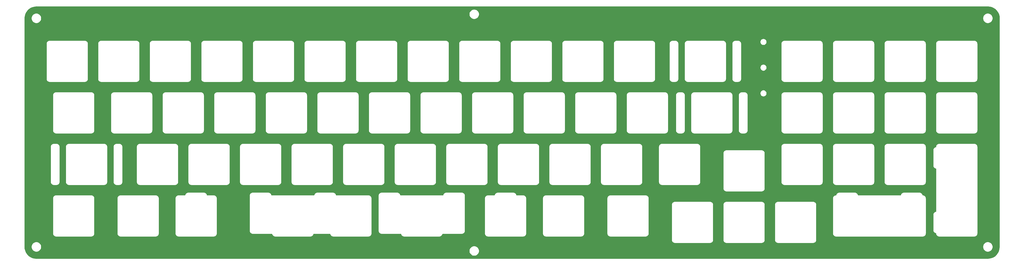
<source format=gtl>
G04 #@! TF.GenerationSoftware,KiCad,Pcbnew,(5.1.9)-1*
G04 #@! TF.CreationDate,2021-06-18T13:09:15-04:00*
G04 #@! TF.ProjectId,kastenwagen-plate,6b617374-656e-4776-9167-656e2d706c61,rev?*
G04 #@! TF.SameCoordinates,Original*
G04 #@! TF.FileFunction,Copper,L1,Top*
G04 #@! TF.FilePolarity,Positive*
%FSLAX46Y46*%
G04 Gerber Fmt 4.6, Leading zero omitted, Abs format (unit mm)*
G04 Created by KiCad (PCBNEW (5.1.9)-1) date 2021-06-18 13:09:15*
%MOMM*%
%LPD*%
G01*
G04 APERTURE LIST*
G04 #@! TA.AperFunction,NonConductor*
%ADD10C,0.254000*%
G04 #@! TD*
G04 #@! TA.AperFunction,NonConductor*
%ADD11C,0.020000*%
G04 #@! TD*
G04 APERTURE END LIST*
D10*
X366254747Y-5305281D02*
X366985643Y-5505231D01*
X367669575Y-5831450D01*
X368284928Y-6273626D01*
X368812259Y-6817789D01*
X369234886Y-7446726D01*
X369539463Y-8140570D01*
X369717715Y-8883039D01*
X369765001Y-9526963D01*
X369765000Y-93967269D01*
X369694719Y-94754748D01*
X369494769Y-95485643D01*
X369168550Y-96169575D01*
X368726374Y-96784928D01*
X368182211Y-97312259D01*
X367553274Y-97734886D01*
X366859429Y-98039464D01*
X366116961Y-98217714D01*
X365473051Y-98265000D01*
X14032731Y-98265000D01*
X13245252Y-98194719D01*
X12514357Y-97994769D01*
X11830425Y-97668550D01*
X11215072Y-97226374D01*
X10687741Y-96682211D01*
X10265114Y-96053274D01*
X9960536Y-95359429D01*
X9782286Y-94616961D01*
X9735000Y-93973051D01*
X9735000Y-93815728D01*
X12129053Y-93815728D01*
X12129053Y-94184272D01*
X12200952Y-94545735D01*
X12341988Y-94886226D01*
X12546740Y-95192659D01*
X12807341Y-95453260D01*
X13113774Y-95658012D01*
X13454265Y-95799048D01*
X13815728Y-95870947D01*
X14184272Y-95870947D01*
X14545735Y-95799048D01*
X14886226Y-95658012D01*
X15192659Y-95453260D01*
X15330191Y-95315728D01*
X173879053Y-95315728D01*
X173879053Y-95684272D01*
X173950952Y-96045735D01*
X174091988Y-96386226D01*
X174296740Y-96692659D01*
X174557341Y-96953260D01*
X174863774Y-97158012D01*
X175204265Y-97299048D01*
X175565728Y-97370947D01*
X175934272Y-97370947D01*
X176295735Y-97299048D01*
X176636226Y-97158012D01*
X176942659Y-96953260D01*
X177203260Y-96692659D01*
X177408012Y-96386226D01*
X177549048Y-96045735D01*
X177620947Y-95684272D01*
X177620947Y-95315728D01*
X177549048Y-94954265D01*
X177408012Y-94613774D01*
X177203260Y-94307341D01*
X176942659Y-94046740D01*
X176636226Y-93841988D01*
X176572829Y-93815728D01*
X363629053Y-93815728D01*
X363629053Y-94184272D01*
X363700952Y-94545735D01*
X363841988Y-94886226D01*
X364046740Y-95192659D01*
X364307341Y-95453260D01*
X364613774Y-95658012D01*
X364954265Y-95799048D01*
X365315728Y-95870947D01*
X365684272Y-95870947D01*
X366045735Y-95799048D01*
X366386226Y-95658012D01*
X366692659Y-95453260D01*
X366953260Y-95192659D01*
X367158012Y-94886226D01*
X367299048Y-94545735D01*
X367370947Y-94184272D01*
X367370947Y-93815728D01*
X367299048Y-93454265D01*
X367158012Y-93113774D01*
X366953260Y-92807341D01*
X366692659Y-92546740D01*
X366386226Y-92341988D01*
X366045735Y-92200952D01*
X365684272Y-92129053D01*
X365315728Y-92129053D01*
X364954265Y-92200952D01*
X364613774Y-92341988D01*
X364307341Y-92546740D01*
X364046740Y-92807341D01*
X363841988Y-93113774D01*
X363700952Y-93454265D01*
X363629053Y-93815728D01*
X176572829Y-93815728D01*
X176295735Y-93700952D01*
X175934272Y-93629053D01*
X175565728Y-93629053D01*
X175204265Y-93700952D01*
X174863774Y-93841988D01*
X174557341Y-94046740D01*
X174296740Y-94307341D01*
X174091988Y-94613774D01*
X173950952Y-94954265D01*
X173879053Y-95315728D01*
X15330191Y-95315728D01*
X15453260Y-95192659D01*
X15658012Y-94886226D01*
X15799048Y-94545735D01*
X15870947Y-94184272D01*
X15870947Y-93815728D01*
X15799048Y-93454265D01*
X15658012Y-93113774D01*
X15453260Y-92807341D01*
X15192659Y-92546740D01*
X14886226Y-92341988D01*
X14545735Y-92200952D01*
X14184272Y-92129053D01*
X13815728Y-92129053D01*
X13454265Y-92200952D01*
X13113774Y-92341988D01*
X12807341Y-92546740D01*
X12546740Y-92807341D01*
X12341988Y-93113774D01*
X12200952Y-93454265D01*
X12129053Y-93815728D01*
X9735000Y-93815728D01*
X9735000Y-76013896D01*
X20046250Y-76013896D01*
X20046251Y-89086105D01*
X20049308Y-89117141D01*
X20049287Y-89120105D01*
X20050288Y-89130318D01*
X20055336Y-89178352D01*
X20056886Y-89194085D01*
X20057045Y-89194610D01*
X20060488Y-89227367D01*
X20073888Y-89292644D01*
X20086366Y-89358059D01*
X20089332Y-89367884D01*
X20118188Y-89461103D01*
X20144030Y-89522578D01*
X20168961Y-89584284D01*
X20173778Y-89593345D01*
X20220191Y-89679183D01*
X20257446Y-89734415D01*
X20293919Y-89790151D01*
X20300405Y-89798104D01*
X20362607Y-89873293D01*
X20409891Y-89920248D01*
X20456480Y-89967824D01*
X20464387Y-89974365D01*
X20464392Y-89974370D01*
X20464398Y-89974374D01*
X20540008Y-90036041D01*
X20595506Y-90072914D01*
X20650469Y-90110548D01*
X20659496Y-90115429D01*
X20745657Y-90161241D01*
X20807263Y-90186633D01*
X20868470Y-90212867D01*
X20878274Y-90215902D01*
X20878278Y-90215903D01*
X20878280Y-90215904D01*
X20878282Y-90215904D01*
X20971692Y-90244107D01*
X21037085Y-90257056D01*
X21102207Y-90270897D01*
X21112398Y-90271968D01*
X21112406Y-90271970D01*
X21112413Y-90271970D01*
X21208939Y-90281434D01*
X21245145Y-90285000D01*
X34317355Y-90285000D01*
X34348400Y-90281942D01*
X34351355Y-90281963D01*
X34361568Y-90280962D01*
X34409451Y-90275929D01*
X34425335Y-90274365D01*
X34425865Y-90274204D01*
X34458617Y-90270762D01*
X34523894Y-90257362D01*
X34589309Y-90244884D01*
X34599134Y-90241918D01*
X34692353Y-90213062D01*
X34753828Y-90187220D01*
X34815534Y-90162289D01*
X34824595Y-90157472D01*
X34910433Y-90111059D01*
X34965665Y-90073804D01*
X35021401Y-90037331D01*
X35029354Y-90030845D01*
X35104543Y-89968643D01*
X35151498Y-89921359D01*
X35199074Y-89874770D01*
X35205615Y-89866863D01*
X35205620Y-89866858D01*
X35205624Y-89866852D01*
X35267291Y-89791242D01*
X35304164Y-89735744D01*
X35341798Y-89680781D01*
X35346679Y-89671754D01*
X35392491Y-89585593D01*
X35417883Y-89523987D01*
X35444117Y-89462780D01*
X35447152Y-89452976D01*
X35475357Y-89359558D01*
X35488306Y-89294164D01*
X35502147Y-89229043D01*
X35503218Y-89218852D01*
X35503220Y-89218844D01*
X35503220Y-89218837D01*
X35512708Y-89122071D01*
X35516250Y-89086105D01*
X35516250Y-76013896D01*
X43858750Y-76013896D01*
X43858751Y-89086105D01*
X43861808Y-89117141D01*
X43861787Y-89120105D01*
X43862788Y-89130318D01*
X43867836Y-89178352D01*
X43869386Y-89194085D01*
X43869545Y-89194610D01*
X43872988Y-89227367D01*
X43886388Y-89292644D01*
X43898866Y-89358059D01*
X43901832Y-89367884D01*
X43930688Y-89461103D01*
X43956530Y-89522578D01*
X43981461Y-89584284D01*
X43986278Y-89593345D01*
X44032691Y-89679183D01*
X44069946Y-89734415D01*
X44106419Y-89790151D01*
X44112905Y-89798104D01*
X44175107Y-89873293D01*
X44222391Y-89920248D01*
X44268980Y-89967824D01*
X44276887Y-89974365D01*
X44276892Y-89974370D01*
X44276898Y-89974374D01*
X44352508Y-90036041D01*
X44408006Y-90072914D01*
X44462969Y-90110548D01*
X44471996Y-90115429D01*
X44558157Y-90161241D01*
X44619763Y-90186633D01*
X44680970Y-90212867D01*
X44690774Y-90215902D01*
X44690778Y-90215903D01*
X44690780Y-90215904D01*
X44690782Y-90215904D01*
X44784192Y-90244107D01*
X44849585Y-90257056D01*
X44914707Y-90270897D01*
X44924898Y-90271968D01*
X44924906Y-90271970D01*
X44924913Y-90271970D01*
X45021439Y-90281434D01*
X45057645Y-90285000D01*
X58129855Y-90285000D01*
X58160900Y-90281942D01*
X58163855Y-90281963D01*
X58174068Y-90280962D01*
X58221951Y-90275929D01*
X58237835Y-90274365D01*
X58238365Y-90274204D01*
X58271117Y-90270762D01*
X58336394Y-90257362D01*
X58401809Y-90244884D01*
X58411634Y-90241918D01*
X58504853Y-90213062D01*
X58566328Y-90187220D01*
X58628034Y-90162289D01*
X58637095Y-90157472D01*
X58722933Y-90111059D01*
X58778165Y-90073804D01*
X58833901Y-90037331D01*
X58841854Y-90030845D01*
X58917043Y-89968643D01*
X58963998Y-89921359D01*
X59011574Y-89874770D01*
X59018115Y-89866863D01*
X59018120Y-89866858D01*
X59018124Y-89866852D01*
X59079791Y-89791242D01*
X59116664Y-89735744D01*
X59154298Y-89680781D01*
X59159179Y-89671754D01*
X59204991Y-89585593D01*
X59230383Y-89523987D01*
X59256617Y-89462780D01*
X59259652Y-89452976D01*
X59287857Y-89359558D01*
X59300806Y-89294164D01*
X59314647Y-89229043D01*
X59315718Y-89218852D01*
X59315720Y-89218844D01*
X59315720Y-89218837D01*
X59325208Y-89122071D01*
X59328750Y-89086105D01*
X59328750Y-76013896D01*
X65290000Y-76013896D01*
X65290001Y-89086105D01*
X65293058Y-89117141D01*
X65293037Y-89120105D01*
X65294038Y-89130318D01*
X65299086Y-89178352D01*
X65300636Y-89194085D01*
X65300795Y-89194610D01*
X65304238Y-89227367D01*
X65317638Y-89292644D01*
X65330116Y-89358059D01*
X65333082Y-89367884D01*
X65361938Y-89461103D01*
X65387780Y-89522578D01*
X65412711Y-89584284D01*
X65417528Y-89593345D01*
X65463941Y-89679183D01*
X65501196Y-89734415D01*
X65537669Y-89790151D01*
X65544155Y-89798104D01*
X65606357Y-89873293D01*
X65653641Y-89920248D01*
X65700230Y-89967824D01*
X65708137Y-89974365D01*
X65708142Y-89974370D01*
X65708148Y-89974374D01*
X65783758Y-90036041D01*
X65839256Y-90072914D01*
X65894219Y-90110548D01*
X65903246Y-90115429D01*
X65989407Y-90161241D01*
X66051013Y-90186633D01*
X66112220Y-90212867D01*
X66122024Y-90215902D01*
X66122028Y-90215903D01*
X66122030Y-90215904D01*
X66122032Y-90215904D01*
X66215442Y-90244107D01*
X66280835Y-90257056D01*
X66345957Y-90270897D01*
X66356148Y-90271968D01*
X66356156Y-90271970D01*
X66356163Y-90271970D01*
X66452689Y-90281434D01*
X66488895Y-90285000D01*
X79561105Y-90285000D01*
X79592150Y-90281942D01*
X79595105Y-90281963D01*
X79605318Y-90280962D01*
X79653201Y-90275929D01*
X79669085Y-90274365D01*
X79669615Y-90274204D01*
X79702367Y-90270762D01*
X79767644Y-90257362D01*
X79833059Y-90244884D01*
X79842884Y-90241918D01*
X79936103Y-90213062D01*
X79997578Y-90187220D01*
X80059284Y-90162289D01*
X80068345Y-90157472D01*
X80154183Y-90111059D01*
X80209415Y-90073804D01*
X80265151Y-90037331D01*
X80273104Y-90030845D01*
X80348293Y-89968643D01*
X80395248Y-89921359D01*
X80442824Y-89874770D01*
X80449365Y-89866863D01*
X80449370Y-89866858D01*
X80449374Y-89866852D01*
X80511041Y-89791242D01*
X80547914Y-89735744D01*
X80585548Y-89680781D01*
X80590429Y-89671754D01*
X80636241Y-89585593D01*
X80661633Y-89523987D01*
X80687867Y-89462780D01*
X80690902Y-89452976D01*
X80719107Y-89359558D01*
X80732056Y-89294164D01*
X80745897Y-89229043D01*
X80746968Y-89218852D01*
X80746970Y-89218844D01*
X80746970Y-89218837D01*
X80756458Y-89122071D01*
X80760000Y-89086105D01*
X80760000Y-76013895D01*
X80756942Y-75982850D01*
X80756963Y-75979895D01*
X80755962Y-75969682D01*
X80750930Y-75921807D01*
X80749365Y-75905915D01*
X80749204Y-75905385D01*
X80745762Y-75872634D01*
X80732364Y-75807364D01*
X80719884Y-75741941D01*
X80716918Y-75732116D01*
X80688062Y-75638897D01*
X80662225Y-75577434D01*
X80637289Y-75515716D01*
X80632472Y-75506655D01*
X80586059Y-75420817D01*
X80548789Y-75365562D01*
X80512331Y-75309849D01*
X80505845Y-75301896D01*
X80443643Y-75226707D01*
X80396359Y-75179752D01*
X80349770Y-75132176D01*
X80341863Y-75125634D01*
X80266242Y-75063959D01*
X80210721Y-75027070D01*
X80191481Y-75013896D01*
X92695750Y-75013896D01*
X92695751Y-88086105D01*
X92698808Y-88117141D01*
X92698787Y-88120105D01*
X92699788Y-88130318D01*
X92704836Y-88178352D01*
X92706386Y-88194085D01*
X92706545Y-88194610D01*
X92709988Y-88227367D01*
X92723388Y-88292644D01*
X92735866Y-88358059D01*
X92738832Y-88367884D01*
X92767688Y-88461103D01*
X92793530Y-88522578D01*
X92818461Y-88584284D01*
X92823278Y-88593345D01*
X92869691Y-88679183D01*
X92906946Y-88734415D01*
X92943419Y-88790151D01*
X92949905Y-88798104D01*
X93012107Y-88873293D01*
X93059391Y-88920248D01*
X93105980Y-88967824D01*
X93113887Y-88974365D01*
X93113892Y-88974370D01*
X93113898Y-88974374D01*
X93189508Y-89036041D01*
X93245006Y-89072914D01*
X93299969Y-89110548D01*
X93308996Y-89115429D01*
X93395157Y-89161241D01*
X93456763Y-89186633D01*
X93517970Y-89212867D01*
X93527774Y-89215902D01*
X93527778Y-89215903D01*
X93527780Y-89215904D01*
X93527782Y-89215904D01*
X93621192Y-89244107D01*
X93686585Y-89257056D01*
X93751707Y-89270897D01*
X93761898Y-89271968D01*
X93761906Y-89271970D01*
X93761913Y-89271970D01*
X93858439Y-89281434D01*
X93894645Y-89285000D01*
X101034818Y-89285000D01*
X101036388Y-89292644D01*
X101048866Y-89358059D01*
X101051832Y-89367884D01*
X101080688Y-89461103D01*
X101106530Y-89522578D01*
X101131461Y-89584284D01*
X101136278Y-89593345D01*
X101182691Y-89679183D01*
X101219946Y-89734415D01*
X101256419Y-89790151D01*
X101262905Y-89798104D01*
X101325107Y-89873293D01*
X101372391Y-89920248D01*
X101418980Y-89967824D01*
X101426887Y-89974365D01*
X101426892Y-89974370D01*
X101426898Y-89974374D01*
X101502508Y-90036041D01*
X101558006Y-90072914D01*
X101612969Y-90110548D01*
X101621996Y-90115429D01*
X101708157Y-90161241D01*
X101769763Y-90186633D01*
X101830970Y-90212867D01*
X101840774Y-90215902D01*
X101840778Y-90215903D01*
X101840780Y-90215904D01*
X101840782Y-90215904D01*
X101934192Y-90244107D01*
X101999585Y-90257056D01*
X102064707Y-90270897D01*
X102074898Y-90271968D01*
X102074906Y-90271970D01*
X102074913Y-90271970D01*
X102171439Y-90281434D01*
X102207645Y-90285000D01*
X115279855Y-90285000D01*
X115310900Y-90281942D01*
X115313855Y-90281963D01*
X115324068Y-90280962D01*
X115371951Y-90275929D01*
X115387835Y-90274365D01*
X115388365Y-90274204D01*
X115421117Y-90270762D01*
X115486394Y-90257362D01*
X115551809Y-90244884D01*
X115561634Y-90241918D01*
X115654853Y-90213062D01*
X115716328Y-90187220D01*
X115778034Y-90162289D01*
X115787095Y-90157472D01*
X115872933Y-90111059D01*
X115928165Y-90073804D01*
X115983901Y-90037331D01*
X115991854Y-90030845D01*
X116067043Y-89968643D01*
X116113998Y-89921359D01*
X116161574Y-89874770D01*
X116168115Y-89866863D01*
X116168120Y-89866858D01*
X116168124Y-89866852D01*
X116229791Y-89791242D01*
X116266664Y-89735744D01*
X116304298Y-89680781D01*
X116309179Y-89671754D01*
X116354991Y-89585593D01*
X116380383Y-89523987D01*
X116406617Y-89462780D01*
X116409652Y-89452976D01*
X116437857Y-89359558D01*
X116450806Y-89294164D01*
X116452754Y-89285000D01*
X122466068Y-89285000D01*
X122467638Y-89292644D01*
X122480116Y-89358059D01*
X122483082Y-89367884D01*
X122511938Y-89461103D01*
X122537780Y-89522578D01*
X122562711Y-89584284D01*
X122567528Y-89593345D01*
X122613941Y-89679183D01*
X122651196Y-89734415D01*
X122687669Y-89790151D01*
X122694155Y-89798104D01*
X122756357Y-89873293D01*
X122803641Y-89920248D01*
X122850230Y-89967824D01*
X122858137Y-89974365D01*
X122858142Y-89974370D01*
X122858148Y-89974374D01*
X122933758Y-90036041D01*
X122989256Y-90072914D01*
X123044219Y-90110548D01*
X123053246Y-90115429D01*
X123139407Y-90161241D01*
X123201013Y-90186633D01*
X123262220Y-90212867D01*
X123272024Y-90215902D01*
X123272028Y-90215903D01*
X123272030Y-90215904D01*
X123272032Y-90215904D01*
X123365442Y-90244107D01*
X123430835Y-90257056D01*
X123495957Y-90270897D01*
X123506148Y-90271968D01*
X123506156Y-90271970D01*
X123506163Y-90271970D01*
X123602689Y-90281434D01*
X123638895Y-90285000D01*
X136711105Y-90285000D01*
X136742150Y-90281942D01*
X136745105Y-90281963D01*
X136755318Y-90280962D01*
X136803201Y-90275929D01*
X136819085Y-90274365D01*
X136819615Y-90274204D01*
X136852367Y-90270762D01*
X136917644Y-90257362D01*
X136983059Y-90244884D01*
X136992884Y-90241918D01*
X137086103Y-90213062D01*
X137147578Y-90187220D01*
X137209284Y-90162289D01*
X137218345Y-90157472D01*
X137304183Y-90111059D01*
X137359415Y-90073804D01*
X137415151Y-90037331D01*
X137423104Y-90030845D01*
X137498293Y-89968643D01*
X137545248Y-89921359D01*
X137592824Y-89874770D01*
X137599365Y-89866863D01*
X137599370Y-89866858D01*
X137599374Y-89866852D01*
X137661041Y-89791242D01*
X137697914Y-89735744D01*
X137735548Y-89680781D01*
X137740429Y-89671754D01*
X137786241Y-89585593D01*
X137811633Y-89523987D01*
X137837867Y-89462780D01*
X137840902Y-89452976D01*
X137869107Y-89359558D01*
X137882056Y-89294164D01*
X137895897Y-89229043D01*
X137896968Y-89218852D01*
X137896970Y-89218844D01*
X137896970Y-89218837D01*
X137906458Y-89122071D01*
X137910000Y-89086105D01*
X137910000Y-76013895D01*
X137906942Y-75982850D01*
X137906963Y-75979895D01*
X137905962Y-75969682D01*
X137900930Y-75921807D01*
X137899365Y-75905915D01*
X137899204Y-75905385D01*
X137895762Y-75872634D01*
X137882364Y-75807364D01*
X137869884Y-75741941D01*
X137866918Y-75732116D01*
X137838062Y-75638897D01*
X137812225Y-75577434D01*
X137787289Y-75515716D01*
X137782472Y-75506655D01*
X137736059Y-75420817D01*
X137698789Y-75365562D01*
X137662331Y-75309849D01*
X137655845Y-75301896D01*
X137593643Y-75226707D01*
X137546359Y-75179752D01*
X137499770Y-75132176D01*
X137491863Y-75125634D01*
X137416242Y-75063959D01*
X137360721Y-75027070D01*
X137341481Y-75013896D01*
X140320750Y-75013896D01*
X140320751Y-88086105D01*
X140323808Y-88117141D01*
X140323787Y-88120105D01*
X140324788Y-88130318D01*
X140329836Y-88178352D01*
X140331386Y-88194085D01*
X140331545Y-88194610D01*
X140334988Y-88227367D01*
X140348388Y-88292644D01*
X140360866Y-88358059D01*
X140363832Y-88367884D01*
X140392688Y-88461103D01*
X140418530Y-88522578D01*
X140443461Y-88584284D01*
X140448278Y-88593345D01*
X140494691Y-88679183D01*
X140531946Y-88734415D01*
X140568419Y-88790151D01*
X140574905Y-88798104D01*
X140637107Y-88873293D01*
X140684391Y-88920248D01*
X140730980Y-88967824D01*
X140738887Y-88974365D01*
X140738892Y-88974370D01*
X140738898Y-88974374D01*
X140814508Y-89036041D01*
X140870006Y-89072914D01*
X140924969Y-89110548D01*
X140933996Y-89115429D01*
X141020157Y-89161241D01*
X141081763Y-89186633D01*
X141142970Y-89212867D01*
X141152774Y-89215902D01*
X141152778Y-89215903D01*
X141152780Y-89215904D01*
X141152782Y-89215904D01*
X141246192Y-89244107D01*
X141311585Y-89257056D01*
X141376707Y-89270897D01*
X141386898Y-89271968D01*
X141386906Y-89271970D01*
X141386913Y-89271970D01*
X141483439Y-89281434D01*
X141519645Y-89285000D01*
X148659818Y-89285000D01*
X148661388Y-89292644D01*
X148673866Y-89358059D01*
X148676832Y-89367884D01*
X148705688Y-89461103D01*
X148731530Y-89522578D01*
X148756461Y-89584284D01*
X148761278Y-89593345D01*
X148807691Y-89679183D01*
X148844946Y-89734415D01*
X148881419Y-89790151D01*
X148887905Y-89798104D01*
X148950107Y-89873293D01*
X148997391Y-89920248D01*
X149043980Y-89967824D01*
X149051887Y-89974365D01*
X149051892Y-89974370D01*
X149051898Y-89974374D01*
X149127508Y-90036041D01*
X149183006Y-90072914D01*
X149237969Y-90110548D01*
X149246996Y-90115429D01*
X149333157Y-90161241D01*
X149394763Y-90186633D01*
X149455970Y-90212867D01*
X149465774Y-90215902D01*
X149465778Y-90215903D01*
X149465780Y-90215904D01*
X149465782Y-90215904D01*
X149559192Y-90244107D01*
X149624585Y-90257056D01*
X149689707Y-90270897D01*
X149699898Y-90271968D01*
X149699906Y-90271970D01*
X149699913Y-90271970D01*
X149796439Y-90281434D01*
X149832645Y-90285000D01*
X162904855Y-90285000D01*
X162935900Y-90281942D01*
X162938855Y-90281963D01*
X162949068Y-90280962D01*
X162996951Y-90275929D01*
X163012835Y-90274365D01*
X163013365Y-90274204D01*
X163046117Y-90270762D01*
X163111394Y-90257362D01*
X163176809Y-90244884D01*
X163186634Y-90241918D01*
X163279853Y-90213062D01*
X163341328Y-90187220D01*
X163403034Y-90162289D01*
X163412095Y-90157472D01*
X163497933Y-90111059D01*
X163553165Y-90073804D01*
X163608901Y-90037331D01*
X163616854Y-90030845D01*
X163692043Y-89968643D01*
X163738998Y-89921359D01*
X163786574Y-89874770D01*
X163793115Y-89866863D01*
X163793120Y-89866858D01*
X163793124Y-89866852D01*
X163854791Y-89791242D01*
X163891664Y-89735744D01*
X163929298Y-89680781D01*
X163934179Y-89671754D01*
X163979991Y-89585593D01*
X164005383Y-89523987D01*
X164031617Y-89462780D01*
X164034652Y-89452976D01*
X164062857Y-89359558D01*
X164075806Y-89294164D01*
X164077754Y-89285000D01*
X171217855Y-89285000D01*
X171248900Y-89281942D01*
X171251855Y-89281963D01*
X171262068Y-89280962D01*
X171309951Y-89275929D01*
X171325835Y-89274365D01*
X171326365Y-89274204D01*
X171359117Y-89270762D01*
X171424394Y-89257362D01*
X171489809Y-89244884D01*
X171499634Y-89241918D01*
X171592853Y-89213062D01*
X171654328Y-89187220D01*
X171716034Y-89162289D01*
X171725095Y-89157472D01*
X171810933Y-89111059D01*
X171866165Y-89073804D01*
X171921901Y-89037331D01*
X171929854Y-89030845D01*
X172005043Y-88968643D01*
X172051998Y-88921359D01*
X172099574Y-88874770D01*
X172106115Y-88866863D01*
X172106120Y-88866858D01*
X172106124Y-88866852D01*
X172167791Y-88791242D01*
X172204664Y-88735744D01*
X172242298Y-88680781D01*
X172247179Y-88671754D01*
X172292991Y-88585593D01*
X172318383Y-88523987D01*
X172344617Y-88462780D01*
X172347652Y-88452976D01*
X172375857Y-88359558D01*
X172388806Y-88294165D01*
X172402647Y-88229043D01*
X172403718Y-88218852D01*
X172403720Y-88218844D01*
X172403720Y-88218837D01*
X172413242Y-88121720D01*
X172416750Y-88086105D01*
X172416750Y-76013896D01*
X179590000Y-76013896D01*
X179590001Y-89086105D01*
X179593058Y-89117141D01*
X179593037Y-89120105D01*
X179594038Y-89130318D01*
X179599086Y-89178352D01*
X179600636Y-89194085D01*
X179600795Y-89194610D01*
X179604238Y-89227367D01*
X179617638Y-89292644D01*
X179630116Y-89358059D01*
X179633082Y-89367884D01*
X179661938Y-89461103D01*
X179687780Y-89522578D01*
X179712711Y-89584284D01*
X179717528Y-89593345D01*
X179763941Y-89679183D01*
X179801196Y-89734415D01*
X179837669Y-89790151D01*
X179844155Y-89798104D01*
X179906357Y-89873293D01*
X179953641Y-89920248D01*
X180000230Y-89967824D01*
X180008137Y-89974365D01*
X180008142Y-89974370D01*
X180008148Y-89974374D01*
X180083758Y-90036041D01*
X180139256Y-90072914D01*
X180194219Y-90110548D01*
X180203246Y-90115429D01*
X180289407Y-90161241D01*
X180351013Y-90186633D01*
X180412220Y-90212867D01*
X180422024Y-90215902D01*
X180422028Y-90215903D01*
X180422030Y-90215904D01*
X180422032Y-90215904D01*
X180515442Y-90244107D01*
X180580835Y-90257056D01*
X180645957Y-90270897D01*
X180656148Y-90271968D01*
X180656156Y-90271970D01*
X180656163Y-90271970D01*
X180752689Y-90281434D01*
X180788895Y-90285000D01*
X193861105Y-90285000D01*
X193892150Y-90281942D01*
X193895105Y-90281963D01*
X193905318Y-90280962D01*
X193953201Y-90275929D01*
X193969085Y-90274365D01*
X193969615Y-90274204D01*
X194002367Y-90270762D01*
X194067644Y-90257362D01*
X194133059Y-90244884D01*
X194142884Y-90241918D01*
X194236103Y-90213062D01*
X194297578Y-90187220D01*
X194359284Y-90162289D01*
X194368345Y-90157472D01*
X194454183Y-90111059D01*
X194509415Y-90073804D01*
X194565151Y-90037331D01*
X194573104Y-90030845D01*
X194648293Y-89968643D01*
X194695248Y-89921359D01*
X194742824Y-89874770D01*
X194749365Y-89866863D01*
X194749370Y-89866858D01*
X194749374Y-89866852D01*
X194811041Y-89791242D01*
X194847914Y-89735744D01*
X194885548Y-89680781D01*
X194890429Y-89671754D01*
X194936241Y-89585593D01*
X194961633Y-89523987D01*
X194987867Y-89462780D01*
X194990902Y-89452976D01*
X195019107Y-89359558D01*
X195032056Y-89294164D01*
X195045897Y-89229043D01*
X195046968Y-89218852D01*
X195046970Y-89218844D01*
X195046970Y-89218837D01*
X195056458Y-89122071D01*
X195060000Y-89086105D01*
X195060000Y-76013896D01*
X201021250Y-76013896D01*
X201021251Y-89086105D01*
X201024308Y-89117141D01*
X201024287Y-89120105D01*
X201025288Y-89130318D01*
X201030336Y-89178352D01*
X201031886Y-89194085D01*
X201032045Y-89194610D01*
X201035488Y-89227367D01*
X201048888Y-89292644D01*
X201061366Y-89358059D01*
X201064332Y-89367884D01*
X201093188Y-89461103D01*
X201119030Y-89522578D01*
X201143961Y-89584284D01*
X201148778Y-89593345D01*
X201195191Y-89679183D01*
X201232446Y-89734415D01*
X201268919Y-89790151D01*
X201275405Y-89798104D01*
X201337607Y-89873293D01*
X201384891Y-89920248D01*
X201431480Y-89967824D01*
X201439387Y-89974365D01*
X201439392Y-89974370D01*
X201439398Y-89974374D01*
X201515008Y-90036041D01*
X201570506Y-90072914D01*
X201625469Y-90110548D01*
X201634496Y-90115429D01*
X201720657Y-90161241D01*
X201782263Y-90186633D01*
X201843470Y-90212867D01*
X201853274Y-90215902D01*
X201853278Y-90215903D01*
X201853280Y-90215904D01*
X201853282Y-90215904D01*
X201946692Y-90244107D01*
X202012085Y-90257056D01*
X202077207Y-90270897D01*
X202087398Y-90271968D01*
X202087406Y-90271970D01*
X202087413Y-90271970D01*
X202183939Y-90281434D01*
X202220145Y-90285000D01*
X215292355Y-90285000D01*
X215323400Y-90281942D01*
X215326355Y-90281963D01*
X215336568Y-90280962D01*
X215384451Y-90275929D01*
X215400335Y-90274365D01*
X215400865Y-90274204D01*
X215433617Y-90270762D01*
X215498894Y-90257362D01*
X215564309Y-90244884D01*
X215574134Y-90241918D01*
X215667353Y-90213062D01*
X215728828Y-90187220D01*
X215790534Y-90162289D01*
X215799595Y-90157472D01*
X215885433Y-90111059D01*
X215940665Y-90073804D01*
X215996401Y-90037331D01*
X216004354Y-90030845D01*
X216079543Y-89968643D01*
X216126498Y-89921359D01*
X216174074Y-89874770D01*
X216180615Y-89866863D01*
X216180620Y-89866858D01*
X216180624Y-89866852D01*
X216242291Y-89791242D01*
X216279164Y-89735744D01*
X216316798Y-89680781D01*
X216321679Y-89671754D01*
X216367491Y-89585593D01*
X216392883Y-89523987D01*
X216419117Y-89462780D01*
X216422152Y-89452976D01*
X216450357Y-89359558D01*
X216463306Y-89294164D01*
X216477147Y-89229043D01*
X216478218Y-89218852D01*
X216478220Y-89218844D01*
X216478220Y-89218837D01*
X216487708Y-89122071D01*
X216491250Y-89086105D01*
X216491250Y-76013896D01*
X224833750Y-76013896D01*
X224833751Y-89086105D01*
X224836808Y-89117141D01*
X224836787Y-89120105D01*
X224837788Y-89130318D01*
X224842836Y-89178352D01*
X224844386Y-89194085D01*
X224844545Y-89194610D01*
X224847988Y-89227367D01*
X224861388Y-89292644D01*
X224873866Y-89358059D01*
X224876832Y-89367884D01*
X224905688Y-89461103D01*
X224931530Y-89522578D01*
X224956461Y-89584284D01*
X224961278Y-89593345D01*
X225007691Y-89679183D01*
X225044946Y-89734415D01*
X225081419Y-89790151D01*
X225087905Y-89798104D01*
X225150107Y-89873293D01*
X225197391Y-89920248D01*
X225243980Y-89967824D01*
X225251887Y-89974365D01*
X225251892Y-89974370D01*
X225251898Y-89974374D01*
X225327508Y-90036041D01*
X225383006Y-90072914D01*
X225437969Y-90110548D01*
X225446996Y-90115429D01*
X225533157Y-90161241D01*
X225594763Y-90186633D01*
X225655970Y-90212867D01*
X225665774Y-90215902D01*
X225665778Y-90215903D01*
X225665780Y-90215904D01*
X225665782Y-90215904D01*
X225759192Y-90244107D01*
X225824585Y-90257056D01*
X225889707Y-90270897D01*
X225899898Y-90271968D01*
X225899906Y-90271970D01*
X225899913Y-90271970D01*
X225996439Y-90281434D01*
X226032645Y-90285000D01*
X239104855Y-90285000D01*
X239135900Y-90281942D01*
X239138855Y-90281963D01*
X239149068Y-90280962D01*
X239196951Y-90275929D01*
X239212835Y-90274365D01*
X239213365Y-90274204D01*
X239246117Y-90270762D01*
X239311394Y-90257362D01*
X239376809Y-90244884D01*
X239386634Y-90241918D01*
X239479853Y-90213062D01*
X239541328Y-90187220D01*
X239603034Y-90162289D01*
X239612095Y-90157472D01*
X239697933Y-90111059D01*
X239753165Y-90073804D01*
X239808901Y-90037331D01*
X239816854Y-90030845D01*
X239892043Y-89968643D01*
X239938998Y-89921359D01*
X239986574Y-89874770D01*
X239993115Y-89866863D01*
X239993120Y-89866858D01*
X239993124Y-89866852D01*
X240054791Y-89791242D01*
X240091664Y-89735744D01*
X240129298Y-89680781D01*
X240134179Y-89671754D01*
X240179991Y-89585593D01*
X240205383Y-89523987D01*
X240231617Y-89462780D01*
X240234652Y-89452976D01*
X240262857Y-89359558D01*
X240275806Y-89294164D01*
X240289647Y-89229043D01*
X240290718Y-89218852D01*
X240290720Y-89218844D01*
X240290720Y-89218837D01*
X240300208Y-89122071D01*
X240303750Y-89086105D01*
X240303750Y-78395146D01*
X248646250Y-78395146D01*
X248646251Y-91467355D01*
X248649308Y-91498391D01*
X248649287Y-91501355D01*
X248650288Y-91511568D01*
X248655336Y-91559602D01*
X248656886Y-91575335D01*
X248657045Y-91575860D01*
X248660488Y-91608617D01*
X248673888Y-91673894D01*
X248686366Y-91739309D01*
X248689332Y-91749134D01*
X248718188Y-91842353D01*
X248744030Y-91903828D01*
X248768961Y-91965534D01*
X248773778Y-91974595D01*
X248820191Y-92060433D01*
X248857446Y-92115665D01*
X248893919Y-92171401D01*
X248900405Y-92179354D01*
X248962607Y-92254543D01*
X249009891Y-92301498D01*
X249056480Y-92349074D01*
X249064387Y-92355615D01*
X249064392Y-92355620D01*
X249064398Y-92355624D01*
X249140008Y-92417291D01*
X249195506Y-92454164D01*
X249250469Y-92491798D01*
X249259496Y-92496679D01*
X249345657Y-92542491D01*
X249407263Y-92567883D01*
X249468470Y-92594117D01*
X249478274Y-92597152D01*
X249478278Y-92597153D01*
X249478280Y-92597154D01*
X249478282Y-92597154D01*
X249571692Y-92625357D01*
X249637085Y-92638306D01*
X249702207Y-92652147D01*
X249712398Y-92653218D01*
X249712406Y-92653220D01*
X249712413Y-92653220D01*
X249808939Y-92662684D01*
X249845145Y-92666250D01*
X262917355Y-92666250D01*
X262948400Y-92663192D01*
X262951355Y-92663213D01*
X262961568Y-92662212D01*
X263009451Y-92657179D01*
X263025335Y-92655615D01*
X263025865Y-92655454D01*
X263058617Y-92652012D01*
X263123894Y-92638612D01*
X263189309Y-92626134D01*
X263199134Y-92623168D01*
X263292353Y-92594312D01*
X263353828Y-92568470D01*
X263415534Y-92543539D01*
X263424595Y-92538722D01*
X263510433Y-92492309D01*
X263565665Y-92455054D01*
X263621401Y-92418581D01*
X263629354Y-92412095D01*
X263704543Y-92349893D01*
X263751498Y-92302609D01*
X263799074Y-92256020D01*
X263805615Y-92248113D01*
X263805620Y-92248108D01*
X263805624Y-92248102D01*
X263867291Y-92172492D01*
X263904164Y-92116994D01*
X263941798Y-92062031D01*
X263946679Y-92053004D01*
X263992491Y-91966843D01*
X264017883Y-91905237D01*
X264044117Y-91844030D01*
X264047152Y-91834226D01*
X264075357Y-91740808D01*
X264088306Y-91675415D01*
X264102147Y-91610293D01*
X264103218Y-91600102D01*
X264103220Y-91600094D01*
X264103220Y-91600087D01*
X264112742Y-91502970D01*
X264116250Y-91467355D01*
X264116250Y-78395146D01*
X267696250Y-78395146D01*
X267696251Y-91467355D01*
X267699308Y-91498391D01*
X267699287Y-91501355D01*
X267700288Y-91511568D01*
X267705336Y-91559602D01*
X267706886Y-91575335D01*
X267707045Y-91575860D01*
X267710488Y-91608617D01*
X267723888Y-91673894D01*
X267736366Y-91739309D01*
X267739332Y-91749134D01*
X267768188Y-91842353D01*
X267794030Y-91903828D01*
X267818961Y-91965534D01*
X267823778Y-91974595D01*
X267870191Y-92060433D01*
X267907446Y-92115665D01*
X267943919Y-92171401D01*
X267950405Y-92179354D01*
X268012607Y-92254543D01*
X268059891Y-92301498D01*
X268106480Y-92349074D01*
X268114387Y-92355615D01*
X268114392Y-92355620D01*
X268114398Y-92355624D01*
X268190008Y-92417291D01*
X268245506Y-92454164D01*
X268300469Y-92491798D01*
X268309496Y-92496679D01*
X268395657Y-92542491D01*
X268457263Y-92567883D01*
X268518470Y-92594117D01*
X268528274Y-92597152D01*
X268528278Y-92597153D01*
X268528280Y-92597154D01*
X268528282Y-92597154D01*
X268621692Y-92625357D01*
X268687085Y-92638306D01*
X268752207Y-92652147D01*
X268762398Y-92653218D01*
X268762406Y-92653220D01*
X268762413Y-92653220D01*
X268858939Y-92662684D01*
X268895145Y-92666250D01*
X281967355Y-92666250D01*
X281998400Y-92663192D01*
X282001355Y-92663213D01*
X282011568Y-92662212D01*
X282059451Y-92657179D01*
X282075335Y-92655615D01*
X282075865Y-92655454D01*
X282108617Y-92652012D01*
X282173894Y-92638612D01*
X282239309Y-92626134D01*
X282249134Y-92623168D01*
X282342353Y-92594312D01*
X282403828Y-92568470D01*
X282465534Y-92543539D01*
X282474595Y-92538722D01*
X282560433Y-92492309D01*
X282615665Y-92455054D01*
X282671401Y-92418581D01*
X282679354Y-92412095D01*
X282754543Y-92349893D01*
X282801498Y-92302609D01*
X282849074Y-92256020D01*
X282855615Y-92248113D01*
X282855620Y-92248108D01*
X282855624Y-92248102D01*
X282917291Y-92172492D01*
X282954164Y-92116994D01*
X282991798Y-92062031D01*
X282996679Y-92053004D01*
X283042491Y-91966843D01*
X283067883Y-91905237D01*
X283094117Y-91844030D01*
X283097152Y-91834226D01*
X283125357Y-91740808D01*
X283138306Y-91675415D01*
X283152147Y-91610293D01*
X283153218Y-91600102D01*
X283153220Y-91600094D01*
X283153220Y-91600087D01*
X283162742Y-91502970D01*
X283166250Y-91467355D01*
X283166250Y-78395146D01*
X286746250Y-78395146D01*
X286746251Y-91467355D01*
X286749308Y-91498391D01*
X286749287Y-91501355D01*
X286750288Y-91511568D01*
X286755336Y-91559602D01*
X286756886Y-91575335D01*
X286757045Y-91575860D01*
X286760488Y-91608617D01*
X286773888Y-91673894D01*
X286786366Y-91739309D01*
X286789332Y-91749134D01*
X286818188Y-91842353D01*
X286844030Y-91903828D01*
X286868961Y-91965534D01*
X286873778Y-91974595D01*
X286920191Y-92060433D01*
X286957446Y-92115665D01*
X286993919Y-92171401D01*
X287000405Y-92179354D01*
X287062607Y-92254543D01*
X287109891Y-92301498D01*
X287156480Y-92349074D01*
X287164387Y-92355615D01*
X287164392Y-92355620D01*
X287164398Y-92355624D01*
X287240008Y-92417291D01*
X287295506Y-92454164D01*
X287350469Y-92491798D01*
X287359496Y-92496679D01*
X287445657Y-92542491D01*
X287507263Y-92567883D01*
X287568470Y-92594117D01*
X287578274Y-92597152D01*
X287578278Y-92597153D01*
X287578280Y-92597154D01*
X287578282Y-92597154D01*
X287671692Y-92625357D01*
X287737085Y-92638306D01*
X287802207Y-92652147D01*
X287812398Y-92653218D01*
X287812406Y-92653220D01*
X287812413Y-92653220D01*
X287908939Y-92662684D01*
X287945145Y-92666250D01*
X301017355Y-92666250D01*
X301048400Y-92663192D01*
X301051355Y-92663213D01*
X301061568Y-92662212D01*
X301109451Y-92657179D01*
X301125335Y-92655615D01*
X301125865Y-92655454D01*
X301158617Y-92652012D01*
X301223894Y-92638612D01*
X301289309Y-92626134D01*
X301299134Y-92623168D01*
X301392353Y-92594312D01*
X301453828Y-92568470D01*
X301515534Y-92543539D01*
X301524595Y-92538722D01*
X301610433Y-92492309D01*
X301665665Y-92455054D01*
X301721401Y-92418581D01*
X301729354Y-92412095D01*
X301804543Y-92349893D01*
X301851498Y-92302609D01*
X301899074Y-92256020D01*
X301905615Y-92248113D01*
X301905620Y-92248108D01*
X301905624Y-92248102D01*
X301967291Y-92172492D01*
X302004164Y-92116994D01*
X302041798Y-92062031D01*
X302046679Y-92053004D01*
X302092491Y-91966843D01*
X302117883Y-91905237D01*
X302144117Y-91844030D01*
X302147152Y-91834226D01*
X302175357Y-91740808D01*
X302188306Y-91675415D01*
X302202147Y-91610293D01*
X302203218Y-91600102D01*
X302203220Y-91600094D01*
X302203220Y-91600087D01*
X302212742Y-91502970D01*
X302216250Y-91467355D01*
X302216250Y-78395145D01*
X302213192Y-78364100D01*
X302213213Y-78361145D01*
X302212212Y-78350932D01*
X302207180Y-78303057D01*
X302205615Y-78287165D01*
X302205454Y-78286635D01*
X302202012Y-78253884D01*
X302188614Y-78188614D01*
X302176134Y-78123191D01*
X302173168Y-78113366D01*
X302144312Y-78020147D01*
X302118475Y-77958684D01*
X302093539Y-77896966D01*
X302088722Y-77887905D01*
X302042309Y-77802067D01*
X302005039Y-77746812D01*
X301968581Y-77691099D01*
X301962095Y-77683146D01*
X301899893Y-77607957D01*
X301852609Y-77561002D01*
X301806020Y-77513426D01*
X301798113Y-77506884D01*
X301722492Y-77445209D01*
X301666971Y-77408320D01*
X301612031Y-77370702D01*
X301603020Y-77365830D01*
X301603013Y-77365825D01*
X301603006Y-77365822D01*
X301603004Y-77365821D01*
X301516843Y-77320009D01*
X301455237Y-77294617D01*
X301394030Y-77268383D01*
X301384226Y-77265348D01*
X301384222Y-77265347D01*
X301384220Y-77265346D01*
X301384218Y-77265346D01*
X301290808Y-77237143D01*
X301225422Y-77224196D01*
X301160294Y-77210353D01*
X301150101Y-77209281D01*
X301150094Y-77209280D01*
X301150088Y-77209280D01*
X301053560Y-77199816D01*
X301017355Y-77196250D01*
X287945145Y-77196250D01*
X287914100Y-77199308D01*
X287911145Y-77199287D01*
X287900932Y-77200288D01*
X287853057Y-77205320D01*
X287837165Y-77206885D01*
X287836635Y-77207046D01*
X287803884Y-77210488D01*
X287738614Y-77223886D01*
X287673191Y-77236366D01*
X287663366Y-77239332D01*
X287570147Y-77268188D01*
X287508684Y-77294025D01*
X287446966Y-77318961D01*
X287437905Y-77323778D01*
X287352067Y-77370191D01*
X287296812Y-77407461D01*
X287241099Y-77443919D01*
X287233146Y-77450405D01*
X287157957Y-77512607D01*
X287111002Y-77559891D01*
X287063426Y-77606480D01*
X287056884Y-77614387D01*
X286995209Y-77690008D01*
X286958320Y-77745529D01*
X286920702Y-77800469D01*
X286915830Y-77809480D01*
X286915825Y-77809487D01*
X286915822Y-77809494D01*
X286915821Y-77809496D01*
X286870009Y-77895657D01*
X286844617Y-77957263D01*
X286818383Y-78018470D01*
X286815348Y-78028274D01*
X286787143Y-78121692D01*
X286774196Y-78187078D01*
X286760353Y-78252206D01*
X286759281Y-78262399D01*
X286759280Y-78262406D01*
X286759280Y-78262412D01*
X286749794Y-78359162D01*
X286746250Y-78395146D01*
X283166250Y-78395146D01*
X283166250Y-78395145D01*
X283163192Y-78364100D01*
X283163213Y-78361145D01*
X283162212Y-78350932D01*
X283157180Y-78303057D01*
X283155615Y-78287165D01*
X283155454Y-78286635D01*
X283152012Y-78253884D01*
X283138614Y-78188614D01*
X283126134Y-78123191D01*
X283123168Y-78113366D01*
X283094312Y-78020147D01*
X283068475Y-77958684D01*
X283043539Y-77896966D01*
X283038722Y-77887905D01*
X282992309Y-77802067D01*
X282955039Y-77746812D01*
X282918581Y-77691099D01*
X282912095Y-77683146D01*
X282849893Y-77607957D01*
X282802609Y-77561002D01*
X282756020Y-77513426D01*
X282748113Y-77506884D01*
X282672492Y-77445209D01*
X282616971Y-77408320D01*
X282562031Y-77370702D01*
X282553020Y-77365830D01*
X282553013Y-77365825D01*
X282553006Y-77365822D01*
X282553004Y-77365821D01*
X282466843Y-77320009D01*
X282405237Y-77294617D01*
X282344030Y-77268383D01*
X282334226Y-77265348D01*
X282334222Y-77265347D01*
X282334220Y-77265346D01*
X282334218Y-77265346D01*
X282240808Y-77237143D01*
X282175422Y-77224196D01*
X282110294Y-77210353D01*
X282100101Y-77209281D01*
X282100094Y-77209280D01*
X282100088Y-77209280D01*
X282003560Y-77199816D01*
X281967355Y-77196250D01*
X268895145Y-77196250D01*
X268864100Y-77199308D01*
X268861145Y-77199287D01*
X268850932Y-77200288D01*
X268803057Y-77205320D01*
X268787165Y-77206885D01*
X268786635Y-77207046D01*
X268753884Y-77210488D01*
X268688614Y-77223886D01*
X268623191Y-77236366D01*
X268613366Y-77239332D01*
X268520147Y-77268188D01*
X268458684Y-77294025D01*
X268396966Y-77318961D01*
X268387905Y-77323778D01*
X268302067Y-77370191D01*
X268246812Y-77407461D01*
X268191099Y-77443919D01*
X268183146Y-77450405D01*
X268107957Y-77512607D01*
X268061002Y-77559891D01*
X268013426Y-77606480D01*
X268006884Y-77614387D01*
X267945209Y-77690008D01*
X267908320Y-77745529D01*
X267870702Y-77800469D01*
X267865830Y-77809480D01*
X267865825Y-77809487D01*
X267865822Y-77809494D01*
X267865821Y-77809496D01*
X267820009Y-77895657D01*
X267794617Y-77957263D01*
X267768383Y-78018470D01*
X267765348Y-78028274D01*
X267737143Y-78121692D01*
X267724196Y-78187078D01*
X267710353Y-78252206D01*
X267709281Y-78262399D01*
X267709280Y-78262406D01*
X267709280Y-78262412D01*
X267699794Y-78359162D01*
X267696250Y-78395146D01*
X264116250Y-78395146D01*
X264116250Y-78395145D01*
X264113192Y-78364100D01*
X264113213Y-78361145D01*
X264112212Y-78350932D01*
X264107180Y-78303057D01*
X264105615Y-78287165D01*
X264105454Y-78286635D01*
X264102012Y-78253884D01*
X264088614Y-78188614D01*
X264076134Y-78123191D01*
X264073168Y-78113366D01*
X264044312Y-78020147D01*
X264018475Y-77958684D01*
X263993539Y-77896966D01*
X263988722Y-77887905D01*
X263942309Y-77802067D01*
X263905039Y-77746812D01*
X263868581Y-77691099D01*
X263862095Y-77683146D01*
X263799893Y-77607957D01*
X263752609Y-77561002D01*
X263706020Y-77513426D01*
X263698113Y-77506884D01*
X263622492Y-77445209D01*
X263566971Y-77408320D01*
X263512031Y-77370702D01*
X263503020Y-77365830D01*
X263503013Y-77365825D01*
X263503006Y-77365822D01*
X263503004Y-77365821D01*
X263416843Y-77320009D01*
X263355237Y-77294617D01*
X263294030Y-77268383D01*
X263284226Y-77265348D01*
X263284222Y-77265347D01*
X263284220Y-77265346D01*
X263284218Y-77265346D01*
X263190808Y-77237143D01*
X263125422Y-77224196D01*
X263060294Y-77210353D01*
X263050101Y-77209281D01*
X263050094Y-77209280D01*
X263050088Y-77209280D01*
X262953560Y-77199816D01*
X262917355Y-77196250D01*
X249845145Y-77196250D01*
X249814100Y-77199308D01*
X249811145Y-77199287D01*
X249800932Y-77200288D01*
X249753057Y-77205320D01*
X249737165Y-77206885D01*
X249736635Y-77207046D01*
X249703884Y-77210488D01*
X249638614Y-77223886D01*
X249573191Y-77236366D01*
X249563366Y-77239332D01*
X249470147Y-77268188D01*
X249408684Y-77294025D01*
X249346966Y-77318961D01*
X249337905Y-77323778D01*
X249252067Y-77370191D01*
X249196812Y-77407461D01*
X249141099Y-77443919D01*
X249133146Y-77450405D01*
X249057957Y-77512607D01*
X249011002Y-77559891D01*
X248963426Y-77606480D01*
X248956884Y-77614387D01*
X248895209Y-77690008D01*
X248858320Y-77745529D01*
X248820702Y-77800469D01*
X248815830Y-77809480D01*
X248815825Y-77809487D01*
X248815822Y-77809494D01*
X248815821Y-77809496D01*
X248770009Y-77895657D01*
X248744617Y-77957263D01*
X248718383Y-78018470D01*
X248715348Y-78028274D01*
X248687143Y-78121692D01*
X248674196Y-78187078D01*
X248660353Y-78252206D01*
X248659281Y-78262399D01*
X248659280Y-78262406D01*
X248659280Y-78262412D01*
X248649794Y-78359162D01*
X248646250Y-78395146D01*
X240303750Y-78395146D01*
X240303750Y-76013896D01*
X308177500Y-76013896D01*
X308177501Y-89086105D01*
X308180558Y-89117141D01*
X308180537Y-89120105D01*
X308181538Y-89130318D01*
X308186586Y-89178352D01*
X308188136Y-89194085D01*
X308188295Y-89194610D01*
X308191738Y-89227367D01*
X308205138Y-89292644D01*
X308217616Y-89358059D01*
X308220582Y-89367884D01*
X308249438Y-89461103D01*
X308275280Y-89522578D01*
X308300211Y-89584284D01*
X308305028Y-89593345D01*
X308351441Y-89679183D01*
X308388696Y-89734415D01*
X308425169Y-89790151D01*
X308431655Y-89798104D01*
X308493857Y-89873293D01*
X308541141Y-89920248D01*
X308587730Y-89967824D01*
X308595637Y-89974365D01*
X308595642Y-89974370D01*
X308595648Y-89974374D01*
X308671258Y-90036041D01*
X308726756Y-90072914D01*
X308781719Y-90110548D01*
X308790746Y-90115429D01*
X308876907Y-90161241D01*
X308938513Y-90186633D01*
X308999720Y-90212867D01*
X309009524Y-90215902D01*
X309009528Y-90215903D01*
X309009530Y-90215904D01*
X309009532Y-90215904D01*
X309102942Y-90244107D01*
X309168335Y-90257056D01*
X309233457Y-90270897D01*
X309243648Y-90271968D01*
X309243656Y-90271970D01*
X309243663Y-90271970D01*
X309340189Y-90281434D01*
X309376395Y-90285000D01*
X341498605Y-90285000D01*
X341529650Y-90281942D01*
X341532605Y-90281963D01*
X341542818Y-90280962D01*
X341590701Y-90275929D01*
X341606585Y-90274365D01*
X341607115Y-90274204D01*
X341639867Y-90270762D01*
X341705144Y-90257362D01*
X341770559Y-90244884D01*
X341780384Y-90241918D01*
X341873603Y-90213062D01*
X341935078Y-90187220D01*
X341996784Y-90162289D01*
X342005845Y-90157472D01*
X342091683Y-90111059D01*
X342146915Y-90073804D01*
X342202651Y-90037331D01*
X342210604Y-90030845D01*
X342285793Y-89968643D01*
X342332748Y-89921359D01*
X342380324Y-89874770D01*
X342386865Y-89866863D01*
X342386870Y-89866858D01*
X342386874Y-89866852D01*
X342448541Y-89791242D01*
X342485414Y-89735744D01*
X342523048Y-89680781D01*
X342527929Y-89671754D01*
X342573741Y-89585593D01*
X342599133Y-89523987D01*
X342625367Y-89462780D01*
X342628402Y-89452976D01*
X342656607Y-89359558D01*
X342669556Y-89294164D01*
X342683397Y-89229043D01*
X342684468Y-89218852D01*
X342684470Y-89218844D01*
X342684470Y-89218837D01*
X342693958Y-89122071D01*
X342697500Y-89086105D01*
X342697500Y-76013895D01*
X342694442Y-75982850D01*
X342694463Y-75979895D01*
X342693462Y-75969682D01*
X342688430Y-75921807D01*
X342686865Y-75905915D01*
X342686704Y-75905385D01*
X342683262Y-75872634D01*
X342669864Y-75807364D01*
X342657384Y-75741941D01*
X342654418Y-75732116D01*
X342625562Y-75638897D01*
X342599725Y-75577434D01*
X342574789Y-75515716D01*
X342569972Y-75506655D01*
X342523559Y-75420817D01*
X342486289Y-75365562D01*
X342449831Y-75309849D01*
X342443345Y-75301896D01*
X342381143Y-75226707D01*
X342333859Y-75179752D01*
X342287270Y-75132176D01*
X342279363Y-75125634D01*
X342203742Y-75063959D01*
X342148221Y-75027070D01*
X342093281Y-74989452D01*
X342084270Y-74984580D01*
X342084263Y-74984575D01*
X342084256Y-74984572D01*
X342084254Y-74984571D01*
X341998093Y-74938759D01*
X341936487Y-74913367D01*
X341875280Y-74887133D01*
X341865476Y-74884098D01*
X341865472Y-74884097D01*
X341865470Y-74884096D01*
X341865468Y-74884096D01*
X341772058Y-74855893D01*
X341706672Y-74842946D01*
X341641544Y-74829103D01*
X341631351Y-74828031D01*
X341631344Y-74828030D01*
X341631338Y-74828030D01*
X341534810Y-74818566D01*
X341498605Y-74815000D01*
X341459431Y-74815000D01*
X341457864Y-74807364D01*
X341445384Y-74741941D01*
X341442418Y-74732116D01*
X341413562Y-74638897D01*
X341387725Y-74577434D01*
X341362789Y-74515716D01*
X341357972Y-74506655D01*
X341311559Y-74420817D01*
X341274289Y-74365562D01*
X341237831Y-74309849D01*
X341231345Y-74301896D01*
X341169143Y-74226707D01*
X341121859Y-74179752D01*
X341075270Y-74132176D01*
X341067363Y-74125634D01*
X340991742Y-74063959D01*
X340936221Y-74027070D01*
X340881281Y-73989452D01*
X340872270Y-73984580D01*
X340872263Y-73984575D01*
X340872256Y-73984572D01*
X340872254Y-73984571D01*
X340786093Y-73938759D01*
X340724487Y-73913367D01*
X340663280Y-73887133D01*
X340653476Y-73884098D01*
X340653472Y-73884097D01*
X340653470Y-73884096D01*
X340653468Y-73884096D01*
X340560058Y-73855893D01*
X340494672Y-73842946D01*
X340429544Y-73829103D01*
X340419351Y-73828031D01*
X340419344Y-73828030D01*
X340419338Y-73828030D01*
X340322810Y-73818566D01*
X340286605Y-73815000D01*
X334464395Y-73815000D01*
X334433350Y-73818058D01*
X334430395Y-73818037D01*
X334420182Y-73819038D01*
X334372307Y-73824070D01*
X334356415Y-73825635D01*
X334355885Y-73825796D01*
X334323134Y-73829238D01*
X334257864Y-73842636D01*
X334192441Y-73855116D01*
X334182616Y-73858082D01*
X334089397Y-73886938D01*
X334027934Y-73912775D01*
X333966216Y-73937711D01*
X333957155Y-73942528D01*
X333871317Y-73988941D01*
X333816062Y-74026211D01*
X333760349Y-74062669D01*
X333752396Y-74069155D01*
X333677207Y-74131357D01*
X333630252Y-74178641D01*
X333582676Y-74225230D01*
X333576134Y-74233137D01*
X333514459Y-74308758D01*
X333477570Y-74364279D01*
X333439952Y-74419219D01*
X333435080Y-74428230D01*
X333435075Y-74428237D01*
X333435072Y-74428244D01*
X333435071Y-74428246D01*
X333389259Y-74514407D01*
X333363867Y-74576013D01*
X333337633Y-74637220D01*
X333334598Y-74647024D01*
X333306393Y-74740442D01*
X333293446Y-74805828D01*
X333291496Y-74815000D01*
X317583431Y-74815000D01*
X317581864Y-74807364D01*
X317569384Y-74741941D01*
X317566418Y-74732116D01*
X317537562Y-74638897D01*
X317511725Y-74577434D01*
X317486789Y-74515716D01*
X317481972Y-74506655D01*
X317435559Y-74420817D01*
X317398289Y-74365562D01*
X317361831Y-74309849D01*
X317355345Y-74301896D01*
X317293143Y-74226707D01*
X317245859Y-74179752D01*
X317199270Y-74132176D01*
X317191363Y-74125634D01*
X317115742Y-74063959D01*
X317060221Y-74027070D01*
X317005281Y-73989452D01*
X316996270Y-73984580D01*
X316996263Y-73984575D01*
X316996256Y-73984572D01*
X316996254Y-73984571D01*
X316910093Y-73938759D01*
X316848487Y-73913367D01*
X316787280Y-73887133D01*
X316777476Y-73884098D01*
X316777472Y-73884097D01*
X316777470Y-73884096D01*
X316777468Y-73884096D01*
X316684058Y-73855893D01*
X316618672Y-73842946D01*
X316553544Y-73829103D01*
X316543351Y-73828031D01*
X316543344Y-73828030D01*
X316543338Y-73828030D01*
X316446810Y-73818566D01*
X316410605Y-73815000D01*
X310588395Y-73815000D01*
X310557350Y-73818058D01*
X310554395Y-73818037D01*
X310544182Y-73819038D01*
X310496307Y-73824070D01*
X310480415Y-73825635D01*
X310479885Y-73825796D01*
X310447134Y-73829238D01*
X310381864Y-73842636D01*
X310316441Y-73855116D01*
X310306616Y-73858082D01*
X310213397Y-73886938D01*
X310151934Y-73912775D01*
X310090216Y-73937711D01*
X310081155Y-73942528D01*
X309995317Y-73988941D01*
X309940062Y-74026211D01*
X309884349Y-74062669D01*
X309876396Y-74069155D01*
X309801207Y-74131357D01*
X309754252Y-74178641D01*
X309706676Y-74225230D01*
X309700134Y-74233137D01*
X309638459Y-74308758D01*
X309601570Y-74364279D01*
X309563952Y-74419219D01*
X309559080Y-74428230D01*
X309559075Y-74428237D01*
X309559072Y-74428244D01*
X309559071Y-74428246D01*
X309513259Y-74514407D01*
X309487867Y-74576013D01*
X309461633Y-74637220D01*
X309458598Y-74647024D01*
X309430393Y-74740442D01*
X309417446Y-74805828D01*
X309415496Y-74815000D01*
X309376395Y-74815000D01*
X309345350Y-74818058D01*
X309342395Y-74818037D01*
X309332182Y-74819038D01*
X309284307Y-74824070D01*
X309268415Y-74825635D01*
X309267885Y-74825796D01*
X309235134Y-74829238D01*
X309169864Y-74842636D01*
X309104441Y-74855116D01*
X309094616Y-74858082D01*
X309001397Y-74886938D01*
X308939934Y-74912775D01*
X308878216Y-74937711D01*
X308869155Y-74942528D01*
X308783317Y-74988941D01*
X308728062Y-75026211D01*
X308672349Y-75062669D01*
X308664396Y-75069155D01*
X308589207Y-75131357D01*
X308542252Y-75178641D01*
X308494676Y-75225230D01*
X308488134Y-75233137D01*
X308426459Y-75308758D01*
X308389570Y-75364279D01*
X308351952Y-75419219D01*
X308347080Y-75428230D01*
X308347075Y-75428237D01*
X308347072Y-75428244D01*
X308347071Y-75428246D01*
X308301259Y-75514407D01*
X308275867Y-75576013D01*
X308249633Y-75637220D01*
X308246598Y-75647024D01*
X308218393Y-75740442D01*
X308205446Y-75805828D01*
X308191603Y-75870956D01*
X308190531Y-75881149D01*
X308190530Y-75881156D01*
X308190530Y-75881162D01*
X308181044Y-75977912D01*
X308177500Y-76013896D01*
X240303750Y-76013896D01*
X240303750Y-76013895D01*
X240300692Y-75982850D01*
X240300713Y-75979895D01*
X240299712Y-75969682D01*
X240294680Y-75921807D01*
X240293115Y-75905915D01*
X240292954Y-75905385D01*
X240289512Y-75872634D01*
X240276114Y-75807364D01*
X240263634Y-75741941D01*
X240260668Y-75732116D01*
X240231812Y-75638897D01*
X240205975Y-75577434D01*
X240181039Y-75515716D01*
X240176222Y-75506655D01*
X240129809Y-75420817D01*
X240092539Y-75365562D01*
X240056081Y-75309849D01*
X240049595Y-75301896D01*
X239987393Y-75226707D01*
X239940109Y-75179752D01*
X239893520Y-75132176D01*
X239885613Y-75125634D01*
X239809992Y-75063959D01*
X239754471Y-75027070D01*
X239699531Y-74989452D01*
X239690520Y-74984580D01*
X239690513Y-74984575D01*
X239690506Y-74984572D01*
X239690504Y-74984571D01*
X239604343Y-74938759D01*
X239542737Y-74913367D01*
X239481530Y-74887133D01*
X239471726Y-74884098D01*
X239471722Y-74884097D01*
X239471720Y-74884096D01*
X239471718Y-74884096D01*
X239378308Y-74855893D01*
X239312922Y-74842946D01*
X239247794Y-74829103D01*
X239237601Y-74828031D01*
X239237594Y-74828030D01*
X239237588Y-74828030D01*
X239141060Y-74818566D01*
X239104855Y-74815000D01*
X226032645Y-74815000D01*
X226001600Y-74818058D01*
X225998645Y-74818037D01*
X225988432Y-74819038D01*
X225940557Y-74824070D01*
X225924665Y-74825635D01*
X225924135Y-74825796D01*
X225891384Y-74829238D01*
X225826114Y-74842636D01*
X225760691Y-74855116D01*
X225750866Y-74858082D01*
X225657647Y-74886938D01*
X225596184Y-74912775D01*
X225534466Y-74937711D01*
X225525405Y-74942528D01*
X225439567Y-74988941D01*
X225384312Y-75026211D01*
X225328599Y-75062669D01*
X225320646Y-75069155D01*
X225245457Y-75131357D01*
X225198502Y-75178641D01*
X225150926Y-75225230D01*
X225144384Y-75233137D01*
X225082709Y-75308758D01*
X225045820Y-75364279D01*
X225008202Y-75419219D01*
X225003330Y-75428230D01*
X225003325Y-75428237D01*
X225003322Y-75428244D01*
X225003321Y-75428246D01*
X224957509Y-75514407D01*
X224932117Y-75576013D01*
X224905883Y-75637220D01*
X224902848Y-75647024D01*
X224874643Y-75740442D01*
X224861696Y-75805828D01*
X224847853Y-75870956D01*
X224846781Y-75881149D01*
X224846780Y-75881156D01*
X224846780Y-75881162D01*
X224837294Y-75977912D01*
X224833750Y-76013896D01*
X216491250Y-76013896D01*
X216491250Y-76013895D01*
X216488192Y-75982850D01*
X216488213Y-75979895D01*
X216487212Y-75969682D01*
X216482180Y-75921807D01*
X216480615Y-75905915D01*
X216480454Y-75905385D01*
X216477012Y-75872634D01*
X216463614Y-75807364D01*
X216451134Y-75741941D01*
X216448168Y-75732116D01*
X216419312Y-75638897D01*
X216393475Y-75577434D01*
X216368539Y-75515716D01*
X216363722Y-75506655D01*
X216317309Y-75420817D01*
X216280039Y-75365562D01*
X216243581Y-75309849D01*
X216237095Y-75301896D01*
X216174893Y-75226707D01*
X216127609Y-75179752D01*
X216081020Y-75132176D01*
X216073113Y-75125634D01*
X215997492Y-75063959D01*
X215941971Y-75027070D01*
X215887031Y-74989452D01*
X215878020Y-74984580D01*
X215878013Y-74984575D01*
X215878006Y-74984572D01*
X215878004Y-74984571D01*
X215791843Y-74938759D01*
X215730237Y-74913367D01*
X215669030Y-74887133D01*
X215659226Y-74884098D01*
X215659222Y-74884097D01*
X215659220Y-74884096D01*
X215659218Y-74884096D01*
X215565808Y-74855893D01*
X215500422Y-74842946D01*
X215435294Y-74829103D01*
X215425101Y-74828031D01*
X215425094Y-74828030D01*
X215425088Y-74828030D01*
X215328560Y-74818566D01*
X215292355Y-74815000D01*
X202220145Y-74815000D01*
X202189100Y-74818058D01*
X202186145Y-74818037D01*
X202175932Y-74819038D01*
X202128057Y-74824070D01*
X202112165Y-74825635D01*
X202111635Y-74825796D01*
X202078884Y-74829238D01*
X202013614Y-74842636D01*
X201948191Y-74855116D01*
X201938366Y-74858082D01*
X201845147Y-74886938D01*
X201783684Y-74912775D01*
X201721966Y-74937711D01*
X201712905Y-74942528D01*
X201627067Y-74988941D01*
X201571812Y-75026211D01*
X201516099Y-75062669D01*
X201508146Y-75069155D01*
X201432957Y-75131357D01*
X201386002Y-75178641D01*
X201338426Y-75225230D01*
X201331884Y-75233137D01*
X201270209Y-75308758D01*
X201233320Y-75364279D01*
X201195702Y-75419219D01*
X201190830Y-75428230D01*
X201190825Y-75428237D01*
X201190822Y-75428244D01*
X201190821Y-75428246D01*
X201145009Y-75514407D01*
X201119617Y-75576013D01*
X201093383Y-75637220D01*
X201090348Y-75647024D01*
X201062143Y-75740442D01*
X201049196Y-75805828D01*
X201035353Y-75870956D01*
X201034281Y-75881149D01*
X201034280Y-75881156D01*
X201034280Y-75881162D01*
X201024794Y-75977912D01*
X201021250Y-76013896D01*
X195060000Y-76013896D01*
X195060000Y-76013895D01*
X195056942Y-75982850D01*
X195056963Y-75979895D01*
X195055962Y-75969682D01*
X195050930Y-75921807D01*
X195049365Y-75905915D01*
X195049204Y-75905385D01*
X195045762Y-75872634D01*
X195032364Y-75807364D01*
X195019884Y-75741941D01*
X195016918Y-75732116D01*
X194988062Y-75638897D01*
X194962225Y-75577434D01*
X194937289Y-75515716D01*
X194932472Y-75506655D01*
X194886059Y-75420817D01*
X194848789Y-75365562D01*
X194812331Y-75309849D01*
X194805845Y-75301896D01*
X194743643Y-75226707D01*
X194696359Y-75179752D01*
X194649770Y-75132176D01*
X194641863Y-75125634D01*
X194566242Y-75063959D01*
X194510721Y-75027070D01*
X194455781Y-74989452D01*
X194446770Y-74984580D01*
X194446763Y-74984575D01*
X194446756Y-74984572D01*
X194446754Y-74984571D01*
X194360593Y-74938759D01*
X194298987Y-74913367D01*
X194237780Y-74887133D01*
X194227976Y-74884098D01*
X194227972Y-74884097D01*
X194227970Y-74884096D01*
X194227968Y-74884096D01*
X194134558Y-74855893D01*
X194069172Y-74842946D01*
X194004044Y-74829103D01*
X193993851Y-74828031D01*
X193993844Y-74828030D01*
X193993838Y-74828030D01*
X193897310Y-74818566D01*
X193861105Y-74815000D01*
X191408931Y-74815000D01*
X191407364Y-74807364D01*
X191394884Y-74741941D01*
X191391918Y-74732116D01*
X191363062Y-74638897D01*
X191337225Y-74577434D01*
X191312289Y-74515716D01*
X191307472Y-74506655D01*
X191261059Y-74420817D01*
X191223789Y-74365562D01*
X191187331Y-74309849D01*
X191180845Y-74301896D01*
X191118643Y-74226707D01*
X191071359Y-74179752D01*
X191024770Y-74132176D01*
X191016863Y-74125634D01*
X190941242Y-74063959D01*
X190885721Y-74027070D01*
X190830781Y-73989452D01*
X190821770Y-73984580D01*
X190821763Y-73984575D01*
X190821756Y-73984572D01*
X190821754Y-73984571D01*
X190735593Y-73938759D01*
X190673987Y-73913367D01*
X190612780Y-73887133D01*
X190602976Y-73884098D01*
X190602972Y-73884097D01*
X190602970Y-73884096D01*
X190602968Y-73884096D01*
X190509558Y-73855893D01*
X190444172Y-73842946D01*
X190379044Y-73829103D01*
X190368851Y-73828031D01*
X190368844Y-73828030D01*
X190368838Y-73828030D01*
X190272310Y-73818566D01*
X190236105Y-73815000D01*
X184413895Y-73815000D01*
X184382850Y-73818058D01*
X184379895Y-73818037D01*
X184369682Y-73819038D01*
X184321807Y-73824070D01*
X184305915Y-73825635D01*
X184305385Y-73825796D01*
X184272634Y-73829238D01*
X184207364Y-73842636D01*
X184141941Y-73855116D01*
X184132116Y-73858082D01*
X184038897Y-73886938D01*
X183977434Y-73912775D01*
X183915716Y-73937711D01*
X183906655Y-73942528D01*
X183820817Y-73988941D01*
X183765562Y-74026211D01*
X183709849Y-74062669D01*
X183701896Y-74069155D01*
X183626707Y-74131357D01*
X183579752Y-74178641D01*
X183532176Y-74225230D01*
X183525634Y-74233137D01*
X183463959Y-74308758D01*
X183427070Y-74364279D01*
X183389452Y-74419219D01*
X183384580Y-74428230D01*
X183384575Y-74428237D01*
X183384572Y-74428244D01*
X183384571Y-74428246D01*
X183338759Y-74514407D01*
X183313367Y-74576013D01*
X183287133Y-74637220D01*
X183284098Y-74647024D01*
X183255893Y-74740442D01*
X183242946Y-74805828D01*
X183240996Y-74815000D01*
X180788895Y-74815000D01*
X180757850Y-74818058D01*
X180754895Y-74818037D01*
X180744682Y-74819038D01*
X180696807Y-74824070D01*
X180680915Y-74825635D01*
X180680385Y-74825796D01*
X180647634Y-74829238D01*
X180582364Y-74842636D01*
X180516941Y-74855116D01*
X180507116Y-74858082D01*
X180413897Y-74886938D01*
X180352434Y-74912775D01*
X180290716Y-74937711D01*
X180281655Y-74942528D01*
X180195817Y-74988941D01*
X180140562Y-75026211D01*
X180084849Y-75062669D01*
X180076896Y-75069155D01*
X180001707Y-75131357D01*
X179954752Y-75178641D01*
X179907176Y-75225230D01*
X179900634Y-75233137D01*
X179838959Y-75308758D01*
X179802070Y-75364279D01*
X179764452Y-75419219D01*
X179759580Y-75428230D01*
X179759575Y-75428237D01*
X179759572Y-75428244D01*
X179759571Y-75428246D01*
X179713759Y-75514407D01*
X179688367Y-75576013D01*
X179662133Y-75637220D01*
X179659098Y-75647024D01*
X179630893Y-75740442D01*
X179617946Y-75805828D01*
X179604103Y-75870956D01*
X179603031Y-75881149D01*
X179603030Y-75881156D01*
X179603030Y-75881162D01*
X179593544Y-75977912D01*
X179590000Y-76013896D01*
X172416750Y-76013896D01*
X172416750Y-75013895D01*
X172413692Y-74982850D01*
X172413713Y-74979895D01*
X172412712Y-74969682D01*
X172407680Y-74921807D01*
X172406115Y-74905915D01*
X172405954Y-74905385D01*
X172402512Y-74872634D01*
X172389114Y-74807364D01*
X172376634Y-74741941D01*
X172373668Y-74732116D01*
X172344812Y-74638897D01*
X172318975Y-74577434D01*
X172294039Y-74515716D01*
X172289222Y-74506655D01*
X172242809Y-74420817D01*
X172205539Y-74365562D01*
X172169081Y-74309849D01*
X172162595Y-74301896D01*
X172100393Y-74226707D01*
X172053109Y-74179752D01*
X172006520Y-74132176D01*
X171998613Y-74125634D01*
X171922992Y-74063959D01*
X171867471Y-74027070D01*
X171812531Y-73989452D01*
X171803520Y-73984580D01*
X171803513Y-73984575D01*
X171803506Y-73984572D01*
X171803504Y-73984571D01*
X171717343Y-73938759D01*
X171655737Y-73913367D01*
X171594530Y-73887133D01*
X171584726Y-73884098D01*
X171584722Y-73884097D01*
X171584720Y-73884096D01*
X171584718Y-73884096D01*
X171491308Y-73855893D01*
X171425922Y-73842946D01*
X171360794Y-73829103D01*
X171350601Y-73828031D01*
X171350594Y-73828030D01*
X171350588Y-73828030D01*
X171254060Y-73818566D01*
X171217855Y-73815000D01*
X165395645Y-73815000D01*
X165364600Y-73818058D01*
X165361645Y-73818037D01*
X165351432Y-73819038D01*
X165303557Y-73824070D01*
X165287665Y-73825635D01*
X165287135Y-73825796D01*
X165254384Y-73829238D01*
X165189114Y-73842636D01*
X165123691Y-73855116D01*
X165113866Y-73858082D01*
X165020647Y-73886938D01*
X164959184Y-73912775D01*
X164897466Y-73937711D01*
X164888405Y-73942528D01*
X164802567Y-73988941D01*
X164747312Y-74026211D01*
X164691599Y-74062669D01*
X164683646Y-74069155D01*
X164608457Y-74131357D01*
X164561502Y-74178641D01*
X164513926Y-74225230D01*
X164507384Y-74233137D01*
X164445709Y-74308758D01*
X164408820Y-74364279D01*
X164371202Y-74419219D01*
X164366330Y-74428230D01*
X164366325Y-74428237D01*
X164366322Y-74428244D01*
X164366321Y-74428246D01*
X164320509Y-74514407D01*
X164295117Y-74576013D01*
X164268883Y-74637220D01*
X164265848Y-74647024D01*
X164237643Y-74740442D01*
X164224696Y-74805828D01*
X164222746Y-74815000D01*
X148514681Y-74815000D01*
X148513114Y-74807364D01*
X148500634Y-74741941D01*
X148497668Y-74732116D01*
X148468812Y-74638897D01*
X148442975Y-74577434D01*
X148418039Y-74515716D01*
X148413222Y-74506655D01*
X148366809Y-74420817D01*
X148329539Y-74365562D01*
X148293081Y-74309849D01*
X148286595Y-74301896D01*
X148224393Y-74226707D01*
X148177109Y-74179752D01*
X148130520Y-74132176D01*
X148122613Y-74125634D01*
X148046992Y-74063959D01*
X147991471Y-74027070D01*
X147936531Y-73989452D01*
X147927520Y-73984580D01*
X147927513Y-73984575D01*
X147927506Y-73984572D01*
X147927504Y-73984571D01*
X147841343Y-73938759D01*
X147779737Y-73913367D01*
X147718530Y-73887133D01*
X147708726Y-73884098D01*
X147708722Y-73884097D01*
X147708720Y-73884096D01*
X147708718Y-73884096D01*
X147615308Y-73855893D01*
X147549922Y-73842946D01*
X147484794Y-73829103D01*
X147474601Y-73828031D01*
X147474594Y-73828030D01*
X147474588Y-73828030D01*
X147378060Y-73818566D01*
X147341855Y-73815000D01*
X141519645Y-73815000D01*
X141488600Y-73818058D01*
X141485645Y-73818037D01*
X141475432Y-73819038D01*
X141427557Y-73824070D01*
X141411665Y-73825635D01*
X141411135Y-73825796D01*
X141378384Y-73829238D01*
X141313114Y-73842636D01*
X141247691Y-73855116D01*
X141237866Y-73858082D01*
X141144647Y-73886938D01*
X141083184Y-73912775D01*
X141021466Y-73937711D01*
X141012405Y-73942528D01*
X140926567Y-73988941D01*
X140871312Y-74026211D01*
X140815599Y-74062669D01*
X140807646Y-74069155D01*
X140732457Y-74131357D01*
X140685502Y-74178641D01*
X140637926Y-74225230D01*
X140631384Y-74233137D01*
X140569709Y-74308758D01*
X140532820Y-74364279D01*
X140495202Y-74419219D01*
X140490330Y-74428230D01*
X140490325Y-74428237D01*
X140490322Y-74428244D01*
X140490321Y-74428246D01*
X140444509Y-74514407D01*
X140419117Y-74576013D01*
X140392883Y-74637220D01*
X140389848Y-74647024D01*
X140361643Y-74740442D01*
X140348696Y-74805828D01*
X140334853Y-74870956D01*
X140333781Y-74881149D01*
X140333780Y-74881156D01*
X140333780Y-74881162D01*
X140324341Y-74977438D01*
X140320750Y-75013896D01*
X137341481Y-75013896D01*
X137305781Y-74989452D01*
X137296770Y-74984580D01*
X137296763Y-74984575D01*
X137296756Y-74984572D01*
X137296754Y-74984571D01*
X137210593Y-74938759D01*
X137148987Y-74913367D01*
X137087780Y-74887133D01*
X137077976Y-74884098D01*
X137077972Y-74884097D01*
X137077970Y-74884096D01*
X137077968Y-74884096D01*
X136984558Y-74855893D01*
X136919172Y-74842946D01*
X136854044Y-74829103D01*
X136843851Y-74828031D01*
X136843844Y-74828030D01*
X136843838Y-74828030D01*
X136747310Y-74818566D01*
X136711105Y-74815000D01*
X124765681Y-74815000D01*
X124764114Y-74807364D01*
X124751634Y-74741941D01*
X124748668Y-74732116D01*
X124719812Y-74638897D01*
X124693975Y-74577434D01*
X124669039Y-74515716D01*
X124664222Y-74506655D01*
X124617809Y-74420817D01*
X124580539Y-74365562D01*
X124544081Y-74309849D01*
X124537595Y-74301896D01*
X124475393Y-74226707D01*
X124428109Y-74179752D01*
X124381520Y-74132176D01*
X124373613Y-74125634D01*
X124297992Y-74063959D01*
X124242471Y-74027070D01*
X124187531Y-73989452D01*
X124178520Y-73984580D01*
X124178513Y-73984575D01*
X124178506Y-73984572D01*
X124178504Y-73984571D01*
X124092343Y-73938759D01*
X124030737Y-73913367D01*
X123969530Y-73887133D01*
X123959726Y-73884098D01*
X123959722Y-73884097D01*
X123959720Y-73884096D01*
X123959718Y-73884096D01*
X123866308Y-73855893D01*
X123800922Y-73842946D01*
X123735794Y-73829103D01*
X123725601Y-73828031D01*
X123725594Y-73828030D01*
X123725588Y-73828030D01*
X123629060Y-73818566D01*
X123592855Y-73815000D01*
X117770645Y-73815000D01*
X117739600Y-73818058D01*
X117736645Y-73818037D01*
X117726432Y-73819038D01*
X117678557Y-73824070D01*
X117662665Y-73825635D01*
X117662135Y-73825796D01*
X117629384Y-73829238D01*
X117564114Y-73842636D01*
X117498691Y-73855116D01*
X117488866Y-73858082D01*
X117395647Y-73886938D01*
X117334184Y-73912775D01*
X117272466Y-73937711D01*
X117263405Y-73942528D01*
X117177567Y-73988941D01*
X117122312Y-74026211D01*
X117066599Y-74062669D01*
X117058646Y-74069155D01*
X116983457Y-74131357D01*
X116936502Y-74178641D01*
X116888926Y-74225230D01*
X116882384Y-74233137D01*
X116820709Y-74308758D01*
X116783820Y-74364279D01*
X116746202Y-74419219D01*
X116741330Y-74428230D01*
X116741325Y-74428237D01*
X116741322Y-74428244D01*
X116741321Y-74428246D01*
X116695509Y-74514407D01*
X116670117Y-74576013D01*
X116643883Y-74637220D01*
X116640848Y-74647024D01*
X116612643Y-74740442D01*
X116599696Y-74805828D01*
X116597746Y-74815000D01*
X100889681Y-74815000D01*
X100888114Y-74807364D01*
X100875634Y-74741941D01*
X100872668Y-74732116D01*
X100843812Y-74638897D01*
X100817975Y-74577434D01*
X100793039Y-74515716D01*
X100788222Y-74506655D01*
X100741809Y-74420817D01*
X100704539Y-74365562D01*
X100668081Y-74309849D01*
X100661595Y-74301896D01*
X100599393Y-74226707D01*
X100552109Y-74179752D01*
X100505520Y-74132176D01*
X100497613Y-74125634D01*
X100421992Y-74063959D01*
X100366471Y-74027070D01*
X100311531Y-73989452D01*
X100302520Y-73984580D01*
X100302513Y-73984575D01*
X100302506Y-73984572D01*
X100302504Y-73984571D01*
X100216343Y-73938759D01*
X100154737Y-73913367D01*
X100093530Y-73887133D01*
X100083726Y-73884098D01*
X100083722Y-73884097D01*
X100083720Y-73884096D01*
X100083718Y-73884096D01*
X99990308Y-73855893D01*
X99924922Y-73842946D01*
X99859794Y-73829103D01*
X99849601Y-73828031D01*
X99849594Y-73828030D01*
X99849588Y-73828030D01*
X99753060Y-73818566D01*
X99716855Y-73815000D01*
X93894645Y-73815000D01*
X93863600Y-73818058D01*
X93860645Y-73818037D01*
X93850432Y-73819038D01*
X93802557Y-73824070D01*
X93786665Y-73825635D01*
X93786135Y-73825796D01*
X93753384Y-73829238D01*
X93688114Y-73842636D01*
X93622691Y-73855116D01*
X93612866Y-73858082D01*
X93519647Y-73886938D01*
X93458184Y-73912775D01*
X93396466Y-73937711D01*
X93387405Y-73942528D01*
X93301567Y-73988941D01*
X93246312Y-74026211D01*
X93190599Y-74062669D01*
X93182646Y-74069155D01*
X93107457Y-74131357D01*
X93060502Y-74178641D01*
X93012926Y-74225230D01*
X93006384Y-74233137D01*
X92944709Y-74308758D01*
X92907820Y-74364279D01*
X92870202Y-74419219D01*
X92865330Y-74428230D01*
X92865325Y-74428237D01*
X92865322Y-74428244D01*
X92865321Y-74428246D01*
X92819509Y-74514407D01*
X92794117Y-74576013D01*
X92767883Y-74637220D01*
X92764848Y-74647024D01*
X92736643Y-74740442D01*
X92723696Y-74805828D01*
X92709853Y-74870956D01*
X92708781Y-74881149D01*
X92708780Y-74881156D01*
X92708780Y-74881162D01*
X92699341Y-74977438D01*
X92695750Y-75013896D01*
X80191481Y-75013896D01*
X80155781Y-74989452D01*
X80146770Y-74984580D01*
X80146763Y-74984575D01*
X80146756Y-74984572D01*
X80146754Y-74984571D01*
X80060593Y-74938759D01*
X79998987Y-74913367D01*
X79937780Y-74887133D01*
X79927976Y-74884098D01*
X79927972Y-74884097D01*
X79927970Y-74884096D01*
X79927968Y-74884096D01*
X79834558Y-74855893D01*
X79769172Y-74842946D01*
X79704044Y-74829103D01*
X79693851Y-74828031D01*
X79693844Y-74828030D01*
X79693838Y-74828030D01*
X79597310Y-74818566D01*
X79561105Y-74815000D01*
X77083931Y-74815000D01*
X77082364Y-74807364D01*
X77069884Y-74741941D01*
X77066918Y-74732116D01*
X77038062Y-74638897D01*
X77012225Y-74577434D01*
X76987289Y-74515716D01*
X76982472Y-74506655D01*
X76936059Y-74420817D01*
X76898789Y-74365562D01*
X76862331Y-74309849D01*
X76855845Y-74301896D01*
X76793643Y-74226707D01*
X76746359Y-74179752D01*
X76699770Y-74132176D01*
X76691863Y-74125634D01*
X76616242Y-74063959D01*
X76560721Y-74027070D01*
X76505781Y-73989452D01*
X76496770Y-73984580D01*
X76496763Y-73984575D01*
X76496756Y-73984572D01*
X76496754Y-73984571D01*
X76410593Y-73938759D01*
X76348987Y-73913367D01*
X76287780Y-73887133D01*
X76277976Y-73884098D01*
X76277972Y-73884097D01*
X76277970Y-73884096D01*
X76277968Y-73884096D01*
X76184558Y-73855893D01*
X76119172Y-73842946D01*
X76054044Y-73829103D01*
X76043851Y-73828031D01*
X76043844Y-73828030D01*
X76043838Y-73828030D01*
X75947310Y-73818566D01*
X75911105Y-73815000D01*
X70088895Y-73815000D01*
X70057850Y-73818058D01*
X70054895Y-73818037D01*
X70044682Y-73819038D01*
X69996807Y-73824070D01*
X69980915Y-73825635D01*
X69980385Y-73825796D01*
X69947634Y-73829238D01*
X69882364Y-73842636D01*
X69816941Y-73855116D01*
X69807116Y-73858082D01*
X69713897Y-73886938D01*
X69652434Y-73912775D01*
X69590716Y-73937711D01*
X69581655Y-73942528D01*
X69495817Y-73988941D01*
X69440562Y-74026211D01*
X69384849Y-74062669D01*
X69376896Y-74069155D01*
X69301707Y-74131357D01*
X69254752Y-74178641D01*
X69207176Y-74225230D01*
X69200634Y-74233137D01*
X69138959Y-74308758D01*
X69102070Y-74364279D01*
X69064452Y-74419219D01*
X69059580Y-74428230D01*
X69059575Y-74428237D01*
X69059572Y-74428244D01*
X69059571Y-74428246D01*
X69013759Y-74514407D01*
X68988367Y-74576013D01*
X68962133Y-74637220D01*
X68959098Y-74647024D01*
X68930893Y-74740442D01*
X68917946Y-74805828D01*
X68915996Y-74815000D01*
X66488895Y-74815000D01*
X66457850Y-74818058D01*
X66454895Y-74818037D01*
X66444682Y-74819038D01*
X66396807Y-74824070D01*
X66380915Y-74825635D01*
X66380385Y-74825796D01*
X66347634Y-74829238D01*
X66282364Y-74842636D01*
X66216941Y-74855116D01*
X66207116Y-74858082D01*
X66113897Y-74886938D01*
X66052434Y-74912775D01*
X65990716Y-74937711D01*
X65981655Y-74942528D01*
X65895817Y-74988941D01*
X65840562Y-75026211D01*
X65784849Y-75062669D01*
X65776896Y-75069155D01*
X65701707Y-75131357D01*
X65654752Y-75178641D01*
X65607176Y-75225230D01*
X65600634Y-75233137D01*
X65538959Y-75308758D01*
X65502070Y-75364279D01*
X65464452Y-75419219D01*
X65459580Y-75428230D01*
X65459575Y-75428237D01*
X65459572Y-75428244D01*
X65459571Y-75428246D01*
X65413759Y-75514407D01*
X65388367Y-75576013D01*
X65362133Y-75637220D01*
X65359098Y-75647024D01*
X65330893Y-75740442D01*
X65317946Y-75805828D01*
X65304103Y-75870956D01*
X65303031Y-75881149D01*
X65303030Y-75881156D01*
X65303030Y-75881162D01*
X65293544Y-75977912D01*
X65290000Y-76013896D01*
X59328750Y-76013896D01*
X59328750Y-76013895D01*
X59325692Y-75982850D01*
X59325713Y-75979895D01*
X59324712Y-75969682D01*
X59319680Y-75921807D01*
X59318115Y-75905915D01*
X59317954Y-75905385D01*
X59314512Y-75872634D01*
X59301114Y-75807364D01*
X59288634Y-75741941D01*
X59285668Y-75732116D01*
X59256812Y-75638897D01*
X59230975Y-75577434D01*
X59206039Y-75515716D01*
X59201222Y-75506655D01*
X59154809Y-75420817D01*
X59117539Y-75365562D01*
X59081081Y-75309849D01*
X59074595Y-75301896D01*
X59012393Y-75226707D01*
X58965109Y-75179752D01*
X58918520Y-75132176D01*
X58910613Y-75125634D01*
X58834992Y-75063959D01*
X58779471Y-75027070D01*
X58724531Y-74989452D01*
X58715520Y-74984580D01*
X58715513Y-74984575D01*
X58715506Y-74984572D01*
X58715504Y-74984571D01*
X58629343Y-74938759D01*
X58567737Y-74913367D01*
X58506530Y-74887133D01*
X58496726Y-74884098D01*
X58496722Y-74884097D01*
X58496720Y-74884096D01*
X58496718Y-74884096D01*
X58403308Y-74855893D01*
X58337922Y-74842946D01*
X58272794Y-74829103D01*
X58262601Y-74828031D01*
X58262594Y-74828030D01*
X58262588Y-74828030D01*
X58166060Y-74818566D01*
X58129855Y-74815000D01*
X45057645Y-74815000D01*
X45026600Y-74818058D01*
X45023645Y-74818037D01*
X45013432Y-74819038D01*
X44965557Y-74824070D01*
X44949665Y-74825635D01*
X44949135Y-74825796D01*
X44916384Y-74829238D01*
X44851114Y-74842636D01*
X44785691Y-74855116D01*
X44775866Y-74858082D01*
X44682647Y-74886938D01*
X44621184Y-74912775D01*
X44559466Y-74937711D01*
X44550405Y-74942528D01*
X44464567Y-74988941D01*
X44409312Y-75026211D01*
X44353599Y-75062669D01*
X44345646Y-75069155D01*
X44270457Y-75131357D01*
X44223502Y-75178641D01*
X44175926Y-75225230D01*
X44169384Y-75233137D01*
X44107709Y-75308758D01*
X44070820Y-75364279D01*
X44033202Y-75419219D01*
X44028330Y-75428230D01*
X44028325Y-75428237D01*
X44028322Y-75428244D01*
X44028321Y-75428246D01*
X43982509Y-75514407D01*
X43957117Y-75576013D01*
X43930883Y-75637220D01*
X43927848Y-75647024D01*
X43899643Y-75740442D01*
X43886696Y-75805828D01*
X43872853Y-75870956D01*
X43871781Y-75881149D01*
X43871780Y-75881156D01*
X43871780Y-75881162D01*
X43862294Y-75977912D01*
X43858750Y-76013896D01*
X35516250Y-76013896D01*
X35516250Y-76013895D01*
X35513192Y-75982850D01*
X35513213Y-75979895D01*
X35512212Y-75969682D01*
X35507180Y-75921807D01*
X35505615Y-75905915D01*
X35505454Y-75905385D01*
X35502012Y-75872634D01*
X35488614Y-75807364D01*
X35476134Y-75741941D01*
X35473168Y-75732116D01*
X35444312Y-75638897D01*
X35418475Y-75577434D01*
X35393539Y-75515716D01*
X35388722Y-75506655D01*
X35342309Y-75420817D01*
X35305039Y-75365562D01*
X35268581Y-75309849D01*
X35262095Y-75301896D01*
X35199893Y-75226707D01*
X35152609Y-75179752D01*
X35106020Y-75132176D01*
X35098113Y-75125634D01*
X35022492Y-75063959D01*
X34966971Y-75027070D01*
X34912031Y-74989452D01*
X34903020Y-74984580D01*
X34903013Y-74984575D01*
X34903006Y-74984572D01*
X34903004Y-74984571D01*
X34816843Y-74938759D01*
X34755237Y-74913367D01*
X34694030Y-74887133D01*
X34684226Y-74884098D01*
X34684222Y-74884097D01*
X34684220Y-74884096D01*
X34684218Y-74884096D01*
X34590808Y-74855893D01*
X34525422Y-74842946D01*
X34460294Y-74829103D01*
X34450101Y-74828031D01*
X34450094Y-74828030D01*
X34450088Y-74828030D01*
X34353560Y-74818566D01*
X34317355Y-74815000D01*
X21245145Y-74815000D01*
X21214100Y-74818058D01*
X21211145Y-74818037D01*
X21200932Y-74819038D01*
X21153057Y-74824070D01*
X21137165Y-74825635D01*
X21136635Y-74825796D01*
X21103884Y-74829238D01*
X21038614Y-74842636D01*
X20973191Y-74855116D01*
X20963366Y-74858082D01*
X20870147Y-74886938D01*
X20808684Y-74912775D01*
X20746966Y-74937711D01*
X20737905Y-74942528D01*
X20652067Y-74988941D01*
X20596812Y-75026211D01*
X20541099Y-75062669D01*
X20533146Y-75069155D01*
X20457957Y-75131357D01*
X20411002Y-75178641D01*
X20363426Y-75225230D01*
X20356884Y-75233137D01*
X20295209Y-75308758D01*
X20258320Y-75364279D01*
X20220702Y-75419219D01*
X20215830Y-75428230D01*
X20215825Y-75428237D01*
X20215822Y-75428244D01*
X20215821Y-75428246D01*
X20170009Y-75514407D01*
X20144617Y-75576013D01*
X20118383Y-75637220D01*
X20115348Y-75647024D01*
X20087143Y-75740442D01*
X20074196Y-75805828D01*
X20060353Y-75870956D01*
X20059281Y-75881149D01*
X20059280Y-75881156D01*
X20059280Y-75881162D01*
X20049794Y-75977912D01*
X20046250Y-76013896D01*
X9735000Y-76013896D01*
X9735000Y-56963896D01*
X19208750Y-56963896D01*
X19208751Y-70036105D01*
X19211808Y-70067141D01*
X19211787Y-70070105D01*
X19212788Y-70080318D01*
X19217836Y-70128352D01*
X19219386Y-70144085D01*
X19219545Y-70144610D01*
X19222988Y-70177367D01*
X19236388Y-70242644D01*
X19248866Y-70308059D01*
X19251832Y-70317884D01*
X19280688Y-70411103D01*
X19306530Y-70472578D01*
X19331461Y-70534284D01*
X19336278Y-70543345D01*
X19382691Y-70629183D01*
X19419946Y-70684415D01*
X19456419Y-70740151D01*
X19462905Y-70748104D01*
X19525107Y-70823293D01*
X19572391Y-70870248D01*
X19618980Y-70917824D01*
X19626887Y-70924365D01*
X19626892Y-70924370D01*
X19626898Y-70924374D01*
X19702508Y-70986041D01*
X19758006Y-71022914D01*
X19812969Y-71060548D01*
X19821996Y-71065429D01*
X19908157Y-71111241D01*
X19969763Y-71136633D01*
X20030970Y-71162867D01*
X20040774Y-71165902D01*
X20040778Y-71165903D01*
X20040780Y-71165904D01*
X20040782Y-71165904D01*
X20134192Y-71194107D01*
X20199585Y-71207056D01*
X20264707Y-71220897D01*
X20274898Y-71221968D01*
X20274906Y-71221970D01*
X20274913Y-71221970D01*
X20371439Y-71231434D01*
X20407645Y-71235000D01*
X21479855Y-71235000D01*
X21510900Y-71231942D01*
X21513855Y-71231963D01*
X21524068Y-71230962D01*
X21571951Y-71225929D01*
X21587835Y-71224365D01*
X21588365Y-71224204D01*
X21621117Y-71220762D01*
X21686394Y-71207362D01*
X21751809Y-71194884D01*
X21761634Y-71191918D01*
X21854853Y-71163062D01*
X21916328Y-71137220D01*
X21978034Y-71112289D01*
X21987095Y-71107472D01*
X22072933Y-71061059D01*
X22128165Y-71023804D01*
X22183901Y-70987331D01*
X22191854Y-70980845D01*
X22267043Y-70918643D01*
X22313998Y-70871359D01*
X22361574Y-70824770D01*
X22368115Y-70816863D01*
X22368120Y-70816858D01*
X22368124Y-70816852D01*
X22429791Y-70741242D01*
X22466664Y-70685744D01*
X22504298Y-70630781D01*
X22509179Y-70621754D01*
X22554991Y-70535593D01*
X22580383Y-70473987D01*
X22606617Y-70412780D01*
X22609652Y-70402976D01*
X22637857Y-70309558D01*
X22650806Y-70244165D01*
X22664647Y-70179043D01*
X22665718Y-70168852D01*
X22665720Y-70168844D01*
X22665720Y-70168837D01*
X22675242Y-70071720D01*
X22678750Y-70036105D01*
X22678750Y-56963896D01*
X24808750Y-56963896D01*
X24808751Y-70036105D01*
X24811808Y-70067141D01*
X24811787Y-70070105D01*
X24812788Y-70080318D01*
X24817836Y-70128352D01*
X24819386Y-70144085D01*
X24819545Y-70144610D01*
X24822988Y-70177367D01*
X24836388Y-70242644D01*
X24848866Y-70308059D01*
X24851832Y-70317884D01*
X24880688Y-70411103D01*
X24906530Y-70472578D01*
X24931461Y-70534284D01*
X24936278Y-70543345D01*
X24982691Y-70629183D01*
X25019946Y-70684415D01*
X25056419Y-70740151D01*
X25062905Y-70748104D01*
X25125107Y-70823293D01*
X25172391Y-70870248D01*
X25218980Y-70917824D01*
X25226887Y-70924365D01*
X25226892Y-70924370D01*
X25226898Y-70924374D01*
X25302508Y-70986041D01*
X25358006Y-71022914D01*
X25412969Y-71060548D01*
X25421996Y-71065429D01*
X25508157Y-71111241D01*
X25569763Y-71136633D01*
X25630970Y-71162867D01*
X25640774Y-71165902D01*
X25640778Y-71165903D01*
X25640780Y-71165904D01*
X25640782Y-71165904D01*
X25734192Y-71194107D01*
X25799585Y-71207056D01*
X25864707Y-71220897D01*
X25874898Y-71221968D01*
X25874906Y-71221970D01*
X25874913Y-71221970D01*
X25971439Y-71231434D01*
X26007645Y-71235000D01*
X39079855Y-71235000D01*
X39110900Y-71231942D01*
X39113855Y-71231963D01*
X39124068Y-71230962D01*
X39171951Y-71225929D01*
X39187835Y-71224365D01*
X39188365Y-71224204D01*
X39221117Y-71220762D01*
X39286394Y-71207362D01*
X39351809Y-71194884D01*
X39361634Y-71191918D01*
X39454853Y-71163062D01*
X39516328Y-71137220D01*
X39578034Y-71112289D01*
X39587095Y-71107472D01*
X39672933Y-71061059D01*
X39728165Y-71023804D01*
X39783901Y-70987331D01*
X39791854Y-70980845D01*
X39867043Y-70918643D01*
X39913998Y-70871359D01*
X39961574Y-70824770D01*
X39968115Y-70816863D01*
X39968120Y-70816858D01*
X39968124Y-70816852D01*
X40029791Y-70741242D01*
X40066664Y-70685744D01*
X40104298Y-70630781D01*
X40109179Y-70621754D01*
X40154991Y-70535593D01*
X40180383Y-70473987D01*
X40206617Y-70412780D01*
X40209652Y-70402976D01*
X40237857Y-70309558D01*
X40250806Y-70244165D01*
X40264647Y-70179043D01*
X40265718Y-70168852D01*
X40265720Y-70168844D01*
X40265720Y-70168837D01*
X40275242Y-70071720D01*
X40278750Y-70036105D01*
X40278750Y-70036104D01*
X42408750Y-70036104D01*
X42411808Y-70067149D01*
X42411787Y-70070105D01*
X42412788Y-70080318D01*
X42417822Y-70128216D01*
X42419385Y-70144084D01*
X42419546Y-70144613D01*
X42422988Y-70177367D01*
X42436388Y-70242644D01*
X42448866Y-70308059D01*
X42451832Y-70317884D01*
X42480688Y-70411103D01*
X42506530Y-70472578D01*
X42531461Y-70534284D01*
X42536278Y-70543345D01*
X42582691Y-70629183D01*
X42619946Y-70684415D01*
X42656419Y-70740151D01*
X42662905Y-70748104D01*
X42725107Y-70823293D01*
X42772391Y-70870248D01*
X42818980Y-70917824D01*
X42826887Y-70924365D01*
X42826892Y-70924370D01*
X42826898Y-70924374D01*
X42902508Y-70986041D01*
X42958006Y-71022914D01*
X43012969Y-71060548D01*
X43021996Y-71065429D01*
X43108157Y-71111241D01*
X43169763Y-71136633D01*
X43230970Y-71162867D01*
X43240774Y-71165902D01*
X43240778Y-71165903D01*
X43240780Y-71165904D01*
X43240782Y-71165904D01*
X43334192Y-71194107D01*
X43399585Y-71207056D01*
X43464707Y-71220897D01*
X43474898Y-71221968D01*
X43474906Y-71221970D01*
X43474913Y-71221970D01*
X43571439Y-71231434D01*
X43607645Y-71235000D01*
X44679855Y-71235000D01*
X44710900Y-71231942D01*
X44713855Y-71231963D01*
X44724068Y-71230962D01*
X44771951Y-71225929D01*
X44787835Y-71224365D01*
X44788365Y-71224204D01*
X44821117Y-71220762D01*
X44886394Y-71207362D01*
X44951809Y-71194884D01*
X44961634Y-71191918D01*
X45054853Y-71163062D01*
X45116328Y-71137220D01*
X45178034Y-71112289D01*
X45187095Y-71107472D01*
X45272933Y-71061059D01*
X45328165Y-71023804D01*
X45383901Y-70987331D01*
X45391854Y-70980845D01*
X45467043Y-70918643D01*
X45513998Y-70871359D01*
X45561574Y-70824770D01*
X45568115Y-70816863D01*
X45568120Y-70816858D01*
X45568124Y-70816852D01*
X45629791Y-70741242D01*
X45666664Y-70685744D01*
X45704298Y-70630781D01*
X45709179Y-70621754D01*
X45754991Y-70535593D01*
X45780383Y-70473987D01*
X45806617Y-70412780D01*
X45809652Y-70402976D01*
X45837857Y-70309558D01*
X45850806Y-70244165D01*
X45864647Y-70179043D01*
X45865718Y-70168852D01*
X45865720Y-70168844D01*
X45865720Y-70168837D01*
X45875242Y-70071720D01*
X45878750Y-70036105D01*
X45878750Y-56963896D01*
X51002500Y-56963896D01*
X51002501Y-70036105D01*
X51005558Y-70067141D01*
X51005537Y-70070105D01*
X51006538Y-70080318D01*
X51011586Y-70128352D01*
X51013136Y-70144085D01*
X51013295Y-70144610D01*
X51016738Y-70177367D01*
X51030138Y-70242644D01*
X51042616Y-70308059D01*
X51045582Y-70317884D01*
X51074438Y-70411103D01*
X51100280Y-70472578D01*
X51125211Y-70534284D01*
X51130028Y-70543345D01*
X51176441Y-70629183D01*
X51213696Y-70684415D01*
X51250169Y-70740151D01*
X51256655Y-70748104D01*
X51318857Y-70823293D01*
X51366141Y-70870248D01*
X51412730Y-70917824D01*
X51420637Y-70924365D01*
X51420642Y-70924370D01*
X51420648Y-70924374D01*
X51496258Y-70986041D01*
X51551756Y-71022914D01*
X51606719Y-71060548D01*
X51615746Y-71065429D01*
X51701907Y-71111241D01*
X51763513Y-71136633D01*
X51824720Y-71162867D01*
X51834524Y-71165902D01*
X51834528Y-71165903D01*
X51834530Y-71165904D01*
X51834532Y-71165904D01*
X51927942Y-71194107D01*
X51993335Y-71207056D01*
X52058457Y-71220897D01*
X52068648Y-71221968D01*
X52068656Y-71221970D01*
X52068663Y-71221970D01*
X52165189Y-71231434D01*
X52201395Y-71235000D01*
X65273605Y-71235000D01*
X65304650Y-71231942D01*
X65307605Y-71231963D01*
X65317818Y-71230962D01*
X65365701Y-71225929D01*
X65381585Y-71224365D01*
X65382115Y-71224204D01*
X65414867Y-71220762D01*
X65480144Y-71207362D01*
X65545559Y-71194884D01*
X65555384Y-71191918D01*
X65648603Y-71163062D01*
X65710078Y-71137220D01*
X65771784Y-71112289D01*
X65780845Y-71107472D01*
X65866683Y-71061059D01*
X65921915Y-71023804D01*
X65977651Y-70987331D01*
X65985604Y-70980845D01*
X66060793Y-70918643D01*
X66107748Y-70871359D01*
X66155324Y-70824770D01*
X66161865Y-70816863D01*
X66161870Y-70816858D01*
X66161874Y-70816852D01*
X66223541Y-70741242D01*
X66260414Y-70685744D01*
X66298048Y-70630781D01*
X66302929Y-70621754D01*
X66348741Y-70535593D01*
X66374133Y-70473987D01*
X66400367Y-70412780D01*
X66403402Y-70402976D01*
X66431607Y-70309558D01*
X66444556Y-70244165D01*
X66458397Y-70179043D01*
X66459468Y-70168852D01*
X66459470Y-70168844D01*
X66459470Y-70168837D01*
X66468992Y-70071720D01*
X66472500Y-70036105D01*
X66472500Y-56963896D01*
X70052500Y-56963896D01*
X70052501Y-70036105D01*
X70055558Y-70067141D01*
X70055537Y-70070105D01*
X70056538Y-70080318D01*
X70061586Y-70128352D01*
X70063136Y-70144085D01*
X70063295Y-70144610D01*
X70066738Y-70177367D01*
X70080138Y-70242644D01*
X70092616Y-70308059D01*
X70095582Y-70317884D01*
X70124438Y-70411103D01*
X70150280Y-70472578D01*
X70175211Y-70534284D01*
X70180028Y-70543345D01*
X70226441Y-70629183D01*
X70263696Y-70684415D01*
X70300169Y-70740151D01*
X70306655Y-70748104D01*
X70368857Y-70823293D01*
X70416141Y-70870248D01*
X70462730Y-70917824D01*
X70470637Y-70924365D01*
X70470642Y-70924370D01*
X70470648Y-70924374D01*
X70546258Y-70986041D01*
X70601756Y-71022914D01*
X70656719Y-71060548D01*
X70665746Y-71065429D01*
X70751907Y-71111241D01*
X70813513Y-71136633D01*
X70874720Y-71162867D01*
X70884524Y-71165902D01*
X70884528Y-71165903D01*
X70884530Y-71165904D01*
X70884532Y-71165904D01*
X70977942Y-71194107D01*
X71043335Y-71207056D01*
X71108457Y-71220897D01*
X71118648Y-71221968D01*
X71118656Y-71221970D01*
X71118663Y-71221970D01*
X71215189Y-71231434D01*
X71251395Y-71235000D01*
X84323605Y-71235000D01*
X84354650Y-71231942D01*
X84357605Y-71231963D01*
X84367818Y-71230962D01*
X84415701Y-71225929D01*
X84431585Y-71224365D01*
X84432115Y-71224204D01*
X84464867Y-71220762D01*
X84530144Y-71207362D01*
X84595559Y-71194884D01*
X84605384Y-71191918D01*
X84698603Y-71163062D01*
X84760078Y-71137220D01*
X84821784Y-71112289D01*
X84830845Y-71107472D01*
X84916683Y-71061059D01*
X84971915Y-71023804D01*
X85027651Y-70987331D01*
X85035604Y-70980845D01*
X85110793Y-70918643D01*
X85157748Y-70871359D01*
X85205324Y-70824770D01*
X85211865Y-70816863D01*
X85211870Y-70816858D01*
X85211874Y-70816852D01*
X85273541Y-70741242D01*
X85310414Y-70685744D01*
X85348048Y-70630781D01*
X85352929Y-70621754D01*
X85398741Y-70535593D01*
X85424133Y-70473987D01*
X85450367Y-70412780D01*
X85453402Y-70402976D01*
X85481607Y-70309558D01*
X85494556Y-70244165D01*
X85508397Y-70179043D01*
X85509468Y-70168852D01*
X85509470Y-70168844D01*
X85509470Y-70168837D01*
X85518992Y-70071720D01*
X85522500Y-70036105D01*
X85522500Y-56963896D01*
X89102500Y-56963896D01*
X89102501Y-70036105D01*
X89105558Y-70067141D01*
X89105537Y-70070105D01*
X89106538Y-70080318D01*
X89111586Y-70128352D01*
X89113136Y-70144085D01*
X89113295Y-70144610D01*
X89116738Y-70177367D01*
X89130138Y-70242644D01*
X89142616Y-70308059D01*
X89145582Y-70317884D01*
X89174438Y-70411103D01*
X89200280Y-70472578D01*
X89225211Y-70534284D01*
X89230028Y-70543345D01*
X89276441Y-70629183D01*
X89313696Y-70684415D01*
X89350169Y-70740151D01*
X89356655Y-70748104D01*
X89418857Y-70823293D01*
X89466141Y-70870248D01*
X89512730Y-70917824D01*
X89520637Y-70924365D01*
X89520642Y-70924370D01*
X89520648Y-70924374D01*
X89596258Y-70986041D01*
X89651756Y-71022914D01*
X89706719Y-71060548D01*
X89715746Y-71065429D01*
X89801907Y-71111241D01*
X89863513Y-71136633D01*
X89924720Y-71162867D01*
X89934524Y-71165902D01*
X89934528Y-71165903D01*
X89934530Y-71165904D01*
X89934532Y-71165904D01*
X90027942Y-71194107D01*
X90093335Y-71207056D01*
X90158457Y-71220897D01*
X90168648Y-71221968D01*
X90168656Y-71221970D01*
X90168663Y-71221970D01*
X90265189Y-71231434D01*
X90301395Y-71235000D01*
X103373605Y-71235000D01*
X103404650Y-71231942D01*
X103407605Y-71231963D01*
X103417818Y-71230962D01*
X103465701Y-71225929D01*
X103481585Y-71224365D01*
X103482115Y-71224204D01*
X103514867Y-71220762D01*
X103580144Y-71207362D01*
X103645559Y-71194884D01*
X103655384Y-71191918D01*
X103748603Y-71163062D01*
X103810078Y-71137220D01*
X103871784Y-71112289D01*
X103880845Y-71107472D01*
X103966683Y-71061059D01*
X104021915Y-71023804D01*
X104077651Y-70987331D01*
X104085604Y-70980845D01*
X104160793Y-70918643D01*
X104207748Y-70871359D01*
X104255324Y-70824770D01*
X104261865Y-70816863D01*
X104261870Y-70816858D01*
X104261874Y-70816852D01*
X104323541Y-70741242D01*
X104360414Y-70685744D01*
X104398048Y-70630781D01*
X104402929Y-70621754D01*
X104448741Y-70535593D01*
X104474133Y-70473987D01*
X104500367Y-70412780D01*
X104503402Y-70402976D01*
X104531607Y-70309558D01*
X104544556Y-70244165D01*
X104558397Y-70179043D01*
X104559468Y-70168852D01*
X104559470Y-70168844D01*
X104559470Y-70168837D01*
X104568992Y-70071720D01*
X104572500Y-70036105D01*
X104572500Y-56963896D01*
X108152500Y-56963896D01*
X108152501Y-70036105D01*
X108155558Y-70067141D01*
X108155537Y-70070105D01*
X108156538Y-70080318D01*
X108161586Y-70128352D01*
X108163136Y-70144085D01*
X108163295Y-70144610D01*
X108166738Y-70177367D01*
X108180138Y-70242644D01*
X108192616Y-70308059D01*
X108195582Y-70317884D01*
X108224438Y-70411103D01*
X108250280Y-70472578D01*
X108275211Y-70534284D01*
X108280028Y-70543345D01*
X108326441Y-70629183D01*
X108363696Y-70684415D01*
X108400169Y-70740151D01*
X108406655Y-70748104D01*
X108468857Y-70823293D01*
X108516141Y-70870248D01*
X108562730Y-70917824D01*
X108570637Y-70924365D01*
X108570642Y-70924370D01*
X108570648Y-70924374D01*
X108646258Y-70986041D01*
X108701756Y-71022914D01*
X108756719Y-71060548D01*
X108765746Y-71065429D01*
X108851907Y-71111241D01*
X108913513Y-71136633D01*
X108974720Y-71162867D01*
X108984524Y-71165902D01*
X108984528Y-71165903D01*
X108984530Y-71165904D01*
X108984532Y-71165904D01*
X109077942Y-71194107D01*
X109143335Y-71207056D01*
X109208457Y-71220897D01*
X109218648Y-71221968D01*
X109218656Y-71221970D01*
X109218663Y-71221970D01*
X109315189Y-71231434D01*
X109351395Y-71235000D01*
X122423605Y-71235000D01*
X122454650Y-71231942D01*
X122457605Y-71231963D01*
X122467818Y-71230962D01*
X122515701Y-71225929D01*
X122531585Y-71224365D01*
X122532115Y-71224204D01*
X122564867Y-71220762D01*
X122630144Y-71207362D01*
X122695559Y-71194884D01*
X122705384Y-71191918D01*
X122798603Y-71163062D01*
X122860078Y-71137220D01*
X122921784Y-71112289D01*
X122930845Y-71107472D01*
X123016683Y-71061059D01*
X123071915Y-71023804D01*
X123127651Y-70987331D01*
X123135604Y-70980845D01*
X123210793Y-70918643D01*
X123257748Y-70871359D01*
X123305324Y-70824770D01*
X123311865Y-70816863D01*
X123311870Y-70816858D01*
X123311874Y-70816852D01*
X123373541Y-70741242D01*
X123410414Y-70685744D01*
X123448048Y-70630781D01*
X123452929Y-70621754D01*
X123498741Y-70535593D01*
X123524133Y-70473987D01*
X123550367Y-70412780D01*
X123553402Y-70402976D01*
X123581607Y-70309558D01*
X123594556Y-70244165D01*
X123608397Y-70179043D01*
X123609468Y-70168852D01*
X123609470Y-70168844D01*
X123609470Y-70168837D01*
X123618992Y-70071720D01*
X123622500Y-70036105D01*
X123622500Y-56963896D01*
X127202500Y-56963896D01*
X127202501Y-70036105D01*
X127205558Y-70067141D01*
X127205537Y-70070105D01*
X127206538Y-70080318D01*
X127211586Y-70128352D01*
X127213136Y-70144085D01*
X127213295Y-70144610D01*
X127216738Y-70177367D01*
X127230138Y-70242644D01*
X127242616Y-70308059D01*
X127245582Y-70317884D01*
X127274438Y-70411103D01*
X127300280Y-70472578D01*
X127325211Y-70534284D01*
X127330028Y-70543345D01*
X127376441Y-70629183D01*
X127413696Y-70684415D01*
X127450169Y-70740151D01*
X127456655Y-70748104D01*
X127518857Y-70823293D01*
X127566141Y-70870248D01*
X127612730Y-70917824D01*
X127620637Y-70924365D01*
X127620642Y-70924370D01*
X127620648Y-70924374D01*
X127696258Y-70986041D01*
X127751756Y-71022914D01*
X127806719Y-71060548D01*
X127815746Y-71065429D01*
X127901907Y-71111241D01*
X127963513Y-71136633D01*
X128024720Y-71162867D01*
X128034524Y-71165902D01*
X128034528Y-71165903D01*
X128034530Y-71165904D01*
X128034532Y-71165904D01*
X128127942Y-71194107D01*
X128193335Y-71207056D01*
X128258457Y-71220897D01*
X128268648Y-71221968D01*
X128268656Y-71221970D01*
X128268663Y-71221970D01*
X128365189Y-71231434D01*
X128401395Y-71235000D01*
X141473605Y-71235000D01*
X141504650Y-71231942D01*
X141507605Y-71231963D01*
X141517818Y-71230962D01*
X141565701Y-71225929D01*
X141581585Y-71224365D01*
X141582115Y-71224204D01*
X141614867Y-71220762D01*
X141680144Y-71207362D01*
X141745559Y-71194884D01*
X141755384Y-71191918D01*
X141848603Y-71163062D01*
X141910078Y-71137220D01*
X141971784Y-71112289D01*
X141980845Y-71107472D01*
X142066683Y-71061059D01*
X142121915Y-71023804D01*
X142177651Y-70987331D01*
X142185604Y-70980845D01*
X142260793Y-70918643D01*
X142307748Y-70871359D01*
X142355324Y-70824770D01*
X142361865Y-70816863D01*
X142361870Y-70816858D01*
X142361874Y-70816852D01*
X142423541Y-70741242D01*
X142460414Y-70685744D01*
X142498048Y-70630781D01*
X142502929Y-70621754D01*
X142548741Y-70535593D01*
X142574133Y-70473987D01*
X142600367Y-70412780D01*
X142603402Y-70402976D01*
X142631607Y-70309558D01*
X142644556Y-70244165D01*
X142658397Y-70179043D01*
X142659468Y-70168852D01*
X142659470Y-70168844D01*
X142659470Y-70168837D01*
X142668992Y-70071720D01*
X142672500Y-70036105D01*
X142672500Y-56963896D01*
X146252500Y-56963896D01*
X146252501Y-70036105D01*
X146255558Y-70067141D01*
X146255537Y-70070105D01*
X146256538Y-70080318D01*
X146261586Y-70128352D01*
X146263136Y-70144085D01*
X146263295Y-70144610D01*
X146266738Y-70177367D01*
X146280138Y-70242644D01*
X146292616Y-70308059D01*
X146295582Y-70317884D01*
X146324438Y-70411103D01*
X146350280Y-70472578D01*
X146375211Y-70534284D01*
X146380028Y-70543345D01*
X146426441Y-70629183D01*
X146463696Y-70684415D01*
X146500169Y-70740151D01*
X146506655Y-70748104D01*
X146568857Y-70823293D01*
X146616141Y-70870248D01*
X146662730Y-70917824D01*
X146670637Y-70924365D01*
X146670642Y-70924370D01*
X146670648Y-70924374D01*
X146746258Y-70986041D01*
X146801756Y-71022914D01*
X146856719Y-71060548D01*
X146865746Y-71065429D01*
X146951907Y-71111241D01*
X147013513Y-71136633D01*
X147074720Y-71162867D01*
X147084524Y-71165902D01*
X147084528Y-71165903D01*
X147084530Y-71165904D01*
X147084532Y-71165904D01*
X147177942Y-71194107D01*
X147243335Y-71207056D01*
X147308457Y-71220897D01*
X147318648Y-71221968D01*
X147318656Y-71221970D01*
X147318663Y-71221970D01*
X147415189Y-71231434D01*
X147451395Y-71235000D01*
X160523605Y-71235000D01*
X160554650Y-71231942D01*
X160557605Y-71231963D01*
X160567818Y-71230962D01*
X160615701Y-71225929D01*
X160631585Y-71224365D01*
X160632115Y-71224204D01*
X160664867Y-71220762D01*
X160730144Y-71207362D01*
X160795559Y-71194884D01*
X160805384Y-71191918D01*
X160898603Y-71163062D01*
X160960078Y-71137220D01*
X161021784Y-71112289D01*
X161030845Y-71107472D01*
X161116683Y-71061059D01*
X161171915Y-71023804D01*
X161227651Y-70987331D01*
X161235604Y-70980845D01*
X161310793Y-70918643D01*
X161357748Y-70871359D01*
X161405324Y-70824770D01*
X161411865Y-70816863D01*
X161411870Y-70816858D01*
X161411874Y-70816852D01*
X161473541Y-70741242D01*
X161510414Y-70685744D01*
X161548048Y-70630781D01*
X161552929Y-70621754D01*
X161598741Y-70535593D01*
X161624133Y-70473987D01*
X161650367Y-70412780D01*
X161653402Y-70402976D01*
X161681607Y-70309558D01*
X161694556Y-70244165D01*
X161708397Y-70179043D01*
X161709468Y-70168852D01*
X161709470Y-70168844D01*
X161709470Y-70168837D01*
X161718992Y-70071720D01*
X161722500Y-70036105D01*
X161722500Y-56963896D01*
X165302500Y-56963896D01*
X165302501Y-70036105D01*
X165305558Y-70067141D01*
X165305537Y-70070105D01*
X165306538Y-70080318D01*
X165311586Y-70128352D01*
X165313136Y-70144085D01*
X165313295Y-70144610D01*
X165316738Y-70177367D01*
X165330138Y-70242644D01*
X165342616Y-70308059D01*
X165345582Y-70317884D01*
X165374438Y-70411103D01*
X165400280Y-70472578D01*
X165425211Y-70534284D01*
X165430028Y-70543345D01*
X165476441Y-70629183D01*
X165513696Y-70684415D01*
X165550169Y-70740151D01*
X165556655Y-70748104D01*
X165618857Y-70823293D01*
X165666141Y-70870248D01*
X165712730Y-70917824D01*
X165720637Y-70924365D01*
X165720642Y-70924370D01*
X165720648Y-70924374D01*
X165796258Y-70986041D01*
X165851756Y-71022914D01*
X165906719Y-71060548D01*
X165915746Y-71065429D01*
X166001907Y-71111241D01*
X166063513Y-71136633D01*
X166124720Y-71162867D01*
X166134524Y-71165902D01*
X166134528Y-71165903D01*
X166134530Y-71165904D01*
X166134532Y-71165904D01*
X166227942Y-71194107D01*
X166293335Y-71207056D01*
X166358457Y-71220897D01*
X166368648Y-71221968D01*
X166368656Y-71221970D01*
X166368663Y-71221970D01*
X166465189Y-71231434D01*
X166501395Y-71235000D01*
X179573605Y-71235000D01*
X179604650Y-71231942D01*
X179607605Y-71231963D01*
X179617818Y-71230962D01*
X179665701Y-71225929D01*
X179681585Y-71224365D01*
X179682115Y-71224204D01*
X179714867Y-71220762D01*
X179780144Y-71207362D01*
X179845559Y-71194884D01*
X179855384Y-71191918D01*
X179948603Y-71163062D01*
X180010078Y-71137220D01*
X180071784Y-71112289D01*
X180080845Y-71107472D01*
X180166683Y-71061059D01*
X180221915Y-71023804D01*
X180277651Y-70987331D01*
X180285604Y-70980845D01*
X180360793Y-70918643D01*
X180407748Y-70871359D01*
X180455324Y-70824770D01*
X180461865Y-70816863D01*
X180461870Y-70816858D01*
X180461874Y-70816852D01*
X180523541Y-70741242D01*
X180560414Y-70685744D01*
X180598048Y-70630781D01*
X180602929Y-70621754D01*
X180648741Y-70535593D01*
X180674133Y-70473987D01*
X180700367Y-70412780D01*
X180703402Y-70402976D01*
X180731607Y-70309558D01*
X180744556Y-70244165D01*
X180758397Y-70179043D01*
X180759468Y-70168852D01*
X180759470Y-70168844D01*
X180759470Y-70168837D01*
X180768992Y-70071720D01*
X180772500Y-70036105D01*
X180772500Y-56963896D01*
X184352500Y-56963896D01*
X184352501Y-70036105D01*
X184355558Y-70067141D01*
X184355537Y-70070105D01*
X184356538Y-70080318D01*
X184361586Y-70128352D01*
X184363136Y-70144085D01*
X184363295Y-70144610D01*
X184366738Y-70177367D01*
X184380138Y-70242644D01*
X184392616Y-70308059D01*
X184395582Y-70317884D01*
X184424438Y-70411103D01*
X184450280Y-70472578D01*
X184475211Y-70534284D01*
X184480028Y-70543345D01*
X184526441Y-70629183D01*
X184563696Y-70684415D01*
X184600169Y-70740151D01*
X184606655Y-70748104D01*
X184668857Y-70823293D01*
X184716141Y-70870248D01*
X184762730Y-70917824D01*
X184770637Y-70924365D01*
X184770642Y-70924370D01*
X184770648Y-70924374D01*
X184846258Y-70986041D01*
X184901756Y-71022914D01*
X184956719Y-71060548D01*
X184965746Y-71065429D01*
X185051907Y-71111241D01*
X185113513Y-71136633D01*
X185174720Y-71162867D01*
X185184524Y-71165902D01*
X185184528Y-71165903D01*
X185184530Y-71165904D01*
X185184532Y-71165904D01*
X185277942Y-71194107D01*
X185343335Y-71207056D01*
X185408457Y-71220897D01*
X185418648Y-71221968D01*
X185418656Y-71221970D01*
X185418663Y-71221970D01*
X185515189Y-71231434D01*
X185551395Y-71235000D01*
X198623605Y-71235000D01*
X198654650Y-71231942D01*
X198657605Y-71231963D01*
X198667818Y-71230962D01*
X198715701Y-71225929D01*
X198731585Y-71224365D01*
X198732115Y-71224204D01*
X198764867Y-71220762D01*
X198830144Y-71207362D01*
X198895559Y-71194884D01*
X198905384Y-71191918D01*
X198998603Y-71163062D01*
X199060078Y-71137220D01*
X199121784Y-71112289D01*
X199130845Y-71107472D01*
X199216683Y-71061059D01*
X199271915Y-71023804D01*
X199327651Y-70987331D01*
X199335604Y-70980845D01*
X199410793Y-70918643D01*
X199457748Y-70871359D01*
X199505324Y-70824770D01*
X199511865Y-70816863D01*
X199511870Y-70816858D01*
X199511874Y-70816852D01*
X199573541Y-70741242D01*
X199610414Y-70685744D01*
X199648048Y-70630781D01*
X199652929Y-70621754D01*
X199698741Y-70535593D01*
X199724133Y-70473987D01*
X199750367Y-70412780D01*
X199753402Y-70402976D01*
X199781607Y-70309558D01*
X199794556Y-70244165D01*
X199808397Y-70179043D01*
X199809468Y-70168852D01*
X199809470Y-70168844D01*
X199809470Y-70168837D01*
X199818992Y-70071720D01*
X199822500Y-70036105D01*
X199822500Y-56963896D01*
X203402500Y-56963896D01*
X203402501Y-70036105D01*
X203405558Y-70067141D01*
X203405537Y-70070105D01*
X203406538Y-70080318D01*
X203411586Y-70128352D01*
X203413136Y-70144085D01*
X203413295Y-70144610D01*
X203416738Y-70177367D01*
X203430138Y-70242644D01*
X203442616Y-70308059D01*
X203445582Y-70317884D01*
X203474438Y-70411103D01*
X203500280Y-70472578D01*
X203525211Y-70534284D01*
X203530028Y-70543345D01*
X203576441Y-70629183D01*
X203613696Y-70684415D01*
X203650169Y-70740151D01*
X203656655Y-70748104D01*
X203718857Y-70823293D01*
X203766141Y-70870248D01*
X203812730Y-70917824D01*
X203820637Y-70924365D01*
X203820642Y-70924370D01*
X203820648Y-70924374D01*
X203896258Y-70986041D01*
X203951756Y-71022914D01*
X204006719Y-71060548D01*
X204015746Y-71065429D01*
X204101907Y-71111241D01*
X204163513Y-71136633D01*
X204224720Y-71162867D01*
X204234524Y-71165902D01*
X204234528Y-71165903D01*
X204234530Y-71165904D01*
X204234532Y-71165904D01*
X204327942Y-71194107D01*
X204393335Y-71207056D01*
X204458457Y-71220897D01*
X204468648Y-71221968D01*
X204468656Y-71221970D01*
X204468663Y-71221970D01*
X204565189Y-71231434D01*
X204601395Y-71235000D01*
X217673605Y-71235000D01*
X217704650Y-71231942D01*
X217707605Y-71231963D01*
X217717818Y-71230962D01*
X217765701Y-71225929D01*
X217781585Y-71224365D01*
X217782115Y-71224204D01*
X217814867Y-71220762D01*
X217880144Y-71207362D01*
X217945559Y-71194884D01*
X217955384Y-71191918D01*
X218048603Y-71163062D01*
X218110078Y-71137220D01*
X218171784Y-71112289D01*
X218180845Y-71107472D01*
X218266683Y-71061059D01*
X218321915Y-71023804D01*
X218377651Y-70987331D01*
X218385604Y-70980845D01*
X218460793Y-70918643D01*
X218507748Y-70871359D01*
X218555324Y-70824770D01*
X218561865Y-70816863D01*
X218561870Y-70816858D01*
X218561874Y-70816852D01*
X218623541Y-70741242D01*
X218660414Y-70685744D01*
X218698048Y-70630781D01*
X218702929Y-70621754D01*
X218748741Y-70535593D01*
X218774133Y-70473987D01*
X218800367Y-70412780D01*
X218803402Y-70402976D01*
X218831607Y-70309558D01*
X218844556Y-70244165D01*
X218858397Y-70179043D01*
X218859468Y-70168852D01*
X218859470Y-70168844D01*
X218859470Y-70168837D01*
X218868992Y-70071720D01*
X218872500Y-70036105D01*
X218872500Y-56963896D01*
X222452500Y-56963896D01*
X222452501Y-70036105D01*
X222455558Y-70067141D01*
X222455537Y-70070105D01*
X222456538Y-70080318D01*
X222461586Y-70128352D01*
X222463136Y-70144085D01*
X222463295Y-70144610D01*
X222466738Y-70177367D01*
X222480138Y-70242644D01*
X222492616Y-70308059D01*
X222495582Y-70317884D01*
X222524438Y-70411103D01*
X222550280Y-70472578D01*
X222575211Y-70534284D01*
X222580028Y-70543345D01*
X222626441Y-70629183D01*
X222663696Y-70684415D01*
X222700169Y-70740151D01*
X222706655Y-70748104D01*
X222768857Y-70823293D01*
X222816141Y-70870248D01*
X222862730Y-70917824D01*
X222870637Y-70924365D01*
X222870642Y-70924370D01*
X222870648Y-70924374D01*
X222946258Y-70986041D01*
X223001756Y-71022914D01*
X223056719Y-71060548D01*
X223065746Y-71065429D01*
X223151907Y-71111241D01*
X223213513Y-71136633D01*
X223274720Y-71162867D01*
X223284524Y-71165902D01*
X223284528Y-71165903D01*
X223284530Y-71165904D01*
X223284532Y-71165904D01*
X223377942Y-71194107D01*
X223443335Y-71207056D01*
X223508457Y-71220897D01*
X223518648Y-71221968D01*
X223518656Y-71221970D01*
X223518663Y-71221970D01*
X223615189Y-71231434D01*
X223651395Y-71235000D01*
X236723605Y-71235000D01*
X236754650Y-71231942D01*
X236757605Y-71231963D01*
X236767818Y-71230962D01*
X236815701Y-71225929D01*
X236831585Y-71224365D01*
X236832115Y-71224204D01*
X236864867Y-71220762D01*
X236930144Y-71207362D01*
X236995559Y-71194884D01*
X237005384Y-71191918D01*
X237098603Y-71163062D01*
X237160078Y-71137220D01*
X237221784Y-71112289D01*
X237230845Y-71107472D01*
X237316683Y-71061059D01*
X237371915Y-71023804D01*
X237427651Y-70987331D01*
X237435604Y-70980845D01*
X237510793Y-70918643D01*
X237557748Y-70871359D01*
X237605324Y-70824770D01*
X237611865Y-70816863D01*
X237611870Y-70816858D01*
X237611874Y-70816852D01*
X237673541Y-70741242D01*
X237710414Y-70685744D01*
X237748048Y-70630781D01*
X237752929Y-70621754D01*
X237798741Y-70535593D01*
X237824133Y-70473987D01*
X237850367Y-70412780D01*
X237853402Y-70402976D01*
X237881607Y-70309558D01*
X237894556Y-70244165D01*
X237908397Y-70179043D01*
X237909468Y-70168852D01*
X237909470Y-70168844D01*
X237909470Y-70168837D01*
X237918992Y-70071720D01*
X237922500Y-70036105D01*
X237922500Y-56963896D01*
X243883750Y-56963896D01*
X243883751Y-70036105D01*
X243886808Y-70067141D01*
X243886787Y-70070105D01*
X243887788Y-70080318D01*
X243892836Y-70128352D01*
X243894386Y-70144085D01*
X243894545Y-70144610D01*
X243897988Y-70177367D01*
X243911388Y-70242644D01*
X243923866Y-70308059D01*
X243926832Y-70317884D01*
X243955688Y-70411103D01*
X243981530Y-70472578D01*
X244006461Y-70534284D01*
X244011278Y-70543345D01*
X244057691Y-70629183D01*
X244094946Y-70684415D01*
X244131419Y-70740151D01*
X244137905Y-70748104D01*
X244200107Y-70823293D01*
X244247391Y-70870248D01*
X244293980Y-70917824D01*
X244301887Y-70924365D01*
X244301892Y-70924370D01*
X244301898Y-70924374D01*
X244377508Y-70986041D01*
X244433006Y-71022914D01*
X244487969Y-71060548D01*
X244496996Y-71065429D01*
X244583157Y-71111241D01*
X244644763Y-71136633D01*
X244705970Y-71162867D01*
X244715774Y-71165902D01*
X244715778Y-71165903D01*
X244715780Y-71165904D01*
X244715782Y-71165904D01*
X244809192Y-71194107D01*
X244874585Y-71207056D01*
X244939707Y-71220897D01*
X244949898Y-71221968D01*
X244949906Y-71221970D01*
X244949913Y-71221970D01*
X245046439Y-71231434D01*
X245082645Y-71235000D01*
X258154855Y-71235000D01*
X258185900Y-71231942D01*
X258188855Y-71231963D01*
X258199068Y-71230962D01*
X258246951Y-71225929D01*
X258262835Y-71224365D01*
X258263365Y-71224204D01*
X258296117Y-71220762D01*
X258361394Y-71207362D01*
X258426809Y-71194884D01*
X258436634Y-71191918D01*
X258529853Y-71163062D01*
X258591328Y-71137220D01*
X258653034Y-71112289D01*
X258662095Y-71107472D01*
X258747933Y-71061059D01*
X258803165Y-71023804D01*
X258858901Y-70987331D01*
X258866854Y-70980845D01*
X258942043Y-70918643D01*
X258988998Y-70871359D01*
X259036574Y-70824770D01*
X259043115Y-70816863D01*
X259043120Y-70816858D01*
X259043124Y-70816852D01*
X259104791Y-70741242D01*
X259141664Y-70685744D01*
X259179298Y-70630781D01*
X259184179Y-70621754D01*
X259229991Y-70535593D01*
X259255383Y-70473987D01*
X259281617Y-70412780D01*
X259284652Y-70402976D01*
X259312857Y-70309558D01*
X259325806Y-70244165D01*
X259339647Y-70179043D01*
X259340718Y-70168852D01*
X259340720Y-70168844D01*
X259340720Y-70168837D01*
X259350242Y-70071720D01*
X259353750Y-70036105D01*
X259353750Y-59345146D01*
X267696250Y-59345146D01*
X267696251Y-72417355D01*
X267699308Y-72448391D01*
X267699287Y-72451355D01*
X267700288Y-72461568D01*
X267705336Y-72509602D01*
X267706886Y-72525335D01*
X267707045Y-72525860D01*
X267710488Y-72558617D01*
X267723888Y-72623894D01*
X267736366Y-72689309D01*
X267739332Y-72699134D01*
X267768188Y-72792353D01*
X267794030Y-72853828D01*
X267818961Y-72915534D01*
X267823778Y-72924595D01*
X267870191Y-73010433D01*
X267907446Y-73065665D01*
X267943919Y-73121401D01*
X267950405Y-73129354D01*
X268012607Y-73204543D01*
X268059891Y-73251498D01*
X268106480Y-73299074D01*
X268114387Y-73305615D01*
X268114392Y-73305620D01*
X268114398Y-73305624D01*
X268190008Y-73367291D01*
X268245506Y-73404164D01*
X268300469Y-73441798D01*
X268309496Y-73446679D01*
X268395657Y-73492491D01*
X268457263Y-73517883D01*
X268518470Y-73544117D01*
X268528274Y-73547152D01*
X268528278Y-73547153D01*
X268528280Y-73547154D01*
X268528282Y-73547154D01*
X268621692Y-73575357D01*
X268687085Y-73588306D01*
X268752207Y-73602147D01*
X268762398Y-73603218D01*
X268762406Y-73603220D01*
X268762413Y-73603220D01*
X268858939Y-73612684D01*
X268895145Y-73616250D01*
X281967355Y-73616250D01*
X281998400Y-73613192D01*
X282001355Y-73613213D01*
X282011568Y-73612212D01*
X282059451Y-73607179D01*
X282075335Y-73605615D01*
X282075865Y-73605454D01*
X282108617Y-73602012D01*
X282173894Y-73588612D01*
X282239309Y-73576134D01*
X282249134Y-73573168D01*
X282342353Y-73544312D01*
X282403828Y-73518470D01*
X282465534Y-73493539D01*
X282474595Y-73488722D01*
X282560433Y-73442309D01*
X282615665Y-73405054D01*
X282671401Y-73368581D01*
X282679354Y-73362095D01*
X282754543Y-73299893D01*
X282801498Y-73252609D01*
X282849074Y-73206020D01*
X282855615Y-73198113D01*
X282855620Y-73198108D01*
X282855624Y-73198102D01*
X282917291Y-73122492D01*
X282954164Y-73066994D01*
X282991798Y-73012031D01*
X282996679Y-73003004D01*
X283042491Y-72916843D01*
X283067883Y-72855237D01*
X283094117Y-72794030D01*
X283097152Y-72784226D01*
X283125357Y-72690808D01*
X283138306Y-72625415D01*
X283152147Y-72560293D01*
X283153218Y-72550102D01*
X283153220Y-72550094D01*
X283153220Y-72550087D01*
X283162742Y-72452970D01*
X283166250Y-72417355D01*
X283166250Y-59345145D01*
X283163192Y-59314100D01*
X283163213Y-59311145D01*
X283162212Y-59300932D01*
X283157180Y-59253057D01*
X283155615Y-59237165D01*
X283155454Y-59236635D01*
X283152012Y-59203884D01*
X283138614Y-59138614D01*
X283126134Y-59073191D01*
X283123168Y-59063366D01*
X283094312Y-58970147D01*
X283068475Y-58908684D01*
X283043539Y-58846966D01*
X283038722Y-58837905D01*
X282992309Y-58752067D01*
X282955039Y-58696812D01*
X282918581Y-58641099D01*
X282912095Y-58633146D01*
X282849893Y-58557957D01*
X282802609Y-58511002D01*
X282756020Y-58463426D01*
X282748113Y-58456884D01*
X282672492Y-58395209D01*
X282616971Y-58358320D01*
X282562031Y-58320702D01*
X282553020Y-58315830D01*
X282553013Y-58315825D01*
X282553006Y-58315822D01*
X282553004Y-58315821D01*
X282466843Y-58270009D01*
X282405237Y-58244617D01*
X282344030Y-58218383D01*
X282334226Y-58215348D01*
X282334222Y-58215347D01*
X282334220Y-58215346D01*
X282334218Y-58215346D01*
X282240808Y-58187143D01*
X282175422Y-58174196D01*
X282110294Y-58160353D01*
X282100101Y-58159281D01*
X282100094Y-58159280D01*
X282100088Y-58159280D01*
X282003560Y-58149816D01*
X281967355Y-58146250D01*
X268895145Y-58146250D01*
X268864100Y-58149308D01*
X268861145Y-58149287D01*
X268850932Y-58150288D01*
X268803057Y-58155320D01*
X268787165Y-58156885D01*
X268786635Y-58157046D01*
X268753884Y-58160488D01*
X268688614Y-58173886D01*
X268623191Y-58186366D01*
X268613366Y-58189332D01*
X268520147Y-58218188D01*
X268458684Y-58244025D01*
X268396966Y-58268961D01*
X268387905Y-58273778D01*
X268302067Y-58320191D01*
X268246812Y-58357461D01*
X268191099Y-58393919D01*
X268183146Y-58400405D01*
X268107957Y-58462607D01*
X268061002Y-58509891D01*
X268013426Y-58556480D01*
X268006884Y-58564387D01*
X267945209Y-58640008D01*
X267908320Y-58695529D01*
X267870702Y-58750469D01*
X267865830Y-58759480D01*
X267865825Y-58759487D01*
X267865822Y-58759494D01*
X267865821Y-58759496D01*
X267820009Y-58845657D01*
X267794617Y-58907263D01*
X267768383Y-58968470D01*
X267765348Y-58978274D01*
X267737143Y-59071692D01*
X267724196Y-59137078D01*
X267710353Y-59202206D01*
X267709281Y-59212399D01*
X267709280Y-59212406D01*
X267709280Y-59212412D01*
X267699794Y-59309162D01*
X267696250Y-59345146D01*
X259353750Y-59345146D01*
X259353750Y-56963896D01*
X289127500Y-56963896D01*
X289127501Y-70036105D01*
X289130558Y-70067141D01*
X289130537Y-70070105D01*
X289131538Y-70080318D01*
X289136586Y-70128352D01*
X289138136Y-70144085D01*
X289138295Y-70144610D01*
X289141738Y-70177367D01*
X289155138Y-70242644D01*
X289167616Y-70308059D01*
X289170582Y-70317884D01*
X289199438Y-70411103D01*
X289225280Y-70472578D01*
X289250211Y-70534284D01*
X289255028Y-70543345D01*
X289301441Y-70629183D01*
X289338696Y-70684415D01*
X289375169Y-70740151D01*
X289381655Y-70748104D01*
X289443857Y-70823293D01*
X289491141Y-70870248D01*
X289537730Y-70917824D01*
X289545637Y-70924365D01*
X289545642Y-70924370D01*
X289545648Y-70924374D01*
X289621258Y-70986041D01*
X289676756Y-71022914D01*
X289731719Y-71060548D01*
X289740746Y-71065429D01*
X289826907Y-71111241D01*
X289888513Y-71136633D01*
X289949720Y-71162867D01*
X289959524Y-71165902D01*
X289959528Y-71165903D01*
X289959530Y-71165904D01*
X289959532Y-71165904D01*
X290052942Y-71194107D01*
X290118335Y-71207056D01*
X290183457Y-71220897D01*
X290193648Y-71221968D01*
X290193656Y-71221970D01*
X290193663Y-71221970D01*
X290290189Y-71231434D01*
X290326395Y-71235000D01*
X303398605Y-71235000D01*
X303429650Y-71231942D01*
X303432605Y-71231963D01*
X303442818Y-71230962D01*
X303490701Y-71225929D01*
X303506585Y-71224365D01*
X303507115Y-71224204D01*
X303539867Y-71220762D01*
X303605144Y-71207362D01*
X303670559Y-71194884D01*
X303680384Y-71191918D01*
X303773603Y-71163062D01*
X303835078Y-71137220D01*
X303896784Y-71112289D01*
X303905845Y-71107472D01*
X303991683Y-71061059D01*
X304046915Y-71023804D01*
X304102651Y-70987331D01*
X304110604Y-70980845D01*
X304185793Y-70918643D01*
X304232748Y-70871359D01*
X304280324Y-70824770D01*
X304286865Y-70816863D01*
X304286870Y-70816858D01*
X304286874Y-70816852D01*
X304348541Y-70741242D01*
X304385414Y-70685744D01*
X304423048Y-70630781D01*
X304427929Y-70621754D01*
X304473741Y-70535593D01*
X304499133Y-70473987D01*
X304525367Y-70412780D01*
X304528402Y-70402976D01*
X304556607Y-70309558D01*
X304569556Y-70244165D01*
X304583397Y-70179043D01*
X304584468Y-70168852D01*
X304584470Y-70168844D01*
X304584470Y-70168837D01*
X304593992Y-70071720D01*
X304597500Y-70036105D01*
X304597500Y-56963896D01*
X308177500Y-56963896D01*
X308177501Y-70036105D01*
X308180558Y-70067141D01*
X308180537Y-70070105D01*
X308181538Y-70080318D01*
X308186586Y-70128352D01*
X308188136Y-70144085D01*
X308188295Y-70144610D01*
X308191738Y-70177367D01*
X308205138Y-70242644D01*
X308217616Y-70308059D01*
X308220582Y-70317884D01*
X308249438Y-70411103D01*
X308275280Y-70472578D01*
X308300211Y-70534284D01*
X308305028Y-70543345D01*
X308351441Y-70629183D01*
X308388696Y-70684415D01*
X308425169Y-70740151D01*
X308431655Y-70748104D01*
X308493857Y-70823293D01*
X308541141Y-70870248D01*
X308587730Y-70917824D01*
X308595637Y-70924365D01*
X308595642Y-70924370D01*
X308595648Y-70924374D01*
X308671258Y-70986041D01*
X308726756Y-71022914D01*
X308781719Y-71060548D01*
X308790746Y-71065429D01*
X308876907Y-71111241D01*
X308938513Y-71136633D01*
X308999720Y-71162867D01*
X309009524Y-71165902D01*
X309009528Y-71165903D01*
X309009530Y-71165904D01*
X309009532Y-71165904D01*
X309102942Y-71194107D01*
X309168335Y-71207056D01*
X309233457Y-71220897D01*
X309243648Y-71221968D01*
X309243656Y-71221970D01*
X309243663Y-71221970D01*
X309340189Y-71231434D01*
X309376395Y-71235000D01*
X322448605Y-71235000D01*
X322479650Y-71231942D01*
X322482605Y-71231963D01*
X322492818Y-71230962D01*
X322540701Y-71225929D01*
X322556585Y-71224365D01*
X322557115Y-71224204D01*
X322589867Y-71220762D01*
X322655144Y-71207362D01*
X322720559Y-71194884D01*
X322730384Y-71191918D01*
X322823603Y-71163062D01*
X322885078Y-71137220D01*
X322946784Y-71112289D01*
X322955845Y-71107472D01*
X323041683Y-71061059D01*
X323096915Y-71023804D01*
X323152651Y-70987331D01*
X323160604Y-70980845D01*
X323235793Y-70918643D01*
X323282748Y-70871359D01*
X323330324Y-70824770D01*
X323336865Y-70816863D01*
X323336870Y-70816858D01*
X323336874Y-70816852D01*
X323398541Y-70741242D01*
X323435414Y-70685744D01*
X323473048Y-70630781D01*
X323477929Y-70621754D01*
X323523741Y-70535593D01*
X323549133Y-70473987D01*
X323575367Y-70412780D01*
X323578402Y-70402976D01*
X323606607Y-70309558D01*
X323619556Y-70244165D01*
X323633397Y-70179043D01*
X323634468Y-70168852D01*
X323634470Y-70168844D01*
X323634470Y-70168837D01*
X323643992Y-70071720D01*
X323647500Y-70036105D01*
X323647500Y-56963896D01*
X327227500Y-56963896D01*
X327227501Y-70036105D01*
X327230558Y-70067141D01*
X327230537Y-70070105D01*
X327231538Y-70080318D01*
X327236586Y-70128352D01*
X327238136Y-70144085D01*
X327238295Y-70144610D01*
X327241738Y-70177367D01*
X327255138Y-70242644D01*
X327267616Y-70308059D01*
X327270582Y-70317884D01*
X327299438Y-70411103D01*
X327325280Y-70472578D01*
X327350211Y-70534284D01*
X327355028Y-70543345D01*
X327401441Y-70629183D01*
X327438696Y-70684415D01*
X327475169Y-70740151D01*
X327481655Y-70748104D01*
X327543857Y-70823293D01*
X327591141Y-70870248D01*
X327637730Y-70917824D01*
X327645637Y-70924365D01*
X327645642Y-70924370D01*
X327645648Y-70924374D01*
X327721258Y-70986041D01*
X327776756Y-71022914D01*
X327831719Y-71060548D01*
X327840746Y-71065429D01*
X327926907Y-71111241D01*
X327988513Y-71136633D01*
X328049720Y-71162867D01*
X328059524Y-71165902D01*
X328059528Y-71165903D01*
X328059530Y-71165904D01*
X328059532Y-71165904D01*
X328152942Y-71194107D01*
X328218335Y-71207056D01*
X328283457Y-71220897D01*
X328293648Y-71221968D01*
X328293656Y-71221970D01*
X328293663Y-71221970D01*
X328390189Y-71231434D01*
X328426395Y-71235000D01*
X341498605Y-71235000D01*
X341529650Y-71231942D01*
X341532605Y-71231963D01*
X341542818Y-71230962D01*
X341590701Y-71225929D01*
X341606585Y-71224365D01*
X341607115Y-71224204D01*
X341639867Y-71220762D01*
X341705144Y-71207362D01*
X341770559Y-71194884D01*
X341780384Y-71191918D01*
X341873603Y-71163062D01*
X341935078Y-71137220D01*
X341996784Y-71112289D01*
X342005845Y-71107472D01*
X342091683Y-71061059D01*
X342146915Y-71023804D01*
X342202651Y-70987331D01*
X342210604Y-70980845D01*
X342285793Y-70918643D01*
X342332748Y-70871359D01*
X342380324Y-70824770D01*
X342386865Y-70816863D01*
X342386870Y-70816858D01*
X342386874Y-70816852D01*
X342448541Y-70741242D01*
X342485414Y-70685744D01*
X342523048Y-70630781D01*
X342527929Y-70621754D01*
X342573741Y-70535593D01*
X342599133Y-70473987D01*
X342625367Y-70412780D01*
X342628402Y-70402976D01*
X342656607Y-70309558D01*
X342669556Y-70244165D01*
X342683397Y-70179043D01*
X342684468Y-70168852D01*
X342684470Y-70168844D01*
X342684470Y-70168837D01*
X342693992Y-70071720D01*
X342697500Y-70036105D01*
X342697500Y-58175896D01*
X345277500Y-58175896D01*
X345277501Y-63998105D01*
X345280558Y-64029141D01*
X345280537Y-64032105D01*
X345281538Y-64042318D01*
X345286586Y-64090352D01*
X345288136Y-64106085D01*
X345288295Y-64106610D01*
X345291738Y-64139367D01*
X345305138Y-64204644D01*
X345317616Y-64270059D01*
X345320582Y-64279884D01*
X345349438Y-64373103D01*
X345375280Y-64434578D01*
X345400211Y-64496284D01*
X345405028Y-64505345D01*
X345451441Y-64591183D01*
X345488696Y-64646415D01*
X345525169Y-64702151D01*
X345531655Y-64710104D01*
X345593857Y-64785293D01*
X345641141Y-64832248D01*
X345687730Y-64879824D01*
X345695637Y-64886365D01*
X345695642Y-64886370D01*
X345695648Y-64886374D01*
X345771258Y-64948041D01*
X345826756Y-64984914D01*
X345881719Y-65022548D01*
X345890746Y-65027429D01*
X345976907Y-65073241D01*
X346038513Y-65098633D01*
X346099720Y-65124867D01*
X346109524Y-65127902D01*
X346109528Y-65127903D01*
X346109530Y-65127904D01*
X346109532Y-65127904D01*
X346202942Y-65156107D01*
X346268335Y-65169056D01*
X346277501Y-65171004D01*
X346277500Y-80879069D01*
X346269864Y-80880636D01*
X346204441Y-80893116D01*
X346194616Y-80896082D01*
X346101397Y-80924938D01*
X346039934Y-80950775D01*
X345978216Y-80975711D01*
X345969155Y-80980528D01*
X345883317Y-81026941D01*
X345828062Y-81064211D01*
X345772349Y-81100669D01*
X345764396Y-81107155D01*
X345689207Y-81169357D01*
X345642252Y-81216641D01*
X345594676Y-81263230D01*
X345588134Y-81271137D01*
X345526459Y-81346758D01*
X345489570Y-81402279D01*
X345451952Y-81457219D01*
X345447080Y-81466230D01*
X345447075Y-81466237D01*
X345447072Y-81466244D01*
X345447071Y-81466246D01*
X345401259Y-81552407D01*
X345375867Y-81614013D01*
X345349633Y-81675220D01*
X345346598Y-81685024D01*
X345318393Y-81778442D01*
X345305446Y-81843828D01*
X345291603Y-81908956D01*
X345290531Y-81919149D01*
X345290530Y-81919156D01*
X345290530Y-81919162D01*
X345281044Y-82015912D01*
X345277500Y-82051896D01*
X345277501Y-87874105D01*
X345280558Y-87905141D01*
X345280537Y-87908105D01*
X345281538Y-87918318D01*
X345286586Y-87966352D01*
X345288136Y-87982085D01*
X345288295Y-87982610D01*
X345291738Y-88015367D01*
X345305138Y-88080644D01*
X345317616Y-88146059D01*
X345320582Y-88155884D01*
X345349438Y-88249103D01*
X345375280Y-88310578D01*
X345400211Y-88372284D01*
X345405028Y-88381345D01*
X345451441Y-88467183D01*
X345488696Y-88522415D01*
X345525169Y-88578151D01*
X345531655Y-88586104D01*
X345593857Y-88661293D01*
X345641141Y-88708248D01*
X345687730Y-88755824D01*
X345695637Y-88762365D01*
X345695642Y-88762370D01*
X345695648Y-88762374D01*
X345771258Y-88824041D01*
X345826756Y-88860914D01*
X345881719Y-88898548D01*
X345890746Y-88903429D01*
X345976907Y-88949241D01*
X346038513Y-88974633D01*
X346099720Y-89000867D01*
X346109524Y-89003902D01*
X346109528Y-89003903D01*
X346109530Y-89003904D01*
X346109532Y-89003904D01*
X346202942Y-89032107D01*
X346268335Y-89045056D01*
X346277500Y-89047004D01*
X346277500Y-89086104D01*
X346280558Y-89117149D01*
X346280537Y-89120105D01*
X346281538Y-89130318D01*
X346286572Y-89178216D01*
X346288135Y-89194084D01*
X346288296Y-89194613D01*
X346291738Y-89227367D01*
X346305138Y-89292644D01*
X346317616Y-89358059D01*
X346320582Y-89367884D01*
X346349438Y-89461103D01*
X346375280Y-89522578D01*
X346400211Y-89584284D01*
X346405028Y-89593345D01*
X346451441Y-89679183D01*
X346488696Y-89734415D01*
X346525169Y-89790151D01*
X346531655Y-89798104D01*
X346593857Y-89873293D01*
X346641141Y-89920248D01*
X346687730Y-89967824D01*
X346695637Y-89974365D01*
X346695642Y-89974370D01*
X346695648Y-89974374D01*
X346771258Y-90036041D01*
X346826756Y-90072914D01*
X346881719Y-90110548D01*
X346890746Y-90115429D01*
X346976907Y-90161241D01*
X347038513Y-90186633D01*
X347099720Y-90212867D01*
X347109524Y-90215902D01*
X347109528Y-90215903D01*
X347109530Y-90215904D01*
X347109532Y-90215904D01*
X347202942Y-90244107D01*
X347268335Y-90257056D01*
X347333457Y-90270897D01*
X347343648Y-90271968D01*
X347343656Y-90271970D01*
X347343663Y-90271970D01*
X347440189Y-90281434D01*
X347476395Y-90285000D01*
X360548605Y-90285000D01*
X360579650Y-90281942D01*
X360582605Y-90281963D01*
X360592818Y-90280962D01*
X360640701Y-90275929D01*
X360656585Y-90274365D01*
X360657115Y-90274204D01*
X360689867Y-90270762D01*
X360755144Y-90257362D01*
X360820559Y-90244884D01*
X360830384Y-90241918D01*
X360923603Y-90213062D01*
X360985078Y-90187220D01*
X361046784Y-90162289D01*
X361055845Y-90157472D01*
X361141683Y-90111059D01*
X361196915Y-90073804D01*
X361252651Y-90037331D01*
X361260604Y-90030845D01*
X361335793Y-89968643D01*
X361382748Y-89921359D01*
X361430324Y-89874770D01*
X361436865Y-89866863D01*
X361436870Y-89866858D01*
X361436874Y-89866852D01*
X361498541Y-89791242D01*
X361535414Y-89735744D01*
X361573048Y-89680781D01*
X361577929Y-89671754D01*
X361623741Y-89585593D01*
X361649133Y-89523987D01*
X361675367Y-89462780D01*
X361678402Y-89452976D01*
X361706607Y-89359558D01*
X361719556Y-89294164D01*
X361733397Y-89229043D01*
X361734468Y-89218852D01*
X361734470Y-89218844D01*
X361734470Y-89218837D01*
X361743958Y-89122071D01*
X361747500Y-89086105D01*
X361747500Y-56963895D01*
X361744442Y-56932850D01*
X361744463Y-56929895D01*
X361743462Y-56919682D01*
X361738430Y-56871807D01*
X361736865Y-56855915D01*
X361736704Y-56855385D01*
X361733262Y-56822634D01*
X361719864Y-56757364D01*
X361707384Y-56691941D01*
X361704418Y-56682116D01*
X361675562Y-56588897D01*
X361649725Y-56527434D01*
X361624789Y-56465716D01*
X361619972Y-56456655D01*
X361573559Y-56370817D01*
X361536289Y-56315562D01*
X361499831Y-56259849D01*
X361493345Y-56251896D01*
X361431143Y-56176707D01*
X361383859Y-56129752D01*
X361337270Y-56082176D01*
X361329363Y-56075634D01*
X361253742Y-56013959D01*
X361198221Y-55977070D01*
X361143281Y-55939452D01*
X361134270Y-55934580D01*
X361134263Y-55934575D01*
X361134256Y-55934572D01*
X361134254Y-55934571D01*
X361048093Y-55888759D01*
X360986487Y-55863367D01*
X360925280Y-55837133D01*
X360915476Y-55834098D01*
X360915472Y-55834097D01*
X360915470Y-55834096D01*
X360915468Y-55834096D01*
X360822058Y-55805893D01*
X360756672Y-55792946D01*
X360691544Y-55779103D01*
X360681351Y-55778031D01*
X360681344Y-55778030D01*
X360681338Y-55778030D01*
X360584810Y-55768566D01*
X360548605Y-55765000D01*
X347476395Y-55765000D01*
X347445350Y-55768058D01*
X347442395Y-55768037D01*
X347432182Y-55769038D01*
X347384307Y-55774070D01*
X347368415Y-55775635D01*
X347367885Y-55775796D01*
X347335134Y-55779238D01*
X347269864Y-55792636D01*
X347204441Y-55805116D01*
X347194616Y-55808082D01*
X347101397Y-55836938D01*
X347039934Y-55862775D01*
X346978216Y-55887711D01*
X346969155Y-55892528D01*
X346883317Y-55938941D01*
X346828062Y-55976211D01*
X346772349Y-56012669D01*
X346764396Y-56019155D01*
X346689207Y-56081357D01*
X346642252Y-56128641D01*
X346594676Y-56175230D01*
X346588134Y-56183137D01*
X346526459Y-56258758D01*
X346489570Y-56314279D01*
X346451952Y-56369219D01*
X346447080Y-56378230D01*
X346447075Y-56378237D01*
X346447072Y-56378244D01*
X346447071Y-56378246D01*
X346401259Y-56464407D01*
X346375867Y-56526013D01*
X346349633Y-56587220D01*
X346346598Y-56597024D01*
X346318393Y-56690442D01*
X346305446Y-56755828D01*
X346291603Y-56820956D01*
X346290531Y-56831149D01*
X346290530Y-56831156D01*
X346290530Y-56831162D01*
X346281066Y-56927690D01*
X346277500Y-56963895D01*
X346277500Y-57003069D01*
X346269864Y-57004636D01*
X346204441Y-57017116D01*
X346194616Y-57020082D01*
X346101397Y-57048938D01*
X346039934Y-57074775D01*
X345978216Y-57099711D01*
X345969155Y-57104528D01*
X345883317Y-57150941D01*
X345828062Y-57188211D01*
X345772349Y-57224669D01*
X345764396Y-57231155D01*
X345689207Y-57293357D01*
X345642252Y-57340641D01*
X345594676Y-57387230D01*
X345588134Y-57395137D01*
X345526459Y-57470758D01*
X345489570Y-57526279D01*
X345451952Y-57581219D01*
X345447080Y-57590230D01*
X345447075Y-57590237D01*
X345447072Y-57590244D01*
X345447071Y-57590246D01*
X345401259Y-57676407D01*
X345375867Y-57738013D01*
X345349633Y-57799220D01*
X345346598Y-57809024D01*
X345318393Y-57902442D01*
X345305446Y-57967828D01*
X345291603Y-58032956D01*
X345290531Y-58043149D01*
X345290530Y-58043156D01*
X345290530Y-58043162D01*
X345281044Y-58139912D01*
X345277500Y-58175896D01*
X342697500Y-58175896D01*
X342697500Y-56963895D01*
X342694442Y-56932850D01*
X342694463Y-56929895D01*
X342693462Y-56919682D01*
X342688430Y-56871807D01*
X342686865Y-56855915D01*
X342686704Y-56855385D01*
X342683262Y-56822634D01*
X342669864Y-56757364D01*
X342657384Y-56691941D01*
X342654418Y-56682116D01*
X342625562Y-56588897D01*
X342599725Y-56527434D01*
X342574789Y-56465716D01*
X342569972Y-56456655D01*
X342523559Y-56370817D01*
X342486289Y-56315562D01*
X342449831Y-56259849D01*
X342443345Y-56251896D01*
X342381143Y-56176707D01*
X342333859Y-56129752D01*
X342287270Y-56082176D01*
X342279363Y-56075634D01*
X342203742Y-56013959D01*
X342148221Y-55977070D01*
X342093281Y-55939452D01*
X342084270Y-55934580D01*
X342084263Y-55934575D01*
X342084256Y-55934572D01*
X342084254Y-55934571D01*
X341998093Y-55888759D01*
X341936487Y-55863367D01*
X341875280Y-55837133D01*
X341865476Y-55834098D01*
X341865472Y-55834097D01*
X341865470Y-55834096D01*
X341865468Y-55834096D01*
X341772058Y-55805893D01*
X341706672Y-55792946D01*
X341641544Y-55779103D01*
X341631351Y-55778031D01*
X341631344Y-55778030D01*
X341631338Y-55778030D01*
X341534810Y-55768566D01*
X341498605Y-55765000D01*
X328426395Y-55765000D01*
X328395350Y-55768058D01*
X328392395Y-55768037D01*
X328382182Y-55769038D01*
X328334307Y-55774070D01*
X328318415Y-55775635D01*
X328317885Y-55775796D01*
X328285134Y-55779238D01*
X328219864Y-55792636D01*
X328154441Y-55805116D01*
X328144616Y-55808082D01*
X328051397Y-55836938D01*
X327989934Y-55862775D01*
X327928216Y-55887711D01*
X327919155Y-55892528D01*
X327833317Y-55938941D01*
X327778062Y-55976211D01*
X327722349Y-56012669D01*
X327714396Y-56019155D01*
X327639207Y-56081357D01*
X327592252Y-56128641D01*
X327544676Y-56175230D01*
X327538134Y-56183137D01*
X327476459Y-56258758D01*
X327439570Y-56314279D01*
X327401952Y-56369219D01*
X327397080Y-56378230D01*
X327397075Y-56378237D01*
X327397072Y-56378244D01*
X327397071Y-56378246D01*
X327351259Y-56464407D01*
X327325867Y-56526013D01*
X327299633Y-56587220D01*
X327296598Y-56597024D01*
X327268393Y-56690442D01*
X327255446Y-56755828D01*
X327241603Y-56820956D01*
X327240531Y-56831149D01*
X327240530Y-56831156D01*
X327240530Y-56831162D01*
X327231044Y-56927912D01*
X327227500Y-56963896D01*
X323647500Y-56963896D01*
X323647500Y-56963895D01*
X323644442Y-56932850D01*
X323644463Y-56929895D01*
X323643462Y-56919682D01*
X323638430Y-56871807D01*
X323636865Y-56855915D01*
X323636704Y-56855385D01*
X323633262Y-56822634D01*
X323619864Y-56757364D01*
X323607384Y-56691941D01*
X323604418Y-56682116D01*
X323575562Y-56588897D01*
X323549725Y-56527434D01*
X323524789Y-56465716D01*
X323519972Y-56456655D01*
X323473559Y-56370817D01*
X323436289Y-56315562D01*
X323399831Y-56259849D01*
X323393345Y-56251896D01*
X323331143Y-56176707D01*
X323283859Y-56129752D01*
X323237270Y-56082176D01*
X323229363Y-56075634D01*
X323153742Y-56013959D01*
X323098221Y-55977070D01*
X323043281Y-55939452D01*
X323034270Y-55934580D01*
X323034263Y-55934575D01*
X323034256Y-55934572D01*
X323034254Y-55934571D01*
X322948093Y-55888759D01*
X322886487Y-55863367D01*
X322825280Y-55837133D01*
X322815476Y-55834098D01*
X322815472Y-55834097D01*
X322815470Y-55834096D01*
X322815468Y-55834096D01*
X322722058Y-55805893D01*
X322656672Y-55792946D01*
X322591544Y-55779103D01*
X322581351Y-55778031D01*
X322581344Y-55778030D01*
X322581338Y-55778030D01*
X322484810Y-55768566D01*
X322448605Y-55765000D01*
X309376395Y-55765000D01*
X309345350Y-55768058D01*
X309342395Y-55768037D01*
X309332182Y-55769038D01*
X309284307Y-55774070D01*
X309268415Y-55775635D01*
X309267885Y-55775796D01*
X309235134Y-55779238D01*
X309169864Y-55792636D01*
X309104441Y-55805116D01*
X309094616Y-55808082D01*
X309001397Y-55836938D01*
X308939934Y-55862775D01*
X308878216Y-55887711D01*
X308869155Y-55892528D01*
X308783317Y-55938941D01*
X308728062Y-55976211D01*
X308672349Y-56012669D01*
X308664396Y-56019155D01*
X308589207Y-56081357D01*
X308542252Y-56128641D01*
X308494676Y-56175230D01*
X308488134Y-56183137D01*
X308426459Y-56258758D01*
X308389570Y-56314279D01*
X308351952Y-56369219D01*
X308347080Y-56378230D01*
X308347075Y-56378237D01*
X308347072Y-56378244D01*
X308347071Y-56378246D01*
X308301259Y-56464407D01*
X308275867Y-56526013D01*
X308249633Y-56587220D01*
X308246598Y-56597024D01*
X308218393Y-56690442D01*
X308205446Y-56755828D01*
X308191603Y-56820956D01*
X308190531Y-56831149D01*
X308190530Y-56831156D01*
X308190530Y-56831162D01*
X308181044Y-56927912D01*
X308177500Y-56963896D01*
X304597500Y-56963896D01*
X304597500Y-56963895D01*
X304594442Y-56932850D01*
X304594463Y-56929895D01*
X304593462Y-56919682D01*
X304588430Y-56871807D01*
X304586865Y-56855915D01*
X304586704Y-56855385D01*
X304583262Y-56822634D01*
X304569864Y-56757364D01*
X304557384Y-56691941D01*
X304554418Y-56682116D01*
X304525562Y-56588897D01*
X304499725Y-56527434D01*
X304474789Y-56465716D01*
X304469972Y-56456655D01*
X304423559Y-56370817D01*
X304386289Y-56315562D01*
X304349831Y-56259849D01*
X304343345Y-56251896D01*
X304281143Y-56176707D01*
X304233859Y-56129752D01*
X304187270Y-56082176D01*
X304179363Y-56075634D01*
X304103742Y-56013959D01*
X304048221Y-55977070D01*
X303993281Y-55939452D01*
X303984270Y-55934580D01*
X303984263Y-55934575D01*
X303984256Y-55934572D01*
X303984254Y-55934571D01*
X303898093Y-55888759D01*
X303836487Y-55863367D01*
X303775280Y-55837133D01*
X303765476Y-55834098D01*
X303765472Y-55834097D01*
X303765470Y-55834096D01*
X303765468Y-55834096D01*
X303672058Y-55805893D01*
X303606672Y-55792946D01*
X303541544Y-55779103D01*
X303531351Y-55778031D01*
X303531344Y-55778030D01*
X303531338Y-55778030D01*
X303434810Y-55768566D01*
X303398605Y-55765000D01*
X290326395Y-55765000D01*
X290295350Y-55768058D01*
X290292395Y-55768037D01*
X290282182Y-55769038D01*
X290234307Y-55774070D01*
X290218415Y-55775635D01*
X290217885Y-55775796D01*
X290185134Y-55779238D01*
X290119864Y-55792636D01*
X290054441Y-55805116D01*
X290044616Y-55808082D01*
X289951397Y-55836938D01*
X289889934Y-55862775D01*
X289828216Y-55887711D01*
X289819155Y-55892528D01*
X289733317Y-55938941D01*
X289678062Y-55976211D01*
X289622349Y-56012669D01*
X289614396Y-56019155D01*
X289539207Y-56081357D01*
X289492252Y-56128641D01*
X289444676Y-56175230D01*
X289438134Y-56183137D01*
X289376459Y-56258758D01*
X289339570Y-56314279D01*
X289301952Y-56369219D01*
X289297080Y-56378230D01*
X289297075Y-56378237D01*
X289297072Y-56378244D01*
X289297071Y-56378246D01*
X289251259Y-56464407D01*
X289225867Y-56526013D01*
X289199633Y-56587220D01*
X289196598Y-56597024D01*
X289168393Y-56690442D01*
X289155446Y-56755828D01*
X289141603Y-56820956D01*
X289140531Y-56831149D01*
X289140530Y-56831156D01*
X289140530Y-56831162D01*
X289131044Y-56927912D01*
X289127500Y-56963896D01*
X259353750Y-56963896D01*
X259353750Y-56963895D01*
X259350692Y-56932850D01*
X259350713Y-56929895D01*
X259349712Y-56919682D01*
X259344680Y-56871807D01*
X259343115Y-56855915D01*
X259342954Y-56855385D01*
X259339512Y-56822634D01*
X259326114Y-56757364D01*
X259313634Y-56691941D01*
X259310668Y-56682116D01*
X259281812Y-56588897D01*
X259255975Y-56527434D01*
X259231039Y-56465716D01*
X259226222Y-56456655D01*
X259179809Y-56370817D01*
X259142539Y-56315562D01*
X259106081Y-56259849D01*
X259099595Y-56251896D01*
X259037393Y-56176707D01*
X258990109Y-56129752D01*
X258943520Y-56082176D01*
X258935613Y-56075634D01*
X258859992Y-56013959D01*
X258804471Y-55977070D01*
X258749531Y-55939452D01*
X258740520Y-55934580D01*
X258740513Y-55934575D01*
X258740506Y-55934572D01*
X258740504Y-55934571D01*
X258654343Y-55888759D01*
X258592737Y-55863367D01*
X258531530Y-55837133D01*
X258521726Y-55834098D01*
X258521722Y-55834097D01*
X258521720Y-55834096D01*
X258521718Y-55834096D01*
X258428308Y-55805893D01*
X258362922Y-55792946D01*
X258297794Y-55779103D01*
X258287601Y-55778031D01*
X258287594Y-55778030D01*
X258287588Y-55778030D01*
X258191060Y-55768566D01*
X258154855Y-55765000D01*
X245082645Y-55765000D01*
X245051600Y-55768058D01*
X245048645Y-55768037D01*
X245038432Y-55769038D01*
X244990557Y-55774070D01*
X244974665Y-55775635D01*
X244974135Y-55775796D01*
X244941384Y-55779238D01*
X244876114Y-55792636D01*
X244810691Y-55805116D01*
X244800866Y-55808082D01*
X244707647Y-55836938D01*
X244646184Y-55862775D01*
X244584466Y-55887711D01*
X244575405Y-55892528D01*
X244489567Y-55938941D01*
X244434312Y-55976211D01*
X244378599Y-56012669D01*
X244370646Y-56019155D01*
X244295457Y-56081357D01*
X244248502Y-56128641D01*
X244200926Y-56175230D01*
X244194384Y-56183137D01*
X244132709Y-56258758D01*
X244095820Y-56314279D01*
X244058202Y-56369219D01*
X244053330Y-56378230D01*
X244053325Y-56378237D01*
X244053322Y-56378244D01*
X244053321Y-56378246D01*
X244007509Y-56464407D01*
X243982117Y-56526013D01*
X243955883Y-56587220D01*
X243952848Y-56597024D01*
X243924643Y-56690442D01*
X243911696Y-56755828D01*
X243897853Y-56820956D01*
X243896781Y-56831149D01*
X243896780Y-56831156D01*
X243896780Y-56831162D01*
X243887294Y-56927912D01*
X243883750Y-56963896D01*
X237922500Y-56963896D01*
X237922500Y-56963895D01*
X237919442Y-56932850D01*
X237919463Y-56929895D01*
X237918462Y-56919682D01*
X237913430Y-56871807D01*
X237911865Y-56855915D01*
X237911704Y-56855385D01*
X237908262Y-56822634D01*
X237894864Y-56757364D01*
X237882384Y-56691941D01*
X237879418Y-56682116D01*
X237850562Y-56588897D01*
X237824725Y-56527434D01*
X237799789Y-56465716D01*
X237794972Y-56456655D01*
X237748559Y-56370817D01*
X237711289Y-56315562D01*
X237674831Y-56259849D01*
X237668345Y-56251896D01*
X237606143Y-56176707D01*
X237558859Y-56129752D01*
X237512270Y-56082176D01*
X237504363Y-56075634D01*
X237428742Y-56013959D01*
X237373221Y-55977070D01*
X237318281Y-55939452D01*
X237309270Y-55934580D01*
X237309263Y-55934575D01*
X237309256Y-55934572D01*
X237309254Y-55934571D01*
X237223093Y-55888759D01*
X237161487Y-55863367D01*
X237100280Y-55837133D01*
X237090476Y-55834098D01*
X237090472Y-55834097D01*
X237090470Y-55834096D01*
X237090468Y-55834096D01*
X236997058Y-55805893D01*
X236931672Y-55792946D01*
X236866544Y-55779103D01*
X236856351Y-55778031D01*
X236856344Y-55778030D01*
X236856338Y-55778030D01*
X236759810Y-55768566D01*
X236723605Y-55765000D01*
X223651395Y-55765000D01*
X223620350Y-55768058D01*
X223617395Y-55768037D01*
X223607182Y-55769038D01*
X223559307Y-55774070D01*
X223543415Y-55775635D01*
X223542885Y-55775796D01*
X223510134Y-55779238D01*
X223444864Y-55792636D01*
X223379441Y-55805116D01*
X223369616Y-55808082D01*
X223276397Y-55836938D01*
X223214934Y-55862775D01*
X223153216Y-55887711D01*
X223144155Y-55892528D01*
X223058317Y-55938941D01*
X223003062Y-55976211D01*
X222947349Y-56012669D01*
X222939396Y-56019155D01*
X222864207Y-56081357D01*
X222817252Y-56128641D01*
X222769676Y-56175230D01*
X222763134Y-56183137D01*
X222701459Y-56258758D01*
X222664570Y-56314279D01*
X222626952Y-56369219D01*
X222622080Y-56378230D01*
X222622075Y-56378237D01*
X222622072Y-56378244D01*
X222622071Y-56378246D01*
X222576259Y-56464407D01*
X222550867Y-56526013D01*
X222524633Y-56587220D01*
X222521598Y-56597024D01*
X222493393Y-56690442D01*
X222480446Y-56755828D01*
X222466603Y-56820956D01*
X222465531Y-56831149D01*
X222465530Y-56831156D01*
X222465530Y-56831162D01*
X222456044Y-56927912D01*
X222452500Y-56963896D01*
X218872500Y-56963896D01*
X218872500Y-56963895D01*
X218869442Y-56932850D01*
X218869463Y-56929895D01*
X218868462Y-56919682D01*
X218863430Y-56871807D01*
X218861865Y-56855915D01*
X218861704Y-56855385D01*
X218858262Y-56822634D01*
X218844864Y-56757364D01*
X218832384Y-56691941D01*
X218829418Y-56682116D01*
X218800562Y-56588897D01*
X218774725Y-56527434D01*
X218749789Y-56465716D01*
X218744972Y-56456655D01*
X218698559Y-56370817D01*
X218661289Y-56315562D01*
X218624831Y-56259849D01*
X218618345Y-56251896D01*
X218556143Y-56176707D01*
X218508859Y-56129752D01*
X218462270Y-56082176D01*
X218454363Y-56075634D01*
X218378742Y-56013959D01*
X218323221Y-55977070D01*
X218268281Y-55939452D01*
X218259270Y-55934580D01*
X218259263Y-55934575D01*
X218259256Y-55934572D01*
X218259254Y-55934571D01*
X218173093Y-55888759D01*
X218111487Y-55863367D01*
X218050280Y-55837133D01*
X218040476Y-55834098D01*
X218040472Y-55834097D01*
X218040470Y-55834096D01*
X218040468Y-55834096D01*
X217947058Y-55805893D01*
X217881672Y-55792946D01*
X217816544Y-55779103D01*
X217806351Y-55778031D01*
X217806344Y-55778030D01*
X217806338Y-55778030D01*
X217709810Y-55768566D01*
X217673605Y-55765000D01*
X204601395Y-55765000D01*
X204570350Y-55768058D01*
X204567395Y-55768037D01*
X204557182Y-55769038D01*
X204509307Y-55774070D01*
X204493415Y-55775635D01*
X204492885Y-55775796D01*
X204460134Y-55779238D01*
X204394864Y-55792636D01*
X204329441Y-55805116D01*
X204319616Y-55808082D01*
X204226397Y-55836938D01*
X204164934Y-55862775D01*
X204103216Y-55887711D01*
X204094155Y-55892528D01*
X204008317Y-55938941D01*
X203953062Y-55976211D01*
X203897349Y-56012669D01*
X203889396Y-56019155D01*
X203814207Y-56081357D01*
X203767252Y-56128641D01*
X203719676Y-56175230D01*
X203713134Y-56183137D01*
X203651459Y-56258758D01*
X203614570Y-56314279D01*
X203576952Y-56369219D01*
X203572080Y-56378230D01*
X203572075Y-56378237D01*
X203572072Y-56378244D01*
X203572071Y-56378246D01*
X203526259Y-56464407D01*
X203500867Y-56526013D01*
X203474633Y-56587220D01*
X203471598Y-56597024D01*
X203443393Y-56690442D01*
X203430446Y-56755828D01*
X203416603Y-56820956D01*
X203415531Y-56831149D01*
X203415530Y-56831156D01*
X203415530Y-56831162D01*
X203406044Y-56927912D01*
X203402500Y-56963896D01*
X199822500Y-56963896D01*
X199822500Y-56963895D01*
X199819442Y-56932850D01*
X199819463Y-56929895D01*
X199818462Y-56919682D01*
X199813430Y-56871807D01*
X199811865Y-56855915D01*
X199811704Y-56855385D01*
X199808262Y-56822634D01*
X199794864Y-56757364D01*
X199782384Y-56691941D01*
X199779418Y-56682116D01*
X199750562Y-56588897D01*
X199724725Y-56527434D01*
X199699789Y-56465716D01*
X199694972Y-56456655D01*
X199648559Y-56370817D01*
X199611289Y-56315562D01*
X199574831Y-56259849D01*
X199568345Y-56251896D01*
X199506143Y-56176707D01*
X199458859Y-56129752D01*
X199412270Y-56082176D01*
X199404363Y-56075634D01*
X199328742Y-56013959D01*
X199273221Y-55977070D01*
X199218281Y-55939452D01*
X199209270Y-55934580D01*
X199209263Y-55934575D01*
X199209256Y-55934572D01*
X199209254Y-55934571D01*
X199123093Y-55888759D01*
X199061487Y-55863367D01*
X199000280Y-55837133D01*
X198990476Y-55834098D01*
X198990472Y-55834097D01*
X198990470Y-55834096D01*
X198990468Y-55834096D01*
X198897058Y-55805893D01*
X198831672Y-55792946D01*
X198766544Y-55779103D01*
X198756351Y-55778031D01*
X198756344Y-55778030D01*
X198756338Y-55778030D01*
X198659810Y-55768566D01*
X198623605Y-55765000D01*
X185551395Y-55765000D01*
X185520350Y-55768058D01*
X185517395Y-55768037D01*
X185507182Y-55769038D01*
X185459307Y-55774070D01*
X185443415Y-55775635D01*
X185442885Y-55775796D01*
X185410134Y-55779238D01*
X185344864Y-55792636D01*
X185279441Y-55805116D01*
X185269616Y-55808082D01*
X185176397Y-55836938D01*
X185114934Y-55862775D01*
X185053216Y-55887711D01*
X185044155Y-55892528D01*
X184958317Y-55938941D01*
X184903062Y-55976211D01*
X184847349Y-56012669D01*
X184839396Y-56019155D01*
X184764207Y-56081357D01*
X184717252Y-56128641D01*
X184669676Y-56175230D01*
X184663134Y-56183137D01*
X184601459Y-56258758D01*
X184564570Y-56314279D01*
X184526952Y-56369219D01*
X184522080Y-56378230D01*
X184522075Y-56378237D01*
X184522072Y-56378244D01*
X184522071Y-56378246D01*
X184476259Y-56464407D01*
X184450867Y-56526013D01*
X184424633Y-56587220D01*
X184421598Y-56597024D01*
X184393393Y-56690442D01*
X184380446Y-56755828D01*
X184366603Y-56820956D01*
X184365531Y-56831149D01*
X184365530Y-56831156D01*
X184365530Y-56831162D01*
X184356044Y-56927912D01*
X184352500Y-56963896D01*
X180772500Y-56963896D01*
X180772500Y-56963895D01*
X180769442Y-56932850D01*
X180769463Y-56929895D01*
X180768462Y-56919682D01*
X180763430Y-56871807D01*
X180761865Y-56855915D01*
X180761704Y-56855385D01*
X180758262Y-56822634D01*
X180744864Y-56757364D01*
X180732384Y-56691941D01*
X180729418Y-56682116D01*
X180700562Y-56588897D01*
X180674725Y-56527434D01*
X180649789Y-56465716D01*
X180644972Y-56456655D01*
X180598559Y-56370817D01*
X180561289Y-56315562D01*
X180524831Y-56259849D01*
X180518345Y-56251896D01*
X180456143Y-56176707D01*
X180408859Y-56129752D01*
X180362270Y-56082176D01*
X180354363Y-56075634D01*
X180278742Y-56013959D01*
X180223221Y-55977070D01*
X180168281Y-55939452D01*
X180159270Y-55934580D01*
X180159263Y-55934575D01*
X180159256Y-55934572D01*
X180159254Y-55934571D01*
X180073093Y-55888759D01*
X180011487Y-55863367D01*
X179950280Y-55837133D01*
X179940476Y-55834098D01*
X179940472Y-55834097D01*
X179940470Y-55834096D01*
X179940468Y-55834096D01*
X179847058Y-55805893D01*
X179781672Y-55792946D01*
X179716544Y-55779103D01*
X179706351Y-55778031D01*
X179706344Y-55778030D01*
X179706338Y-55778030D01*
X179609810Y-55768566D01*
X179573605Y-55765000D01*
X166501395Y-55765000D01*
X166470350Y-55768058D01*
X166467395Y-55768037D01*
X166457182Y-55769038D01*
X166409307Y-55774070D01*
X166393415Y-55775635D01*
X166392885Y-55775796D01*
X166360134Y-55779238D01*
X166294864Y-55792636D01*
X166229441Y-55805116D01*
X166219616Y-55808082D01*
X166126397Y-55836938D01*
X166064934Y-55862775D01*
X166003216Y-55887711D01*
X165994155Y-55892528D01*
X165908317Y-55938941D01*
X165853062Y-55976211D01*
X165797349Y-56012669D01*
X165789396Y-56019155D01*
X165714207Y-56081357D01*
X165667252Y-56128641D01*
X165619676Y-56175230D01*
X165613134Y-56183137D01*
X165551459Y-56258758D01*
X165514570Y-56314279D01*
X165476952Y-56369219D01*
X165472080Y-56378230D01*
X165472075Y-56378237D01*
X165472072Y-56378244D01*
X165472071Y-56378246D01*
X165426259Y-56464407D01*
X165400867Y-56526013D01*
X165374633Y-56587220D01*
X165371598Y-56597024D01*
X165343393Y-56690442D01*
X165330446Y-56755828D01*
X165316603Y-56820956D01*
X165315531Y-56831149D01*
X165315530Y-56831156D01*
X165315530Y-56831162D01*
X165306044Y-56927912D01*
X165302500Y-56963896D01*
X161722500Y-56963896D01*
X161722500Y-56963895D01*
X161719442Y-56932850D01*
X161719463Y-56929895D01*
X161718462Y-56919682D01*
X161713430Y-56871807D01*
X161711865Y-56855915D01*
X161711704Y-56855385D01*
X161708262Y-56822634D01*
X161694864Y-56757364D01*
X161682384Y-56691941D01*
X161679418Y-56682116D01*
X161650562Y-56588897D01*
X161624725Y-56527434D01*
X161599789Y-56465716D01*
X161594972Y-56456655D01*
X161548559Y-56370817D01*
X161511289Y-56315562D01*
X161474831Y-56259849D01*
X161468345Y-56251896D01*
X161406143Y-56176707D01*
X161358859Y-56129752D01*
X161312270Y-56082176D01*
X161304363Y-56075634D01*
X161228742Y-56013959D01*
X161173221Y-55977070D01*
X161118281Y-55939452D01*
X161109270Y-55934580D01*
X161109263Y-55934575D01*
X161109256Y-55934572D01*
X161109254Y-55934571D01*
X161023093Y-55888759D01*
X160961487Y-55863367D01*
X160900280Y-55837133D01*
X160890476Y-55834098D01*
X160890472Y-55834097D01*
X160890470Y-55834096D01*
X160890468Y-55834096D01*
X160797058Y-55805893D01*
X160731672Y-55792946D01*
X160666544Y-55779103D01*
X160656351Y-55778031D01*
X160656344Y-55778030D01*
X160656338Y-55778030D01*
X160559810Y-55768566D01*
X160523605Y-55765000D01*
X147451395Y-55765000D01*
X147420350Y-55768058D01*
X147417395Y-55768037D01*
X147407182Y-55769038D01*
X147359307Y-55774070D01*
X147343415Y-55775635D01*
X147342885Y-55775796D01*
X147310134Y-55779238D01*
X147244864Y-55792636D01*
X147179441Y-55805116D01*
X147169616Y-55808082D01*
X147076397Y-55836938D01*
X147014934Y-55862775D01*
X146953216Y-55887711D01*
X146944155Y-55892528D01*
X146858317Y-55938941D01*
X146803062Y-55976211D01*
X146747349Y-56012669D01*
X146739396Y-56019155D01*
X146664207Y-56081357D01*
X146617252Y-56128641D01*
X146569676Y-56175230D01*
X146563134Y-56183137D01*
X146501459Y-56258758D01*
X146464570Y-56314279D01*
X146426952Y-56369219D01*
X146422080Y-56378230D01*
X146422075Y-56378237D01*
X146422072Y-56378244D01*
X146422071Y-56378246D01*
X146376259Y-56464407D01*
X146350867Y-56526013D01*
X146324633Y-56587220D01*
X146321598Y-56597024D01*
X146293393Y-56690442D01*
X146280446Y-56755828D01*
X146266603Y-56820956D01*
X146265531Y-56831149D01*
X146265530Y-56831156D01*
X146265530Y-56831162D01*
X146256044Y-56927912D01*
X146252500Y-56963896D01*
X142672500Y-56963896D01*
X142672500Y-56963895D01*
X142669442Y-56932850D01*
X142669463Y-56929895D01*
X142668462Y-56919682D01*
X142663430Y-56871807D01*
X142661865Y-56855915D01*
X142661704Y-56855385D01*
X142658262Y-56822634D01*
X142644864Y-56757364D01*
X142632384Y-56691941D01*
X142629418Y-56682116D01*
X142600562Y-56588897D01*
X142574725Y-56527434D01*
X142549789Y-56465716D01*
X142544972Y-56456655D01*
X142498559Y-56370817D01*
X142461289Y-56315562D01*
X142424831Y-56259849D01*
X142418345Y-56251896D01*
X142356143Y-56176707D01*
X142308859Y-56129752D01*
X142262270Y-56082176D01*
X142254363Y-56075634D01*
X142178742Y-56013959D01*
X142123221Y-55977070D01*
X142068281Y-55939452D01*
X142059270Y-55934580D01*
X142059263Y-55934575D01*
X142059256Y-55934572D01*
X142059254Y-55934571D01*
X141973093Y-55888759D01*
X141911487Y-55863367D01*
X141850280Y-55837133D01*
X141840476Y-55834098D01*
X141840472Y-55834097D01*
X141840470Y-55834096D01*
X141840468Y-55834096D01*
X141747058Y-55805893D01*
X141681672Y-55792946D01*
X141616544Y-55779103D01*
X141606351Y-55778031D01*
X141606344Y-55778030D01*
X141606338Y-55778030D01*
X141509810Y-55768566D01*
X141473605Y-55765000D01*
X128401395Y-55765000D01*
X128370350Y-55768058D01*
X128367395Y-55768037D01*
X128357182Y-55769038D01*
X128309307Y-55774070D01*
X128293415Y-55775635D01*
X128292885Y-55775796D01*
X128260134Y-55779238D01*
X128194864Y-55792636D01*
X128129441Y-55805116D01*
X128119616Y-55808082D01*
X128026397Y-55836938D01*
X127964934Y-55862775D01*
X127903216Y-55887711D01*
X127894155Y-55892528D01*
X127808317Y-55938941D01*
X127753062Y-55976211D01*
X127697349Y-56012669D01*
X127689396Y-56019155D01*
X127614207Y-56081357D01*
X127567252Y-56128641D01*
X127519676Y-56175230D01*
X127513134Y-56183137D01*
X127451459Y-56258758D01*
X127414570Y-56314279D01*
X127376952Y-56369219D01*
X127372080Y-56378230D01*
X127372075Y-56378237D01*
X127372072Y-56378244D01*
X127372071Y-56378246D01*
X127326259Y-56464407D01*
X127300867Y-56526013D01*
X127274633Y-56587220D01*
X127271598Y-56597024D01*
X127243393Y-56690442D01*
X127230446Y-56755828D01*
X127216603Y-56820956D01*
X127215531Y-56831149D01*
X127215530Y-56831156D01*
X127215530Y-56831162D01*
X127206044Y-56927912D01*
X127202500Y-56963896D01*
X123622500Y-56963896D01*
X123622500Y-56963895D01*
X123619442Y-56932850D01*
X123619463Y-56929895D01*
X123618462Y-56919682D01*
X123613430Y-56871807D01*
X123611865Y-56855915D01*
X123611704Y-56855385D01*
X123608262Y-56822634D01*
X123594864Y-56757364D01*
X123582384Y-56691941D01*
X123579418Y-56682116D01*
X123550562Y-56588897D01*
X123524725Y-56527434D01*
X123499789Y-56465716D01*
X123494972Y-56456655D01*
X123448559Y-56370817D01*
X123411289Y-56315562D01*
X123374831Y-56259849D01*
X123368345Y-56251896D01*
X123306143Y-56176707D01*
X123258859Y-56129752D01*
X123212270Y-56082176D01*
X123204363Y-56075634D01*
X123128742Y-56013959D01*
X123073221Y-55977070D01*
X123018281Y-55939452D01*
X123009270Y-55934580D01*
X123009263Y-55934575D01*
X123009256Y-55934572D01*
X123009254Y-55934571D01*
X122923093Y-55888759D01*
X122861487Y-55863367D01*
X122800280Y-55837133D01*
X122790476Y-55834098D01*
X122790472Y-55834097D01*
X122790470Y-55834096D01*
X122790468Y-55834096D01*
X122697058Y-55805893D01*
X122631672Y-55792946D01*
X122566544Y-55779103D01*
X122556351Y-55778031D01*
X122556344Y-55778030D01*
X122556338Y-55778030D01*
X122459810Y-55768566D01*
X122423605Y-55765000D01*
X109351395Y-55765000D01*
X109320350Y-55768058D01*
X109317395Y-55768037D01*
X109307182Y-55769038D01*
X109259307Y-55774070D01*
X109243415Y-55775635D01*
X109242885Y-55775796D01*
X109210134Y-55779238D01*
X109144864Y-55792636D01*
X109079441Y-55805116D01*
X109069616Y-55808082D01*
X108976397Y-55836938D01*
X108914934Y-55862775D01*
X108853216Y-55887711D01*
X108844155Y-55892528D01*
X108758317Y-55938941D01*
X108703062Y-55976211D01*
X108647349Y-56012669D01*
X108639396Y-56019155D01*
X108564207Y-56081357D01*
X108517252Y-56128641D01*
X108469676Y-56175230D01*
X108463134Y-56183137D01*
X108401459Y-56258758D01*
X108364570Y-56314279D01*
X108326952Y-56369219D01*
X108322080Y-56378230D01*
X108322075Y-56378237D01*
X108322072Y-56378244D01*
X108322071Y-56378246D01*
X108276259Y-56464407D01*
X108250867Y-56526013D01*
X108224633Y-56587220D01*
X108221598Y-56597024D01*
X108193393Y-56690442D01*
X108180446Y-56755828D01*
X108166603Y-56820956D01*
X108165531Y-56831149D01*
X108165530Y-56831156D01*
X108165530Y-56831162D01*
X108156044Y-56927912D01*
X108152500Y-56963896D01*
X104572500Y-56963896D01*
X104572500Y-56963895D01*
X104569442Y-56932850D01*
X104569463Y-56929895D01*
X104568462Y-56919682D01*
X104563430Y-56871807D01*
X104561865Y-56855915D01*
X104561704Y-56855385D01*
X104558262Y-56822634D01*
X104544864Y-56757364D01*
X104532384Y-56691941D01*
X104529418Y-56682116D01*
X104500562Y-56588897D01*
X104474725Y-56527434D01*
X104449789Y-56465716D01*
X104444972Y-56456655D01*
X104398559Y-56370817D01*
X104361289Y-56315562D01*
X104324831Y-56259849D01*
X104318345Y-56251896D01*
X104256143Y-56176707D01*
X104208859Y-56129752D01*
X104162270Y-56082176D01*
X104154363Y-56075634D01*
X104078742Y-56013959D01*
X104023221Y-55977070D01*
X103968281Y-55939452D01*
X103959270Y-55934580D01*
X103959263Y-55934575D01*
X103959256Y-55934572D01*
X103959254Y-55934571D01*
X103873093Y-55888759D01*
X103811487Y-55863367D01*
X103750280Y-55837133D01*
X103740476Y-55834098D01*
X103740472Y-55834097D01*
X103740470Y-55834096D01*
X103740468Y-55834096D01*
X103647058Y-55805893D01*
X103581672Y-55792946D01*
X103516544Y-55779103D01*
X103506351Y-55778031D01*
X103506344Y-55778030D01*
X103506338Y-55778030D01*
X103409810Y-55768566D01*
X103373605Y-55765000D01*
X90301395Y-55765000D01*
X90270350Y-55768058D01*
X90267395Y-55768037D01*
X90257182Y-55769038D01*
X90209307Y-55774070D01*
X90193415Y-55775635D01*
X90192885Y-55775796D01*
X90160134Y-55779238D01*
X90094864Y-55792636D01*
X90029441Y-55805116D01*
X90019616Y-55808082D01*
X89926397Y-55836938D01*
X89864934Y-55862775D01*
X89803216Y-55887711D01*
X89794155Y-55892528D01*
X89708317Y-55938941D01*
X89653062Y-55976211D01*
X89597349Y-56012669D01*
X89589396Y-56019155D01*
X89514207Y-56081357D01*
X89467252Y-56128641D01*
X89419676Y-56175230D01*
X89413134Y-56183137D01*
X89351459Y-56258758D01*
X89314570Y-56314279D01*
X89276952Y-56369219D01*
X89272080Y-56378230D01*
X89272075Y-56378237D01*
X89272072Y-56378244D01*
X89272071Y-56378246D01*
X89226259Y-56464407D01*
X89200867Y-56526013D01*
X89174633Y-56587220D01*
X89171598Y-56597024D01*
X89143393Y-56690442D01*
X89130446Y-56755828D01*
X89116603Y-56820956D01*
X89115531Y-56831149D01*
X89115530Y-56831156D01*
X89115530Y-56831162D01*
X89106044Y-56927912D01*
X89102500Y-56963896D01*
X85522500Y-56963896D01*
X85522500Y-56963895D01*
X85519442Y-56932850D01*
X85519463Y-56929895D01*
X85518462Y-56919682D01*
X85513430Y-56871807D01*
X85511865Y-56855915D01*
X85511704Y-56855385D01*
X85508262Y-56822634D01*
X85494864Y-56757364D01*
X85482384Y-56691941D01*
X85479418Y-56682116D01*
X85450562Y-56588897D01*
X85424725Y-56527434D01*
X85399789Y-56465716D01*
X85394972Y-56456655D01*
X85348559Y-56370817D01*
X85311289Y-56315562D01*
X85274831Y-56259849D01*
X85268345Y-56251896D01*
X85206143Y-56176707D01*
X85158859Y-56129752D01*
X85112270Y-56082176D01*
X85104363Y-56075634D01*
X85028742Y-56013959D01*
X84973221Y-55977070D01*
X84918281Y-55939452D01*
X84909270Y-55934580D01*
X84909263Y-55934575D01*
X84909256Y-55934572D01*
X84909254Y-55934571D01*
X84823093Y-55888759D01*
X84761487Y-55863367D01*
X84700280Y-55837133D01*
X84690476Y-55834098D01*
X84690472Y-55834097D01*
X84690470Y-55834096D01*
X84690468Y-55834096D01*
X84597058Y-55805893D01*
X84531672Y-55792946D01*
X84466544Y-55779103D01*
X84456351Y-55778031D01*
X84456344Y-55778030D01*
X84456338Y-55778030D01*
X84359810Y-55768566D01*
X84323605Y-55765000D01*
X71251395Y-55765000D01*
X71220350Y-55768058D01*
X71217395Y-55768037D01*
X71207182Y-55769038D01*
X71159307Y-55774070D01*
X71143415Y-55775635D01*
X71142885Y-55775796D01*
X71110134Y-55779238D01*
X71044864Y-55792636D01*
X70979441Y-55805116D01*
X70969616Y-55808082D01*
X70876397Y-55836938D01*
X70814934Y-55862775D01*
X70753216Y-55887711D01*
X70744155Y-55892528D01*
X70658317Y-55938941D01*
X70603062Y-55976211D01*
X70547349Y-56012669D01*
X70539396Y-56019155D01*
X70464207Y-56081357D01*
X70417252Y-56128641D01*
X70369676Y-56175230D01*
X70363134Y-56183137D01*
X70301459Y-56258758D01*
X70264570Y-56314279D01*
X70226952Y-56369219D01*
X70222080Y-56378230D01*
X70222075Y-56378237D01*
X70222072Y-56378244D01*
X70222071Y-56378246D01*
X70176259Y-56464407D01*
X70150867Y-56526013D01*
X70124633Y-56587220D01*
X70121598Y-56597024D01*
X70093393Y-56690442D01*
X70080446Y-56755828D01*
X70066603Y-56820956D01*
X70065531Y-56831149D01*
X70065530Y-56831156D01*
X70065530Y-56831162D01*
X70056044Y-56927912D01*
X70052500Y-56963896D01*
X66472500Y-56963896D01*
X66472500Y-56963895D01*
X66469442Y-56932850D01*
X66469463Y-56929895D01*
X66468462Y-56919682D01*
X66463430Y-56871807D01*
X66461865Y-56855915D01*
X66461704Y-56855385D01*
X66458262Y-56822634D01*
X66444864Y-56757364D01*
X66432384Y-56691941D01*
X66429418Y-56682116D01*
X66400562Y-56588897D01*
X66374725Y-56527434D01*
X66349789Y-56465716D01*
X66344972Y-56456655D01*
X66298559Y-56370817D01*
X66261289Y-56315562D01*
X66224831Y-56259849D01*
X66218345Y-56251896D01*
X66156143Y-56176707D01*
X66108859Y-56129752D01*
X66062270Y-56082176D01*
X66054363Y-56075634D01*
X65978742Y-56013959D01*
X65923221Y-55977070D01*
X65868281Y-55939452D01*
X65859270Y-55934580D01*
X65859263Y-55934575D01*
X65859256Y-55934572D01*
X65859254Y-55934571D01*
X65773093Y-55888759D01*
X65711487Y-55863367D01*
X65650280Y-55837133D01*
X65640476Y-55834098D01*
X65640472Y-55834097D01*
X65640470Y-55834096D01*
X65640468Y-55834096D01*
X65547058Y-55805893D01*
X65481672Y-55792946D01*
X65416544Y-55779103D01*
X65406351Y-55778031D01*
X65406344Y-55778030D01*
X65406338Y-55778030D01*
X65309810Y-55768566D01*
X65273605Y-55765000D01*
X52201395Y-55765000D01*
X52170350Y-55768058D01*
X52167395Y-55768037D01*
X52157182Y-55769038D01*
X52109307Y-55774070D01*
X52093415Y-55775635D01*
X52092885Y-55775796D01*
X52060134Y-55779238D01*
X51994864Y-55792636D01*
X51929441Y-55805116D01*
X51919616Y-55808082D01*
X51826397Y-55836938D01*
X51764934Y-55862775D01*
X51703216Y-55887711D01*
X51694155Y-55892528D01*
X51608317Y-55938941D01*
X51553062Y-55976211D01*
X51497349Y-56012669D01*
X51489396Y-56019155D01*
X51414207Y-56081357D01*
X51367252Y-56128641D01*
X51319676Y-56175230D01*
X51313134Y-56183137D01*
X51251459Y-56258758D01*
X51214570Y-56314279D01*
X51176952Y-56369219D01*
X51172080Y-56378230D01*
X51172075Y-56378237D01*
X51172072Y-56378244D01*
X51172071Y-56378246D01*
X51126259Y-56464407D01*
X51100867Y-56526013D01*
X51074633Y-56587220D01*
X51071598Y-56597024D01*
X51043393Y-56690442D01*
X51030446Y-56755828D01*
X51016603Y-56820956D01*
X51015531Y-56831149D01*
X51015530Y-56831156D01*
X51015530Y-56831162D01*
X51006044Y-56927912D01*
X51002500Y-56963896D01*
X45878750Y-56963896D01*
X45878750Y-56963895D01*
X45875692Y-56932850D01*
X45875713Y-56929895D01*
X45874712Y-56919682D01*
X45869680Y-56871807D01*
X45868115Y-56855915D01*
X45867954Y-56855385D01*
X45864512Y-56822634D01*
X45851114Y-56757364D01*
X45838634Y-56691941D01*
X45835668Y-56682116D01*
X45806812Y-56588897D01*
X45780975Y-56527434D01*
X45756039Y-56465716D01*
X45751222Y-56456655D01*
X45704809Y-56370817D01*
X45667539Y-56315562D01*
X45631081Y-56259849D01*
X45624595Y-56251896D01*
X45562393Y-56176707D01*
X45515109Y-56129752D01*
X45468520Y-56082176D01*
X45460613Y-56075634D01*
X45384992Y-56013959D01*
X45329471Y-55977070D01*
X45274531Y-55939452D01*
X45265520Y-55934580D01*
X45265513Y-55934575D01*
X45265506Y-55934572D01*
X45265504Y-55934571D01*
X45179343Y-55888759D01*
X45117737Y-55863367D01*
X45056530Y-55837133D01*
X45046726Y-55834098D01*
X45046722Y-55834097D01*
X45046720Y-55834096D01*
X45046718Y-55834096D01*
X44953308Y-55805893D01*
X44887922Y-55792946D01*
X44822794Y-55779103D01*
X44812601Y-55778031D01*
X44812594Y-55778030D01*
X44812588Y-55778030D01*
X44716060Y-55768566D01*
X44679855Y-55765000D01*
X43607645Y-55765000D01*
X43576600Y-55768058D01*
X43573645Y-55768037D01*
X43563432Y-55769038D01*
X43515557Y-55774070D01*
X43499665Y-55775635D01*
X43499135Y-55775796D01*
X43466384Y-55779238D01*
X43401114Y-55792636D01*
X43335691Y-55805116D01*
X43325866Y-55808082D01*
X43232647Y-55836938D01*
X43171184Y-55862775D01*
X43109466Y-55887711D01*
X43100405Y-55892528D01*
X43014567Y-55938941D01*
X42959312Y-55976211D01*
X42903599Y-56012669D01*
X42895646Y-56019155D01*
X42820457Y-56081357D01*
X42773502Y-56128641D01*
X42725926Y-56175230D01*
X42719384Y-56183137D01*
X42657709Y-56258758D01*
X42620820Y-56314279D01*
X42583202Y-56369219D01*
X42578330Y-56378230D01*
X42578325Y-56378237D01*
X42578322Y-56378244D01*
X42578321Y-56378246D01*
X42532509Y-56464407D01*
X42507117Y-56526013D01*
X42480883Y-56587220D01*
X42477848Y-56597024D01*
X42449643Y-56690442D01*
X42436696Y-56755828D01*
X42422853Y-56820956D01*
X42421781Y-56831149D01*
X42421780Y-56831156D01*
X42421780Y-56831162D01*
X42412258Y-56928280D01*
X42412258Y-56928287D01*
X42408751Y-56963895D01*
X42408750Y-70036104D01*
X40278750Y-70036104D01*
X40278750Y-56963895D01*
X40275692Y-56932850D01*
X40275713Y-56929895D01*
X40274712Y-56919682D01*
X40269680Y-56871807D01*
X40268115Y-56855915D01*
X40267954Y-56855385D01*
X40264512Y-56822634D01*
X40251114Y-56757364D01*
X40238634Y-56691941D01*
X40235668Y-56682116D01*
X40206812Y-56588897D01*
X40180975Y-56527434D01*
X40156039Y-56465716D01*
X40151222Y-56456655D01*
X40104809Y-56370817D01*
X40067539Y-56315562D01*
X40031081Y-56259849D01*
X40024595Y-56251896D01*
X39962393Y-56176707D01*
X39915109Y-56129752D01*
X39868520Y-56082176D01*
X39860613Y-56075634D01*
X39784992Y-56013959D01*
X39729471Y-55977070D01*
X39674531Y-55939452D01*
X39665520Y-55934580D01*
X39665513Y-55934575D01*
X39665506Y-55934572D01*
X39665504Y-55934571D01*
X39579343Y-55888759D01*
X39517737Y-55863367D01*
X39456530Y-55837133D01*
X39446726Y-55834098D01*
X39446722Y-55834097D01*
X39446720Y-55834096D01*
X39446718Y-55834096D01*
X39353308Y-55805893D01*
X39287922Y-55792946D01*
X39222794Y-55779103D01*
X39212601Y-55778031D01*
X39212594Y-55778030D01*
X39212588Y-55778030D01*
X39116060Y-55768566D01*
X39079855Y-55765000D01*
X26007645Y-55765000D01*
X25976600Y-55768058D01*
X25973645Y-55768037D01*
X25963432Y-55769038D01*
X25915557Y-55774070D01*
X25899665Y-55775635D01*
X25899135Y-55775796D01*
X25866384Y-55779238D01*
X25801114Y-55792636D01*
X25735691Y-55805116D01*
X25725866Y-55808082D01*
X25632647Y-55836938D01*
X25571184Y-55862775D01*
X25509466Y-55887711D01*
X25500405Y-55892528D01*
X25414567Y-55938941D01*
X25359312Y-55976211D01*
X25303599Y-56012669D01*
X25295646Y-56019155D01*
X25220457Y-56081357D01*
X25173502Y-56128641D01*
X25125926Y-56175230D01*
X25119384Y-56183137D01*
X25057709Y-56258758D01*
X25020820Y-56314279D01*
X24983202Y-56369219D01*
X24978330Y-56378230D01*
X24978325Y-56378237D01*
X24978322Y-56378244D01*
X24978321Y-56378246D01*
X24932509Y-56464407D01*
X24907117Y-56526013D01*
X24880883Y-56587220D01*
X24877848Y-56597024D01*
X24849643Y-56690442D01*
X24836696Y-56755828D01*
X24822853Y-56820956D01*
X24821781Y-56831149D01*
X24821780Y-56831156D01*
X24821780Y-56831162D01*
X24812294Y-56927912D01*
X24808750Y-56963896D01*
X22678750Y-56963896D01*
X22678750Y-56963895D01*
X22675692Y-56932850D01*
X22675713Y-56929895D01*
X22674712Y-56919682D01*
X22669680Y-56871807D01*
X22668115Y-56855915D01*
X22667954Y-56855385D01*
X22664512Y-56822634D01*
X22651114Y-56757364D01*
X22638634Y-56691941D01*
X22635668Y-56682116D01*
X22606812Y-56588897D01*
X22580975Y-56527434D01*
X22556039Y-56465716D01*
X22551222Y-56456655D01*
X22504809Y-56370817D01*
X22467539Y-56315562D01*
X22431081Y-56259849D01*
X22424595Y-56251896D01*
X22362393Y-56176707D01*
X22315109Y-56129752D01*
X22268520Y-56082176D01*
X22260613Y-56075634D01*
X22184992Y-56013959D01*
X22129471Y-55977070D01*
X22074531Y-55939452D01*
X22065520Y-55934580D01*
X22065513Y-55934575D01*
X22065506Y-55934572D01*
X22065504Y-55934571D01*
X21979343Y-55888759D01*
X21917737Y-55863367D01*
X21856530Y-55837133D01*
X21846726Y-55834098D01*
X21846722Y-55834097D01*
X21846720Y-55834096D01*
X21846718Y-55834096D01*
X21753308Y-55805893D01*
X21687922Y-55792946D01*
X21622794Y-55779103D01*
X21612601Y-55778031D01*
X21612594Y-55778030D01*
X21612588Y-55778030D01*
X21516060Y-55768566D01*
X21479855Y-55765000D01*
X20407645Y-55765000D01*
X20376600Y-55768058D01*
X20373645Y-55768037D01*
X20363432Y-55769038D01*
X20315557Y-55774070D01*
X20299665Y-55775635D01*
X20299135Y-55775796D01*
X20266384Y-55779238D01*
X20201114Y-55792636D01*
X20135691Y-55805116D01*
X20125866Y-55808082D01*
X20032647Y-55836938D01*
X19971184Y-55862775D01*
X19909466Y-55887711D01*
X19900405Y-55892528D01*
X19814567Y-55938941D01*
X19759312Y-55976211D01*
X19703599Y-56012669D01*
X19695646Y-56019155D01*
X19620457Y-56081357D01*
X19573502Y-56128641D01*
X19525926Y-56175230D01*
X19519384Y-56183137D01*
X19457709Y-56258758D01*
X19420820Y-56314279D01*
X19383202Y-56369219D01*
X19378330Y-56378230D01*
X19378325Y-56378237D01*
X19378322Y-56378244D01*
X19378321Y-56378246D01*
X19332509Y-56464407D01*
X19307117Y-56526013D01*
X19280883Y-56587220D01*
X19277848Y-56597024D01*
X19249643Y-56690442D01*
X19236696Y-56755828D01*
X19222853Y-56820956D01*
X19221781Y-56831149D01*
X19221780Y-56831156D01*
X19221780Y-56831162D01*
X19212294Y-56927912D01*
X19208750Y-56963896D01*
X9735000Y-56963896D01*
X9735000Y-37913896D01*
X20046250Y-37913896D01*
X20046251Y-50986105D01*
X20049308Y-51017141D01*
X20049287Y-51020105D01*
X20050288Y-51030318D01*
X20055336Y-51078352D01*
X20056886Y-51094085D01*
X20057045Y-51094610D01*
X20060488Y-51127367D01*
X20073888Y-51192644D01*
X20086366Y-51258059D01*
X20089332Y-51267884D01*
X20118188Y-51361103D01*
X20144030Y-51422578D01*
X20168961Y-51484284D01*
X20173778Y-51493345D01*
X20220191Y-51579183D01*
X20257446Y-51634415D01*
X20293919Y-51690151D01*
X20300405Y-51698104D01*
X20362607Y-51773293D01*
X20409891Y-51820248D01*
X20456480Y-51867824D01*
X20464387Y-51874365D01*
X20464392Y-51874370D01*
X20464398Y-51874374D01*
X20540008Y-51936041D01*
X20595506Y-51972914D01*
X20650469Y-52010548D01*
X20659496Y-52015429D01*
X20745657Y-52061241D01*
X20807263Y-52086633D01*
X20868470Y-52112867D01*
X20878274Y-52115902D01*
X20878278Y-52115903D01*
X20878280Y-52115904D01*
X20878282Y-52115904D01*
X20971692Y-52144107D01*
X21037085Y-52157056D01*
X21102207Y-52170897D01*
X21112398Y-52171968D01*
X21112406Y-52171970D01*
X21112413Y-52171970D01*
X21208939Y-52181434D01*
X21245145Y-52185000D01*
X34317355Y-52185000D01*
X34348400Y-52181942D01*
X34351355Y-52181963D01*
X34361568Y-52180962D01*
X34409451Y-52175929D01*
X34425335Y-52174365D01*
X34425865Y-52174204D01*
X34458617Y-52170762D01*
X34523894Y-52157362D01*
X34589309Y-52144884D01*
X34599134Y-52141918D01*
X34692353Y-52113062D01*
X34753828Y-52087220D01*
X34815534Y-52062289D01*
X34824595Y-52057472D01*
X34910433Y-52011059D01*
X34965665Y-51973804D01*
X35021401Y-51937331D01*
X35029354Y-51930845D01*
X35104543Y-51868643D01*
X35151498Y-51821359D01*
X35199074Y-51774770D01*
X35205615Y-51766863D01*
X35205620Y-51766858D01*
X35205624Y-51766852D01*
X35267291Y-51691242D01*
X35304164Y-51635744D01*
X35341798Y-51580781D01*
X35346679Y-51571754D01*
X35392491Y-51485593D01*
X35417883Y-51423987D01*
X35444117Y-51362780D01*
X35447152Y-51352976D01*
X35475357Y-51259558D01*
X35488306Y-51194165D01*
X35502147Y-51129043D01*
X35503218Y-51118852D01*
X35503220Y-51118844D01*
X35503220Y-51118837D01*
X35512742Y-51021720D01*
X35516250Y-50986105D01*
X35516250Y-37913896D01*
X41477500Y-37913896D01*
X41477501Y-50986105D01*
X41480558Y-51017141D01*
X41480537Y-51020105D01*
X41481538Y-51030318D01*
X41486586Y-51078352D01*
X41488136Y-51094085D01*
X41488295Y-51094610D01*
X41491738Y-51127367D01*
X41505138Y-51192644D01*
X41517616Y-51258059D01*
X41520582Y-51267884D01*
X41549438Y-51361103D01*
X41575280Y-51422578D01*
X41600211Y-51484284D01*
X41605028Y-51493345D01*
X41651441Y-51579183D01*
X41688696Y-51634415D01*
X41725169Y-51690151D01*
X41731655Y-51698104D01*
X41793857Y-51773293D01*
X41841141Y-51820248D01*
X41887730Y-51867824D01*
X41895637Y-51874365D01*
X41895642Y-51874370D01*
X41895648Y-51874374D01*
X41971258Y-51936041D01*
X42026756Y-51972914D01*
X42081719Y-52010548D01*
X42090746Y-52015429D01*
X42176907Y-52061241D01*
X42238513Y-52086633D01*
X42299720Y-52112867D01*
X42309524Y-52115902D01*
X42309528Y-52115903D01*
X42309530Y-52115904D01*
X42309532Y-52115904D01*
X42402942Y-52144107D01*
X42468335Y-52157056D01*
X42533457Y-52170897D01*
X42543648Y-52171968D01*
X42543656Y-52171970D01*
X42543663Y-52171970D01*
X42640189Y-52181434D01*
X42676395Y-52185000D01*
X55748605Y-52185000D01*
X55779650Y-52181942D01*
X55782605Y-52181963D01*
X55792818Y-52180962D01*
X55840701Y-52175929D01*
X55856585Y-52174365D01*
X55857115Y-52174204D01*
X55889867Y-52170762D01*
X55955144Y-52157362D01*
X56020559Y-52144884D01*
X56030384Y-52141918D01*
X56123603Y-52113062D01*
X56185078Y-52087220D01*
X56246784Y-52062289D01*
X56255845Y-52057472D01*
X56341683Y-52011059D01*
X56396915Y-51973804D01*
X56452651Y-51937331D01*
X56460604Y-51930845D01*
X56535793Y-51868643D01*
X56582748Y-51821359D01*
X56630324Y-51774770D01*
X56636865Y-51766863D01*
X56636870Y-51766858D01*
X56636874Y-51766852D01*
X56698541Y-51691242D01*
X56735414Y-51635744D01*
X56773048Y-51580781D01*
X56777929Y-51571754D01*
X56823741Y-51485593D01*
X56849133Y-51423987D01*
X56875367Y-51362780D01*
X56878402Y-51352976D01*
X56906607Y-51259558D01*
X56919556Y-51194165D01*
X56933397Y-51129043D01*
X56934468Y-51118852D01*
X56934470Y-51118844D01*
X56934470Y-51118837D01*
X56943992Y-51021720D01*
X56947500Y-50986105D01*
X56947500Y-37913896D01*
X60527500Y-37913896D01*
X60527501Y-50986105D01*
X60530558Y-51017141D01*
X60530537Y-51020105D01*
X60531538Y-51030318D01*
X60536586Y-51078352D01*
X60538136Y-51094085D01*
X60538295Y-51094610D01*
X60541738Y-51127367D01*
X60555138Y-51192644D01*
X60567616Y-51258059D01*
X60570582Y-51267884D01*
X60599438Y-51361103D01*
X60625280Y-51422578D01*
X60650211Y-51484284D01*
X60655028Y-51493345D01*
X60701441Y-51579183D01*
X60738696Y-51634415D01*
X60775169Y-51690151D01*
X60781655Y-51698104D01*
X60843857Y-51773293D01*
X60891141Y-51820248D01*
X60937730Y-51867824D01*
X60945637Y-51874365D01*
X60945642Y-51874370D01*
X60945648Y-51874374D01*
X61021258Y-51936041D01*
X61076756Y-51972914D01*
X61131719Y-52010548D01*
X61140746Y-52015429D01*
X61226907Y-52061241D01*
X61288513Y-52086633D01*
X61349720Y-52112867D01*
X61359524Y-52115902D01*
X61359528Y-52115903D01*
X61359530Y-52115904D01*
X61359532Y-52115904D01*
X61452942Y-52144107D01*
X61518335Y-52157056D01*
X61583457Y-52170897D01*
X61593648Y-52171968D01*
X61593656Y-52171970D01*
X61593663Y-52171970D01*
X61690189Y-52181434D01*
X61726395Y-52185000D01*
X74798605Y-52185000D01*
X74829650Y-52181942D01*
X74832605Y-52181963D01*
X74842818Y-52180962D01*
X74890701Y-52175929D01*
X74906585Y-52174365D01*
X74907115Y-52174204D01*
X74939867Y-52170762D01*
X75005144Y-52157362D01*
X75070559Y-52144884D01*
X75080384Y-52141918D01*
X75173603Y-52113062D01*
X75235078Y-52087220D01*
X75296784Y-52062289D01*
X75305845Y-52057472D01*
X75391683Y-52011059D01*
X75446915Y-51973804D01*
X75502651Y-51937331D01*
X75510604Y-51930845D01*
X75585793Y-51868643D01*
X75632748Y-51821359D01*
X75680324Y-51774770D01*
X75686865Y-51766863D01*
X75686870Y-51766858D01*
X75686874Y-51766852D01*
X75748541Y-51691242D01*
X75785414Y-51635744D01*
X75823048Y-51580781D01*
X75827929Y-51571754D01*
X75873741Y-51485593D01*
X75899133Y-51423987D01*
X75925367Y-51362780D01*
X75928402Y-51352976D01*
X75956607Y-51259558D01*
X75969556Y-51194165D01*
X75983397Y-51129043D01*
X75984468Y-51118852D01*
X75984470Y-51118844D01*
X75984470Y-51118837D01*
X75993992Y-51021720D01*
X75997500Y-50986105D01*
X75997500Y-37913896D01*
X79577500Y-37913896D01*
X79577501Y-50986105D01*
X79580558Y-51017141D01*
X79580537Y-51020105D01*
X79581538Y-51030318D01*
X79586586Y-51078352D01*
X79588136Y-51094085D01*
X79588295Y-51094610D01*
X79591738Y-51127367D01*
X79605138Y-51192644D01*
X79617616Y-51258059D01*
X79620582Y-51267884D01*
X79649438Y-51361103D01*
X79675280Y-51422578D01*
X79700211Y-51484284D01*
X79705028Y-51493345D01*
X79751441Y-51579183D01*
X79788696Y-51634415D01*
X79825169Y-51690151D01*
X79831655Y-51698104D01*
X79893857Y-51773293D01*
X79941141Y-51820248D01*
X79987730Y-51867824D01*
X79995637Y-51874365D01*
X79995642Y-51874370D01*
X79995648Y-51874374D01*
X80071258Y-51936041D01*
X80126756Y-51972914D01*
X80181719Y-52010548D01*
X80190746Y-52015429D01*
X80276907Y-52061241D01*
X80338513Y-52086633D01*
X80399720Y-52112867D01*
X80409524Y-52115902D01*
X80409528Y-52115903D01*
X80409530Y-52115904D01*
X80409532Y-52115904D01*
X80502942Y-52144107D01*
X80568335Y-52157056D01*
X80633457Y-52170897D01*
X80643648Y-52171968D01*
X80643656Y-52171970D01*
X80643663Y-52171970D01*
X80740189Y-52181434D01*
X80776395Y-52185000D01*
X93848605Y-52185000D01*
X93879650Y-52181942D01*
X93882605Y-52181963D01*
X93892818Y-52180962D01*
X93940701Y-52175929D01*
X93956585Y-52174365D01*
X93957115Y-52174204D01*
X93989867Y-52170762D01*
X94055144Y-52157362D01*
X94120559Y-52144884D01*
X94130384Y-52141918D01*
X94223603Y-52113062D01*
X94285078Y-52087220D01*
X94346784Y-52062289D01*
X94355845Y-52057472D01*
X94441683Y-52011059D01*
X94496915Y-51973804D01*
X94552651Y-51937331D01*
X94560604Y-51930845D01*
X94635793Y-51868643D01*
X94682748Y-51821359D01*
X94730324Y-51774770D01*
X94736865Y-51766863D01*
X94736870Y-51766858D01*
X94736874Y-51766852D01*
X94798541Y-51691242D01*
X94835414Y-51635744D01*
X94873048Y-51580781D01*
X94877929Y-51571754D01*
X94923741Y-51485593D01*
X94949133Y-51423987D01*
X94975367Y-51362780D01*
X94978402Y-51352976D01*
X95006607Y-51259558D01*
X95019556Y-51194165D01*
X95033397Y-51129043D01*
X95034468Y-51118852D01*
X95034470Y-51118844D01*
X95034470Y-51118837D01*
X95043992Y-51021720D01*
X95047500Y-50986105D01*
X95047500Y-37913896D01*
X98627500Y-37913896D01*
X98627501Y-50986105D01*
X98630558Y-51017141D01*
X98630537Y-51020105D01*
X98631538Y-51030318D01*
X98636586Y-51078352D01*
X98638136Y-51094085D01*
X98638295Y-51094610D01*
X98641738Y-51127367D01*
X98655138Y-51192644D01*
X98667616Y-51258059D01*
X98670582Y-51267884D01*
X98699438Y-51361103D01*
X98725280Y-51422578D01*
X98750211Y-51484284D01*
X98755028Y-51493345D01*
X98801441Y-51579183D01*
X98838696Y-51634415D01*
X98875169Y-51690151D01*
X98881655Y-51698104D01*
X98943857Y-51773293D01*
X98991141Y-51820248D01*
X99037730Y-51867824D01*
X99045637Y-51874365D01*
X99045642Y-51874370D01*
X99045648Y-51874374D01*
X99121258Y-51936041D01*
X99176756Y-51972914D01*
X99231719Y-52010548D01*
X99240746Y-52015429D01*
X99326907Y-52061241D01*
X99388513Y-52086633D01*
X99449720Y-52112867D01*
X99459524Y-52115902D01*
X99459528Y-52115903D01*
X99459530Y-52115904D01*
X99459532Y-52115904D01*
X99552942Y-52144107D01*
X99618335Y-52157056D01*
X99683457Y-52170897D01*
X99693648Y-52171968D01*
X99693656Y-52171970D01*
X99693663Y-52171970D01*
X99790189Y-52181434D01*
X99826395Y-52185000D01*
X112898605Y-52185000D01*
X112929650Y-52181942D01*
X112932605Y-52181963D01*
X112942818Y-52180962D01*
X112990701Y-52175929D01*
X113006585Y-52174365D01*
X113007115Y-52174204D01*
X113039867Y-52170762D01*
X113105144Y-52157362D01*
X113170559Y-52144884D01*
X113180384Y-52141918D01*
X113273603Y-52113062D01*
X113335078Y-52087220D01*
X113396784Y-52062289D01*
X113405845Y-52057472D01*
X113491683Y-52011059D01*
X113546915Y-51973804D01*
X113602651Y-51937331D01*
X113610604Y-51930845D01*
X113685793Y-51868643D01*
X113732748Y-51821359D01*
X113780324Y-51774770D01*
X113786865Y-51766863D01*
X113786870Y-51766858D01*
X113786874Y-51766852D01*
X113848541Y-51691242D01*
X113885414Y-51635744D01*
X113923048Y-51580781D01*
X113927929Y-51571754D01*
X113973741Y-51485593D01*
X113999133Y-51423987D01*
X114025367Y-51362780D01*
X114028402Y-51352976D01*
X114056607Y-51259558D01*
X114069556Y-51194165D01*
X114083397Y-51129043D01*
X114084468Y-51118852D01*
X114084470Y-51118844D01*
X114084470Y-51118837D01*
X114093992Y-51021720D01*
X114097500Y-50986105D01*
X114097500Y-37913896D01*
X117677500Y-37913896D01*
X117677501Y-50986105D01*
X117680558Y-51017141D01*
X117680537Y-51020105D01*
X117681538Y-51030318D01*
X117686586Y-51078352D01*
X117688136Y-51094085D01*
X117688295Y-51094610D01*
X117691738Y-51127367D01*
X117705138Y-51192644D01*
X117717616Y-51258059D01*
X117720582Y-51267884D01*
X117749438Y-51361103D01*
X117775280Y-51422578D01*
X117800211Y-51484284D01*
X117805028Y-51493345D01*
X117851441Y-51579183D01*
X117888696Y-51634415D01*
X117925169Y-51690151D01*
X117931655Y-51698104D01*
X117993857Y-51773293D01*
X118041141Y-51820248D01*
X118087730Y-51867824D01*
X118095637Y-51874365D01*
X118095642Y-51874370D01*
X118095648Y-51874374D01*
X118171258Y-51936041D01*
X118226756Y-51972914D01*
X118281719Y-52010548D01*
X118290746Y-52015429D01*
X118376907Y-52061241D01*
X118438513Y-52086633D01*
X118499720Y-52112867D01*
X118509524Y-52115902D01*
X118509528Y-52115903D01*
X118509530Y-52115904D01*
X118509532Y-52115904D01*
X118602942Y-52144107D01*
X118668335Y-52157056D01*
X118733457Y-52170897D01*
X118743648Y-52171968D01*
X118743656Y-52171970D01*
X118743663Y-52171970D01*
X118840189Y-52181434D01*
X118876395Y-52185000D01*
X131948605Y-52185000D01*
X131979650Y-52181942D01*
X131982605Y-52181963D01*
X131992818Y-52180962D01*
X132040701Y-52175929D01*
X132056585Y-52174365D01*
X132057115Y-52174204D01*
X132089867Y-52170762D01*
X132155144Y-52157362D01*
X132220559Y-52144884D01*
X132230384Y-52141918D01*
X132323603Y-52113062D01*
X132385078Y-52087220D01*
X132446784Y-52062289D01*
X132455845Y-52057472D01*
X132541683Y-52011059D01*
X132596915Y-51973804D01*
X132652651Y-51937331D01*
X132660604Y-51930845D01*
X132735793Y-51868643D01*
X132782748Y-51821359D01*
X132830324Y-51774770D01*
X132836865Y-51766863D01*
X132836870Y-51766858D01*
X132836874Y-51766852D01*
X132898541Y-51691242D01*
X132935414Y-51635744D01*
X132973048Y-51580781D01*
X132977929Y-51571754D01*
X133023741Y-51485593D01*
X133049133Y-51423987D01*
X133075367Y-51362780D01*
X133078402Y-51352976D01*
X133106607Y-51259558D01*
X133119556Y-51194165D01*
X133133397Y-51129043D01*
X133134468Y-51118852D01*
X133134470Y-51118844D01*
X133134470Y-51118837D01*
X133143992Y-51021720D01*
X133147500Y-50986105D01*
X133147500Y-37913896D01*
X136727500Y-37913896D01*
X136727501Y-50986105D01*
X136730558Y-51017141D01*
X136730537Y-51020105D01*
X136731538Y-51030318D01*
X136736586Y-51078352D01*
X136738136Y-51094085D01*
X136738295Y-51094610D01*
X136741738Y-51127367D01*
X136755138Y-51192644D01*
X136767616Y-51258059D01*
X136770582Y-51267884D01*
X136799438Y-51361103D01*
X136825280Y-51422578D01*
X136850211Y-51484284D01*
X136855028Y-51493345D01*
X136901441Y-51579183D01*
X136938696Y-51634415D01*
X136975169Y-51690151D01*
X136981655Y-51698104D01*
X137043857Y-51773293D01*
X137091141Y-51820248D01*
X137137730Y-51867824D01*
X137145637Y-51874365D01*
X137145642Y-51874370D01*
X137145648Y-51874374D01*
X137221258Y-51936041D01*
X137276756Y-51972914D01*
X137331719Y-52010548D01*
X137340746Y-52015429D01*
X137426907Y-52061241D01*
X137488513Y-52086633D01*
X137549720Y-52112867D01*
X137559524Y-52115902D01*
X137559528Y-52115903D01*
X137559530Y-52115904D01*
X137559532Y-52115904D01*
X137652942Y-52144107D01*
X137718335Y-52157056D01*
X137783457Y-52170897D01*
X137793648Y-52171968D01*
X137793656Y-52171970D01*
X137793663Y-52171970D01*
X137890189Y-52181434D01*
X137926395Y-52185000D01*
X150998605Y-52185000D01*
X151029650Y-52181942D01*
X151032605Y-52181963D01*
X151042818Y-52180962D01*
X151090701Y-52175929D01*
X151106585Y-52174365D01*
X151107115Y-52174204D01*
X151139867Y-52170762D01*
X151205144Y-52157362D01*
X151270559Y-52144884D01*
X151280384Y-52141918D01*
X151373603Y-52113062D01*
X151435078Y-52087220D01*
X151496784Y-52062289D01*
X151505845Y-52057472D01*
X151591683Y-52011059D01*
X151646915Y-51973804D01*
X151702651Y-51937331D01*
X151710604Y-51930845D01*
X151785793Y-51868643D01*
X151832748Y-51821359D01*
X151880324Y-51774770D01*
X151886865Y-51766863D01*
X151886870Y-51766858D01*
X151886874Y-51766852D01*
X151948541Y-51691242D01*
X151985414Y-51635744D01*
X152023048Y-51580781D01*
X152027929Y-51571754D01*
X152073741Y-51485593D01*
X152099133Y-51423987D01*
X152125367Y-51362780D01*
X152128402Y-51352976D01*
X152156607Y-51259558D01*
X152169556Y-51194165D01*
X152183397Y-51129043D01*
X152184468Y-51118852D01*
X152184470Y-51118844D01*
X152184470Y-51118837D01*
X152193992Y-51021720D01*
X152197500Y-50986105D01*
X152197500Y-37913896D01*
X155777500Y-37913896D01*
X155777501Y-50986105D01*
X155780558Y-51017141D01*
X155780537Y-51020105D01*
X155781538Y-51030318D01*
X155786586Y-51078352D01*
X155788136Y-51094085D01*
X155788295Y-51094610D01*
X155791738Y-51127367D01*
X155805138Y-51192644D01*
X155817616Y-51258059D01*
X155820582Y-51267884D01*
X155849438Y-51361103D01*
X155875280Y-51422578D01*
X155900211Y-51484284D01*
X155905028Y-51493345D01*
X155951441Y-51579183D01*
X155988696Y-51634415D01*
X156025169Y-51690151D01*
X156031655Y-51698104D01*
X156093857Y-51773293D01*
X156141141Y-51820248D01*
X156187730Y-51867824D01*
X156195637Y-51874365D01*
X156195642Y-51874370D01*
X156195648Y-51874374D01*
X156271258Y-51936041D01*
X156326756Y-51972914D01*
X156381719Y-52010548D01*
X156390746Y-52015429D01*
X156476907Y-52061241D01*
X156538513Y-52086633D01*
X156599720Y-52112867D01*
X156609524Y-52115902D01*
X156609528Y-52115903D01*
X156609530Y-52115904D01*
X156609532Y-52115904D01*
X156702942Y-52144107D01*
X156768335Y-52157056D01*
X156833457Y-52170897D01*
X156843648Y-52171968D01*
X156843656Y-52171970D01*
X156843663Y-52171970D01*
X156940189Y-52181434D01*
X156976395Y-52185000D01*
X170048605Y-52185000D01*
X170079650Y-52181942D01*
X170082605Y-52181963D01*
X170092818Y-52180962D01*
X170140701Y-52175929D01*
X170156585Y-52174365D01*
X170157115Y-52174204D01*
X170189867Y-52170762D01*
X170255144Y-52157362D01*
X170320559Y-52144884D01*
X170330384Y-52141918D01*
X170423603Y-52113062D01*
X170485078Y-52087220D01*
X170546784Y-52062289D01*
X170555845Y-52057472D01*
X170641683Y-52011059D01*
X170696915Y-51973804D01*
X170752651Y-51937331D01*
X170760604Y-51930845D01*
X170835793Y-51868643D01*
X170882748Y-51821359D01*
X170930324Y-51774770D01*
X170936865Y-51766863D01*
X170936870Y-51766858D01*
X170936874Y-51766852D01*
X170998541Y-51691242D01*
X171035414Y-51635744D01*
X171073048Y-51580781D01*
X171077929Y-51571754D01*
X171123741Y-51485593D01*
X171149133Y-51423987D01*
X171175367Y-51362780D01*
X171178402Y-51352976D01*
X171206607Y-51259558D01*
X171219556Y-51194165D01*
X171233397Y-51129043D01*
X171234468Y-51118852D01*
X171234470Y-51118844D01*
X171234470Y-51118837D01*
X171243992Y-51021720D01*
X171247500Y-50986105D01*
X171247500Y-37913896D01*
X174827500Y-37913896D01*
X174827501Y-50986105D01*
X174830558Y-51017141D01*
X174830537Y-51020105D01*
X174831538Y-51030318D01*
X174836586Y-51078352D01*
X174838136Y-51094085D01*
X174838295Y-51094610D01*
X174841738Y-51127367D01*
X174855138Y-51192644D01*
X174867616Y-51258059D01*
X174870582Y-51267884D01*
X174899438Y-51361103D01*
X174925280Y-51422578D01*
X174950211Y-51484284D01*
X174955028Y-51493345D01*
X175001441Y-51579183D01*
X175038696Y-51634415D01*
X175075169Y-51690151D01*
X175081655Y-51698104D01*
X175143857Y-51773293D01*
X175191141Y-51820248D01*
X175237730Y-51867824D01*
X175245637Y-51874365D01*
X175245642Y-51874370D01*
X175245648Y-51874374D01*
X175321258Y-51936041D01*
X175376756Y-51972914D01*
X175431719Y-52010548D01*
X175440746Y-52015429D01*
X175526907Y-52061241D01*
X175588513Y-52086633D01*
X175649720Y-52112867D01*
X175659524Y-52115902D01*
X175659528Y-52115903D01*
X175659530Y-52115904D01*
X175659532Y-52115904D01*
X175752942Y-52144107D01*
X175818335Y-52157056D01*
X175883457Y-52170897D01*
X175893648Y-52171968D01*
X175893656Y-52171970D01*
X175893663Y-52171970D01*
X175990189Y-52181434D01*
X176026395Y-52185000D01*
X189098605Y-52185000D01*
X189129650Y-52181942D01*
X189132605Y-52181963D01*
X189142818Y-52180962D01*
X189190701Y-52175929D01*
X189206585Y-52174365D01*
X189207115Y-52174204D01*
X189239867Y-52170762D01*
X189305144Y-52157362D01*
X189370559Y-52144884D01*
X189380384Y-52141918D01*
X189473603Y-52113062D01*
X189535078Y-52087220D01*
X189596784Y-52062289D01*
X189605845Y-52057472D01*
X189691683Y-52011059D01*
X189746915Y-51973804D01*
X189802651Y-51937331D01*
X189810604Y-51930845D01*
X189885793Y-51868643D01*
X189932748Y-51821359D01*
X189980324Y-51774770D01*
X189986865Y-51766863D01*
X189986870Y-51766858D01*
X189986874Y-51766852D01*
X190048541Y-51691242D01*
X190085414Y-51635744D01*
X190123048Y-51580781D01*
X190127929Y-51571754D01*
X190173741Y-51485593D01*
X190199133Y-51423987D01*
X190225367Y-51362780D01*
X190228402Y-51352976D01*
X190256607Y-51259558D01*
X190269556Y-51194165D01*
X190283397Y-51129043D01*
X190284468Y-51118852D01*
X190284470Y-51118844D01*
X190284470Y-51118837D01*
X190293992Y-51021720D01*
X190297500Y-50986105D01*
X190297500Y-37913896D01*
X193877500Y-37913896D01*
X193877501Y-50986105D01*
X193880558Y-51017141D01*
X193880537Y-51020105D01*
X193881538Y-51030318D01*
X193886586Y-51078352D01*
X193888136Y-51094085D01*
X193888295Y-51094610D01*
X193891738Y-51127367D01*
X193905138Y-51192644D01*
X193917616Y-51258059D01*
X193920582Y-51267884D01*
X193949438Y-51361103D01*
X193975280Y-51422578D01*
X194000211Y-51484284D01*
X194005028Y-51493345D01*
X194051441Y-51579183D01*
X194088696Y-51634415D01*
X194125169Y-51690151D01*
X194131655Y-51698104D01*
X194193857Y-51773293D01*
X194241141Y-51820248D01*
X194287730Y-51867824D01*
X194295637Y-51874365D01*
X194295642Y-51874370D01*
X194295648Y-51874374D01*
X194371258Y-51936041D01*
X194426756Y-51972914D01*
X194481719Y-52010548D01*
X194490746Y-52015429D01*
X194576907Y-52061241D01*
X194638513Y-52086633D01*
X194699720Y-52112867D01*
X194709524Y-52115902D01*
X194709528Y-52115903D01*
X194709530Y-52115904D01*
X194709532Y-52115904D01*
X194802942Y-52144107D01*
X194868335Y-52157056D01*
X194933457Y-52170897D01*
X194943648Y-52171968D01*
X194943656Y-52171970D01*
X194943663Y-52171970D01*
X195040189Y-52181434D01*
X195076395Y-52185000D01*
X208148605Y-52185000D01*
X208179650Y-52181942D01*
X208182605Y-52181963D01*
X208192818Y-52180962D01*
X208240701Y-52175929D01*
X208256585Y-52174365D01*
X208257115Y-52174204D01*
X208289867Y-52170762D01*
X208355144Y-52157362D01*
X208420559Y-52144884D01*
X208430384Y-52141918D01*
X208523603Y-52113062D01*
X208585078Y-52087220D01*
X208646784Y-52062289D01*
X208655845Y-52057472D01*
X208741683Y-52011059D01*
X208796915Y-51973804D01*
X208852651Y-51937331D01*
X208860604Y-51930845D01*
X208935793Y-51868643D01*
X208982748Y-51821359D01*
X209030324Y-51774770D01*
X209036865Y-51766863D01*
X209036870Y-51766858D01*
X209036874Y-51766852D01*
X209098541Y-51691242D01*
X209135414Y-51635744D01*
X209173048Y-51580781D01*
X209177929Y-51571754D01*
X209223741Y-51485593D01*
X209249133Y-51423987D01*
X209275367Y-51362780D01*
X209278402Y-51352976D01*
X209306607Y-51259558D01*
X209319556Y-51194165D01*
X209333397Y-51129043D01*
X209334468Y-51118852D01*
X209334470Y-51118844D01*
X209334470Y-51118837D01*
X209343992Y-51021720D01*
X209347500Y-50986105D01*
X209347500Y-37913896D01*
X212927500Y-37913896D01*
X212927501Y-50986105D01*
X212930558Y-51017141D01*
X212930537Y-51020105D01*
X212931538Y-51030318D01*
X212936586Y-51078352D01*
X212938136Y-51094085D01*
X212938295Y-51094610D01*
X212941738Y-51127367D01*
X212955138Y-51192644D01*
X212967616Y-51258059D01*
X212970582Y-51267884D01*
X212999438Y-51361103D01*
X213025280Y-51422578D01*
X213050211Y-51484284D01*
X213055028Y-51493345D01*
X213101441Y-51579183D01*
X213138696Y-51634415D01*
X213175169Y-51690151D01*
X213181655Y-51698104D01*
X213243857Y-51773293D01*
X213291141Y-51820248D01*
X213337730Y-51867824D01*
X213345637Y-51874365D01*
X213345642Y-51874370D01*
X213345648Y-51874374D01*
X213421258Y-51936041D01*
X213476756Y-51972914D01*
X213531719Y-52010548D01*
X213540746Y-52015429D01*
X213626907Y-52061241D01*
X213688513Y-52086633D01*
X213749720Y-52112867D01*
X213759524Y-52115902D01*
X213759528Y-52115903D01*
X213759530Y-52115904D01*
X213759532Y-52115904D01*
X213852942Y-52144107D01*
X213918335Y-52157056D01*
X213983457Y-52170897D01*
X213993648Y-52171968D01*
X213993656Y-52171970D01*
X213993663Y-52171970D01*
X214090189Y-52181434D01*
X214126395Y-52185000D01*
X227198605Y-52185000D01*
X227229650Y-52181942D01*
X227232605Y-52181963D01*
X227242818Y-52180962D01*
X227290701Y-52175929D01*
X227306585Y-52174365D01*
X227307115Y-52174204D01*
X227339867Y-52170762D01*
X227405144Y-52157362D01*
X227470559Y-52144884D01*
X227480384Y-52141918D01*
X227573603Y-52113062D01*
X227635078Y-52087220D01*
X227696784Y-52062289D01*
X227705845Y-52057472D01*
X227791683Y-52011059D01*
X227846915Y-51973804D01*
X227902651Y-51937331D01*
X227910604Y-51930845D01*
X227985793Y-51868643D01*
X228032748Y-51821359D01*
X228080324Y-51774770D01*
X228086865Y-51766863D01*
X228086870Y-51766858D01*
X228086874Y-51766852D01*
X228148541Y-51691242D01*
X228185414Y-51635744D01*
X228223048Y-51580781D01*
X228227929Y-51571754D01*
X228273741Y-51485593D01*
X228299133Y-51423987D01*
X228325367Y-51362780D01*
X228328402Y-51352976D01*
X228356607Y-51259558D01*
X228369556Y-51194165D01*
X228383397Y-51129043D01*
X228384468Y-51118852D01*
X228384470Y-51118844D01*
X228384470Y-51118837D01*
X228393992Y-51021720D01*
X228397500Y-50986105D01*
X228397500Y-37913896D01*
X231977500Y-37913896D01*
X231977501Y-50986105D01*
X231980558Y-51017141D01*
X231980537Y-51020105D01*
X231981538Y-51030318D01*
X231986586Y-51078352D01*
X231988136Y-51094085D01*
X231988295Y-51094610D01*
X231991738Y-51127367D01*
X232005138Y-51192644D01*
X232017616Y-51258059D01*
X232020582Y-51267884D01*
X232049438Y-51361103D01*
X232075280Y-51422578D01*
X232100211Y-51484284D01*
X232105028Y-51493345D01*
X232151441Y-51579183D01*
X232188696Y-51634415D01*
X232225169Y-51690151D01*
X232231655Y-51698104D01*
X232293857Y-51773293D01*
X232341141Y-51820248D01*
X232387730Y-51867824D01*
X232395637Y-51874365D01*
X232395642Y-51874370D01*
X232395648Y-51874374D01*
X232471258Y-51936041D01*
X232526756Y-51972914D01*
X232581719Y-52010548D01*
X232590746Y-52015429D01*
X232676907Y-52061241D01*
X232738513Y-52086633D01*
X232799720Y-52112867D01*
X232809524Y-52115902D01*
X232809528Y-52115903D01*
X232809530Y-52115904D01*
X232809532Y-52115904D01*
X232902942Y-52144107D01*
X232968335Y-52157056D01*
X233033457Y-52170897D01*
X233043648Y-52171968D01*
X233043656Y-52171970D01*
X233043663Y-52171970D01*
X233140189Y-52181434D01*
X233176395Y-52185000D01*
X246248605Y-52185000D01*
X246279650Y-52181942D01*
X246282605Y-52181963D01*
X246292818Y-52180962D01*
X246340701Y-52175929D01*
X246356585Y-52174365D01*
X246357115Y-52174204D01*
X246389867Y-52170762D01*
X246455144Y-52157362D01*
X246520559Y-52144884D01*
X246530384Y-52141918D01*
X246623603Y-52113062D01*
X246685078Y-52087220D01*
X246746784Y-52062289D01*
X246755845Y-52057472D01*
X246841683Y-52011059D01*
X246896915Y-51973804D01*
X246952651Y-51937331D01*
X246960604Y-51930845D01*
X247035793Y-51868643D01*
X247082748Y-51821359D01*
X247130324Y-51774770D01*
X247136865Y-51766863D01*
X247136870Y-51766858D01*
X247136874Y-51766852D01*
X247198541Y-51691242D01*
X247235414Y-51635744D01*
X247273048Y-51580781D01*
X247277929Y-51571754D01*
X247323741Y-51485593D01*
X247349133Y-51423987D01*
X247375367Y-51362780D01*
X247378402Y-51352976D01*
X247406607Y-51259558D01*
X247419556Y-51194165D01*
X247433397Y-51129043D01*
X247434468Y-51118852D01*
X247434470Y-51118844D01*
X247434470Y-51118837D01*
X247443992Y-51021720D01*
X247447500Y-50986105D01*
X247447500Y-37913896D01*
X250190000Y-37913896D01*
X250190001Y-50986105D01*
X250193058Y-51017141D01*
X250193037Y-51020105D01*
X250194038Y-51030318D01*
X250199086Y-51078352D01*
X250200636Y-51094085D01*
X250200795Y-51094610D01*
X250204238Y-51127367D01*
X250217638Y-51192644D01*
X250230116Y-51258059D01*
X250233082Y-51267884D01*
X250261938Y-51361103D01*
X250287780Y-51422578D01*
X250312711Y-51484284D01*
X250317528Y-51493345D01*
X250363941Y-51579183D01*
X250401196Y-51634415D01*
X250437669Y-51690151D01*
X250444155Y-51698104D01*
X250506357Y-51773293D01*
X250553641Y-51820248D01*
X250600230Y-51867824D01*
X250608137Y-51874365D01*
X250608142Y-51874370D01*
X250608148Y-51874374D01*
X250683758Y-51936041D01*
X250739256Y-51972914D01*
X250794219Y-52010548D01*
X250803246Y-52015429D01*
X250889407Y-52061241D01*
X250951013Y-52086633D01*
X251012220Y-52112867D01*
X251022024Y-52115902D01*
X251022028Y-52115903D01*
X251022030Y-52115904D01*
X251022032Y-52115904D01*
X251115442Y-52144107D01*
X251180835Y-52157056D01*
X251245957Y-52170897D01*
X251256148Y-52171968D01*
X251256156Y-52171970D01*
X251256163Y-52171970D01*
X251352689Y-52181434D01*
X251388895Y-52185000D01*
X252461105Y-52185000D01*
X252492150Y-52181942D01*
X252495105Y-52181963D01*
X252505318Y-52180962D01*
X252553201Y-52175929D01*
X252569085Y-52174365D01*
X252569615Y-52174204D01*
X252602367Y-52170762D01*
X252667644Y-52157362D01*
X252733059Y-52144884D01*
X252742884Y-52141918D01*
X252836103Y-52113062D01*
X252897578Y-52087220D01*
X252959284Y-52062289D01*
X252968345Y-52057472D01*
X253054183Y-52011059D01*
X253109415Y-51973804D01*
X253165151Y-51937331D01*
X253173104Y-51930845D01*
X253248293Y-51868643D01*
X253295248Y-51821359D01*
X253342824Y-51774770D01*
X253349365Y-51766863D01*
X253349370Y-51766858D01*
X253349374Y-51766852D01*
X253411041Y-51691242D01*
X253447914Y-51635744D01*
X253485548Y-51580781D01*
X253490429Y-51571754D01*
X253536241Y-51485593D01*
X253561633Y-51423987D01*
X253587867Y-51362780D01*
X253590902Y-51352976D01*
X253619107Y-51259558D01*
X253632056Y-51194165D01*
X253645897Y-51129043D01*
X253646968Y-51118852D01*
X253646970Y-51118844D01*
X253646970Y-51118837D01*
X253656492Y-51021720D01*
X253660000Y-50986105D01*
X253660000Y-37913896D01*
X255790000Y-37913896D01*
X255790001Y-50986105D01*
X255793058Y-51017141D01*
X255793037Y-51020105D01*
X255794038Y-51030318D01*
X255799086Y-51078352D01*
X255800636Y-51094085D01*
X255800795Y-51094610D01*
X255804238Y-51127367D01*
X255817638Y-51192644D01*
X255830116Y-51258059D01*
X255833082Y-51267884D01*
X255861938Y-51361103D01*
X255887780Y-51422578D01*
X255912711Y-51484284D01*
X255917528Y-51493345D01*
X255963941Y-51579183D01*
X256001196Y-51634415D01*
X256037669Y-51690151D01*
X256044155Y-51698104D01*
X256106357Y-51773293D01*
X256153641Y-51820248D01*
X256200230Y-51867824D01*
X256208137Y-51874365D01*
X256208142Y-51874370D01*
X256208148Y-51874374D01*
X256283758Y-51936041D01*
X256339256Y-51972914D01*
X256394219Y-52010548D01*
X256403246Y-52015429D01*
X256489407Y-52061241D01*
X256551013Y-52086633D01*
X256612220Y-52112867D01*
X256622024Y-52115902D01*
X256622028Y-52115903D01*
X256622030Y-52115904D01*
X256622032Y-52115904D01*
X256715442Y-52144107D01*
X256780835Y-52157056D01*
X256845957Y-52170897D01*
X256856148Y-52171968D01*
X256856156Y-52171970D01*
X256856163Y-52171970D01*
X256952689Y-52181434D01*
X256988895Y-52185000D01*
X270061105Y-52185000D01*
X270092150Y-52181942D01*
X270095105Y-52181963D01*
X270105318Y-52180962D01*
X270153201Y-52175929D01*
X270169085Y-52174365D01*
X270169615Y-52174204D01*
X270202367Y-52170762D01*
X270267644Y-52157362D01*
X270333059Y-52144884D01*
X270342884Y-52141918D01*
X270436103Y-52113062D01*
X270497578Y-52087220D01*
X270559284Y-52062289D01*
X270568345Y-52057472D01*
X270654183Y-52011059D01*
X270709415Y-51973804D01*
X270765151Y-51937331D01*
X270773104Y-51930845D01*
X270848293Y-51868643D01*
X270895248Y-51821359D01*
X270942824Y-51774770D01*
X270949365Y-51766863D01*
X270949370Y-51766858D01*
X270949374Y-51766852D01*
X271011041Y-51691242D01*
X271047914Y-51635744D01*
X271085548Y-51580781D01*
X271090429Y-51571754D01*
X271136241Y-51485593D01*
X271161633Y-51423987D01*
X271187867Y-51362780D01*
X271190902Y-51352976D01*
X271219107Y-51259558D01*
X271232056Y-51194165D01*
X271245897Y-51129043D01*
X271246968Y-51118852D01*
X271246970Y-51118844D01*
X271246970Y-51118837D01*
X271256492Y-51021720D01*
X271260000Y-50986105D01*
X271260000Y-50986104D01*
X273390000Y-50986104D01*
X273393058Y-51017149D01*
X273393037Y-51020105D01*
X273394038Y-51030318D01*
X273399072Y-51078216D01*
X273400635Y-51094084D01*
X273400796Y-51094613D01*
X273404238Y-51127367D01*
X273417638Y-51192644D01*
X273430116Y-51258059D01*
X273433082Y-51267884D01*
X273461938Y-51361103D01*
X273487780Y-51422578D01*
X273512711Y-51484284D01*
X273517528Y-51493345D01*
X273563941Y-51579183D01*
X273601196Y-51634415D01*
X273637669Y-51690151D01*
X273644155Y-51698104D01*
X273706357Y-51773293D01*
X273753641Y-51820248D01*
X273800230Y-51867824D01*
X273808137Y-51874365D01*
X273808142Y-51874370D01*
X273808148Y-51874374D01*
X273883758Y-51936041D01*
X273939256Y-51972914D01*
X273994219Y-52010548D01*
X274003246Y-52015429D01*
X274089407Y-52061241D01*
X274151013Y-52086633D01*
X274212220Y-52112867D01*
X274222024Y-52115902D01*
X274222028Y-52115903D01*
X274222030Y-52115904D01*
X274222032Y-52115904D01*
X274315442Y-52144107D01*
X274380835Y-52157056D01*
X274445957Y-52170897D01*
X274456148Y-52171968D01*
X274456156Y-52171970D01*
X274456163Y-52171970D01*
X274552689Y-52181434D01*
X274588895Y-52185000D01*
X275661105Y-52185000D01*
X275692150Y-52181942D01*
X275695105Y-52181963D01*
X275705318Y-52180962D01*
X275753201Y-52175929D01*
X275769085Y-52174365D01*
X275769615Y-52174204D01*
X275802367Y-52170762D01*
X275867644Y-52157362D01*
X275933059Y-52144884D01*
X275942884Y-52141918D01*
X276036103Y-52113062D01*
X276097578Y-52087220D01*
X276159284Y-52062289D01*
X276168345Y-52057472D01*
X276254183Y-52011059D01*
X276309415Y-51973804D01*
X276365151Y-51937331D01*
X276373104Y-51930845D01*
X276448293Y-51868643D01*
X276495248Y-51821359D01*
X276542824Y-51774770D01*
X276549365Y-51766863D01*
X276549370Y-51766858D01*
X276549374Y-51766852D01*
X276611041Y-51691242D01*
X276647914Y-51635744D01*
X276685548Y-51580781D01*
X276690429Y-51571754D01*
X276736241Y-51485593D01*
X276761633Y-51423987D01*
X276787867Y-51362780D01*
X276790902Y-51352976D01*
X276819107Y-51259558D01*
X276832056Y-51194165D01*
X276845897Y-51129043D01*
X276846968Y-51118852D01*
X276846970Y-51118844D01*
X276846970Y-51118837D01*
X276856492Y-51021720D01*
X276860000Y-50986105D01*
X276860000Y-37913895D01*
X276856942Y-37882850D01*
X276856963Y-37879895D01*
X276855962Y-37869682D01*
X276850930Y-37821807D01*
X276849365Y-37805915D01*
X276849204Y-37805385D01*
X276845762Y-37772634D01*
X276832364Y-37707364D01*
X276819884Y-37641941D01*
X276816918Y-37632116D01*
X276788062Y-37538897D01*
X276762225Y-37477434D01*
X276737289Y-37415716D01*
X276732472Y-37406655D01*
X276686059Y-37320817D01*
X276648789Y-37265562D01*
X276612331Y-37209849D01*
X276605845Y-37201896D01*
X276543643Y-37126707D01*
X276530231Y-37113388D01*
X281351443Y-37113388D01*
X281351443Y-37359412D01*
X281399440Y-37600707D01*
X281493589Y-37828003D01*
X281630272Y-38032564D01*
X281804236Y-38206528D01*
X282008797Y-38343211D01*
X282236093Y-38437360D01*
X282477388Y-38485357D01*
X282723412Y-38485357D01*
X282964707Y-38437360D01*
X283192003Y-38343211D01*
X283396564Y-38206528D01*
X283570528Y-38032564D01*
X283649819Y-37913896D01*
X289127500Y-37913896D01*
X289127501Y-50986105D01*
X289130558Y-51017141D01*
X289130537Y-51020105D01*
X289131538Y-51030318D01*
X289136586Y-51078352D01*
X289138136Y-51094085D01*
X289138295Y-51094610D01*
X289141738Y-51127367D01*
X289155138Y-51192644D01*
X289167616Y-51258059D01*
X289170582Y-51267884D01*
X289199438Y-51361103D01*
X289225280Y-51422578D01*
X289250211Y-51484284D01*
X289255028Y-51493345D01*
X289301441Y-51579183D01*
X289338696Y-51634415D01*
X289375169Y-51690151D01*
X289381655Y-51698104D01*
X289443857Y-51773293D01*
X289491141Y-51820248D01*
X289537730Y-51867824D01*
X289545637Y-51874365D01*
X289545642Y-51874370D01*
X289545648Y-51874374D01*
X289621258Y-51936041D01*
X289676756Y-51972914D01*
X289731719Y-52010548D01*
X289740746Y-52015429D01*
X289826907Y-52061241D01*
X289888513Y-52086633D01*
X289949720Y-52112867D01*
X289959524Y-52115902D01*
X289959528Y-52115903D01*
X289959530Y-52115904D01*
X289959532Y-52115904D01*
X290052942Y-52144107D01*
X290118335Y-52157056D01*
X290183457Y-52170897D01*
X290193648Y-52171968D01*
X290193656Y-52171970D01*
X290193663Y-52171970D01*
X290290189Y-52181434D01*
X290326395Y-52185000D01*
X303398605Y-52185000D01*
X303429650Y-52181942D01*
X303432605Y-52181963D01*
X303442818Y-52180962D01*
X303490701Y-52175929D01*
X303506585Y-52174365D01*
X303507115Y-52174204D01*
X303539867Y-52170762D01*
X303605144Y-52157362D01*
X303670559Y-52144884D01*
X303680384Y-52141918D01*
X303773603Y-52113062D01*
X303835078Y-52087220D01*
X303896784Y-52062289D01*
X303905845Y-52057472D01*
X303991683Y-52011059D01*
X304046915Y-51973804D01*
X304102651Y-51937331D01*
X304110604Y-51930845D01*
X304185793Y-51868643D01*
X304232748Y-51821359D01*
X304280324Y-51774770D01*
X304286865Y-51766863D01*
X304286870Y-51766858D01*
X304286874Y-51766852D01*
X304348541Y-51691242D01*
X304385414Y-51635744D01*
X304423048Y-51580781D01*
X304427929Y-51571754D01*
X304473741Y-51485593D01*
X304499133Y-51423987D01*
X304525367Y-51362780D01*
X304528402Y-51352976D01*
X304556607Y-51259558D01*
X304569556Y-51194165D01*
X304583397Y-51129043D01*
X304584468Y-51118852D01*
X304584470Y-51118844D01*
X304584470Y-51118837D01*
X304593992Y-51021720D01*
X304597500Y-50986105D01*
X304597500Y-37913896D01*
X308177500Y-37913896D01*
X308177501Y-50986105D01*
X308180558Y-51017141D01*
X308180537Y-51020105D01*
X308181538Y-51030318D01*
X308186586Y-51078352D01*
X308188136Y-51094085D01*
X308188295Y-51094610D01*
X308191738Y-51127367D01*
X308205138Y-51192644D01*
X308217616Y-51258059D01*
X308220582Y-51267884D01*
X308249438Y-51361103D01*
X308275280Y-51422578D01*
X308300211Y-51484284D01*
X308305028Y-51493345D01*
X308351441Y-51579183D01*
X308388696Y-51634415D01*
X308425169Y-51690151D01*
X308431655Y-51698104D01*
X308493857Y-51773293D01*
X308541141Y-51820248D01*
X308587730Y-51867824D01*
X308595637Y-51874365D01*
X308595642Y-51874370D01*
X308595648Y-51874374D01*
X308671258Y-51936041D01*
X308726756Y-51972914D01*
X308781719Y-52010548D01*
X308790746Y-52015429D01*
X308876907Y-52061241D01*
X308938513Y-52086633D01*
X308999720Y-52112867D01*
X309009524Y-52115902D01*
X309009528Y-52115903D01*
X309009530Y-52115904D01*
X309009532Y-52115904D01*
X309102942Y-52144107D01*
X309168335Y-52157056D01*
X309233457Y-52170897D01*
X309243648Y-52171968D01*
X309243656Y-52171970D01*
X309243663Y-52171970D01*
X309340189Y-52181434D01*
X309376395Y-52185000D01*
X322448605Y-52185000D01*
X322479650Y-52181942D01*
X322482605Y-52181963D01*
X322492818Y-52180962D01*
X322540701Y-52175929D01*
X322556585Y-52174365D01*
X322557115Y-52174204D01*
X322589867Y-52170762D01*
X322655144Y-52157362D01*
X322720559Y-52144884D01*
X322730384Y-52141918D01*
X322823603Y-52113062D01*
X322885078Y-52087220D01*
X322946784Y-52062289D01*
X322955845Y-52057472D01*
X323041683Y-52011059D01*
X323096915Y-51973804D01*
X323152651Y-51937331D01*
X323160604Y-51930845D01*
X323235793Y-51868643D01*
X323282748Y-51821359D01*
X323330324Y-51774770D01*
X323336865Y-51766863D01*
X323336870Y-51766858D01*
X323336874Y-51766852D01*
X323398541Y-51691242D01*
X323435414Y-51635744D01*
X323473048Y-51580781D01*
X323477929Y-51571754D01*
X323523741Y-51485593D01*
X323549133Y-51423987D01*
X323575367Y-51362780D01*
X323578402Y-51352976D01*
X323606607Y-51259558D01*
X323619556Y-51194165D01*
X323633397Y-51129043D01*
X323634468Y-51118852D01*
X323634470Y-51118844D01*
X323634470Y-51118837D01*
X323643992Y-51021720D01*
X323647500Y-50986105D01*
X323647500Y-37913896D01*
X327227500Y-37913896D01*
X327227501Y-50986105D01*
X327230558Y-51017141D01*
X327230537Y-51020105D01*
X327231538Y-51030318D01*
X327236586Y-51078352D01*
X327238136Y-51094085D01*
X327238295Y-51094610D01*
X327241738Y-51127367D01*
X327255138Y-51192644D01*
X327267616Y-51258059D01*
X327270582Y-51267884D01*
X327299438Y-51361103D01*
X327325280Y-51422578D01*
X327350211Y-51484284D01*
X327355028Y-51493345D01*
X327401441Y-51579183D01*
X327438696Y-51634415D01*
X327475169Y-51690151D01*
X327481655Y-51698104D01*
X327543857Y-51773293D01*
X327591141Y-51820248D01*
X327637730Y-51867824D01*
X327645637Y-51874365D01*
X327645642Y-51874370D01*
X327645648Y-51874374D01*
X327721258Y-51936041D01*
X327776756Y-51972914D01*
X327831719Y-52010548D01*
X327840746Y-52015429D01*
X327926907Y-52061241D01*
X327988513Y-52086633D01*
X328049720Y-52112867D01*
X328059524Y-52115902D01*
X328059528Y-52115903D01*
X328059530Y-52115904D01*
X328059532Y-52115904D01*
X328152942Y-52144107D01*
X328218335Y-52157056D01*
X328283457Y-52170897D01*
X328293648Y-52171968D01*
X328293656Y-52171970D01*
X328293663Y-52171970D01*
X328390189Y-52181434D01*
X328426395Y-52185000D01*
X341498605Y-52185000D01*
X341529650Y-52181942D01*
X341532605Y-52181963D01*
X341542818Y-52180962D01*
X341590701Y-52175929D01*
X341606585Y-52174365D01*
X341607115Y-52174204D01*
X341639867Y-52170762D01*
X341705144Y-52157362D01*
X341770559Y-52144884D01*
X341780384Y-52141918D01*
X341873603Y-52113062D01*
X341935078Y-52087220D01*
X341996784Y-52062289D01*
X342005845Y-52057472D01*
X342091683Y-52011059D01*
X342146915Y-51973804D01*
X342202651Y-51937331D01*
X342210604Y-51930845D01*
X342285793Y-51868643D01*
X342332748Y-51821359D01*
X342380324Y-51774770D01*
X342386865Y-51766863D01*
X342386870Y-51766858D01*
X342386874Y-51766852D01*
X342448541Y-51691242D01*
X342485414Y-51635744D01*
X342523048Y-51580781D01*
X342527929Y-51571754D01*
X342573741Y-51485593D01*
X342599133Y-51423987D01*
X342625367Y-51362780D01*
X342628402Y-51352976D01*
X342656607Y-51259558D01*
X342669556Y-51194165D01*
X342683397Y-51129043D01*
X342684468Y-51118852D01*
X342684470Y-51118844D01*
X342684470Y-51118837D01*
X342693992Y-51021720D01*
X342697500Y-50986105D01*
X342697500Y-37913896D01*
X346277500Y-37913896D01*
X346277501Y-50986105D01*
X346280558Y-51017141D01*
X346280537Y-51020105D01*
X346281538Y-51030318D01*
X346286586Y-51078352D01*
X346288136Y-51094085D01*
X346288295Y-51094610D01*
X346291738Y-51127367D01*
X346305138Y-51192644D01*
X346317616Y-51258059D01*
X346320582Y-51267884D01*
X346349438Y-51361103D01*
X346375280Y-51422578D01*
X346400211Y-51484284D01*
X346405028Y-51493345D01*
X346451441Y-51579183D01*
X346488696Y-51634415D01*
X346525169Y-51690151D01*
X346531655Y-51698104D01*
X346593857Y-51773293D01*
X346641141Y-51820248D01*
X346687730Y-51867824D01*
X346695637Y-51874365D01*
X346695642Y-51874370D01*
X346695648Y-51874374D01*
X346771258Y-51936041D01*
X346826756Y-51972914D01*
X346881719Y-52010548D01*
X346890746Y-52015429D01*
X346976907Y-52061241D01*
X347038513Y-52086633D01*
X347099720Y-52112867D01*
X347109524Y-52115902D01*
X347109528Y-52115903D01*
X347109530Y-52115904D01*
X347109532Y-52115904D01*
X347202942Y-52144107D01*
X347268335Y-52157056D01*
X347333457Y-52170897D01*
X347343648Y-52171968D01*
X347343656Y-52171970D01*
X347343663Y-52171970D01*
X347440189Y-52181434D01*
X347476395Y-52185000D01*
X360548605Y-52185000D01*
X360579650Y-52181942D01*
X360582605Y-52181963D01*
X360592818Y-52180962D01*
X360640701Y-52175929D01*
X360656585Y-52174365D01*
X360657115Y-52174204D01*
X360689867Y-52170762D01*
X360755144Y-52157362D01*
X360820559Y-52144884D01*
X360830384Y-52141918D01*
X360923603Y-52113062D01*
X360985078Y-52087220D01*
X361046784Y-52062289D01*
X361055845Y-52057472D01*
X361141683Y-52011059D01*
X361196915Y-51973804D01*
X361252651Y-51937331D01*
X361260604Y-51930845D01*
X361335793Y-51868643D01*
X361382748Y-51821359D01*
X361430324Y-51774770D01*
X361436865Y-51766863D01*
X361436870Y-51766858D01*
X361436874Y-51766852D01*
X361498541Y-51691242D01*
X361535414Y-51635744D01*
X361573048Y-51580781D01*
X361577929Y-51571754D01*
X361623741Y-51485593D01*
X361649133Y-51423987D01*
X361675367Y-51362780D01*
X361678402Y-51352976D01*
X361706607Y-51259558D01*
X
... [456486 chars truncated]
</source>
